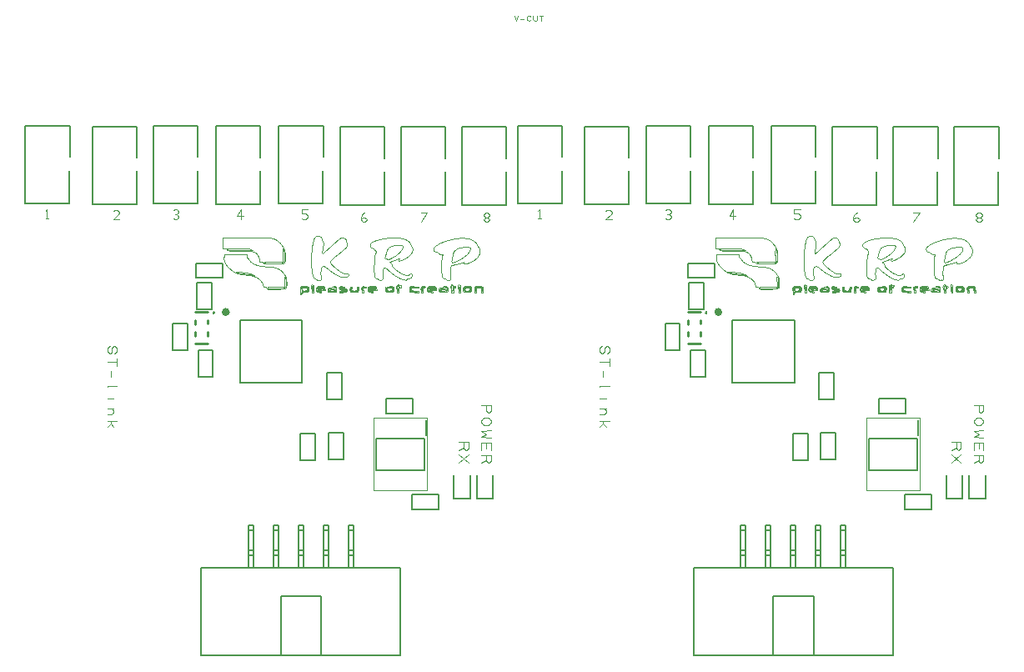
<source format=gto>
G04 EasyPC Gerber Version 21.0.3 Build 4286 *
G04 #@! TF.Part,Single*
G04 #@! TF.FileFunction,Legend,Top *
G04 #@! TF.FilePolarity,Positive *
%FSLAX45Y45*%
%MOIN*%
%ADD19C,0.00100*%
%ADD21C,0.00197*%
%ADD18C,0.00276*%
%ADD17C,0.00394*%
%ADD113C,0.00472*%
%ADD70C,0.00500*%
%ADD20C,0.00787*%
%ADD71C,0.01000*%
%ADD22C,0.01575*%
X0Y0D02*
D02*
D17*
X83565Y167113D02*
Y162933D01*
X84272Y162862*
G75*
G02X84615Y162819I-768J-7585*
G01*
G75*
G02X84834Y162770I-214J-1459*
G01*
G75*
G02X84971Y162708I-175J-571*
G01*
G75*
G02X85037Y162626I-82J-133*
G01*
G75*
G03X85163Y162386I881J310*
G01*
G75*
G03X85355Y162188I796J581*
G01*
G75*
G03X85586Y162057I560J719*
G01*
G75*
G03X85826Y162013I241J622*
G01*
G75*
G02X85956Y162005I-1J-1146*
G01*
G75*
G02X86075Y161983I-99J-870*
G01*
G75*
G02X86170Y161951I-167J-651*
G01*
G75*
G02X86215Y161913I-38J-91*
G01*
G75*
G03X86297Y161865I85J52*
G01*
G75*
G03X87420Y161838I7604J291089*
G01*
G75*
G03X88824Y161819I1951J89069*
G01*
G75*
G03X90752Y161813I1909J308554*
G01*
G75*
G02X93214Y161807I-17J-600317*
G01*
G75*
G02X94442Y161785I-193J-44979*
G01*
G75*
G02X95195Y161749I-721J-22836*
G01*
G75*
G02X95420Y161666I-26J-417*
G01*
G75*
G03X95505Y161609I519J683*
G01*
G75*
G03X95599Y161561I495J851*
G01*
G75*
G03X95688Y161527I353J784*
G01*
G75*
G03X95755Y161516I72J227*
G01*
G75*
G02X96061Y161445I-18J-774*
G01*
G75*
G02X96519Y161205I-2131J-4631*
G01*
G75*
G02X96963Y160911I-2529J-4288*
G01*
G75*
G02X97242Y160639I-882J-1185*
G01*
G75*
G02X97645Y160024I-3333J-2623*
G01*
G75*
G02X97974Y159297I-5148J-2766*
G01*
G75*
G02X98193Y158554I-5215J-1940*
G01*
G75*
G02X98265Y157891I-3004J-664*
G01*
Y157513*
X98771*
G75*
G02X99137Y157491I-2J-3084*
G01*
G75*
G02X99420Y157423I-148J-1243*
G01*
G75*
G02X99602Y157318I-214J-581*
G01*
G75*
G02X99666Y157184I-113J-135*
G01*
G75*
G03X99691Y157125I84J1*
G01*
G75*
G03X99789Y157039I750J765*
G01*
G75*
G03X99924Y156948I826J1076*
G01*
G75*
G03X100084Y156863I1052J1775*
G01*
G75*
G03X100448Y156748I588J1226*
G01*
G75*
G03X100963Y156692I742J4433*
G01*
G75*
G03X101862Y156667I981J19589*
G01*
G75*
G03X104063Y156663I2187J506315*
G01*
G75*
G03X106177Y156667I20J464200*
G01*
G75*
G03X107099Y156691I-100J22243*
G01*
G75*
G03X107622Y156738I-278J5987*
G01*
G75*
G03X107893Y156839I-87J648*
G01*
G75*
G03X108213Y157117I-865J1319*
G01*
G75*
G03X108396Y157437I-686J604*
G01*
G75*
G03X108493Y157921I-1993J650*
G01*
G75*
G03X108545Y158837I-21256J1683*
G01*
G75*
G03X108549Y160158I-20001J720*
G01*
G75*
G03X108452Y161231I-8926J-265*
G01*
G75*
G03X108246Y162140I-6407J-973*
G01*
G75*
G03X107920Y162957I-4946J-1500*
G01*
G75*
G03X107287Y164005I-7011J-3519*
G01*
G75*
G03X106456Y165024I-8493J-6082*
G01*
G75*
G03X105545Y165887I-7101J-6578*
G01*
G75*
G03X104678Y166456I-2923J-3515*
G01*
G75*
G03X103599Y166854I-2296J-4557*
G01*
G75*
G03X102380Y167037I-1600J-6520*
G01*
G75*
G03X100231Y167100I-2257J-39815*
G01*
G75*
G03X93140Y167111I-7553J-2673193*
G01*
X83565Y167113*
X83988Y159487D02*
G75*
G03X84024Y158924I13926J604D01*
G01*
G75*
G03X84080Y158460I6617J561*
G01*
G75*
G03X84160Y158052I5056J783*
G01*
G75*
G03X84272Y157663I4457J1071*
G01*
G75*
G03X84583Y156939I4546J1528*
G01*
G75*
G03X85040Y156191I6462J3434*
G01*
G75*
G03X85586Y155499I6068J4223*
G01*
G75*
G03X86166Y154943I3820J3402*
G01*
G75*
G02X86456Y154705I-243152J-296990*
G01*
G75*
G02X86793Y154428I-440327J-537130*
G01*
G75*
G02X87123Y154157I-431559J-525222*
G01*
G75*
G02X87391Y153937I-185301J-225352*
G01*
G75*
G03X87620Y153752I7753J9402*
G01*
G75*
G03X87833Y153590I5168J6578*
G01*
G75*
G03X88015Y153460I5536J7558*
G01*
G75*
G03X88091Y153423I159J227*
G01*
G75*
G02X88155Y153396I-121J-383*
G01*
G75*
G02X88256Y153341I-1234J-2370*
G01*
G75*
G02X88369Y153272I-1514J-2610*
G01*
G75*
G02X88480Y153198I-1659J-2609*
G01*
G75*
G03X88597Y153127I621J889*
G01*
G75*
G03X88728Y153067I624J1183*
G01*
G75*
G03X88852Y153025I437J1100*
G01*
G75*
G03X88949Y153013I96J356*
G01*
G75*
G02X89032Y153005I0J-464*
G01*
G75*
G02X89111Y152983I-81J-449*
G01*
G75*
G02X89176Y152951I-130J-344*
G01*
G75*
G02X89215Y152913I-62J-102*
G01*
G75*
G03X89255Y152874I94J57*
G01*
G75*
G03X89328Y152842I211J381*
G01*
G75*
G03X89419Y152820I176J528*
G01*
G75*
G03X89515Y152813I94J619*
G01*
G75*
G02X89611Y152805I-1J-624*
G01*
G75*
G02X89701Y152783I-86J-550*
G01*
G75*
G02X89774Y152751I-138J-413*
G01*
G75*
G02X89815Y152713I-53J-96*
G01*
G75*
G03X89860Y152674I83J50*
G01*
G75*
G03X89958Y152642I269J659*
G01*
G75*
G03X90081Y152620I224J894*
G01*
G75*
G03X90215Y152613I132J1221*
G01*
G75*
G02X90349Y152605I-1J-1225*
G01*
G75*
G02X90472Y152583I-101J-917*
G01*
G75*
G02X90569Y152551I-172J-691*
G01*
G75*
G02X90615Y152513I-37J-90*
G01*
G75*
G03X90675Y152473I73J44*
G01*
G75*
G03X90919Y152442I852J5725*
G01*
G75*
G03X91220Y152420I501J4776*
G01*
G75*
G03X91565Y152413I341J8198*
G01*
G75*
G02X91909Y152405I-6J-8196*
G01*
G75*
G02X92210Y152383I-200J-4798*
G01*
G75*
G02X92455Y152352I-608J-5756*
G01*
G75*
G02X92515Y152313I-12J-85*
G01*
G75*
G03X92575Y152273I73J44*
G01*
G75*
G03X92819Y152242I852J5725*
G01*
G75*
G03X93120Y152220I501J4776*
G01*
G75*
G03X93465Y152213I341J8198*
G01*
G75*
G02X93809Y152205I-6J-8196*
G01*
G75*
G02X94110Y152183I-200J-4798*
G01*
G75*
G02X94355Y152152I-608J-5756*
G01*
G75*
G02X94415Y152113I-12J-85*
G01*
G75*
G03X94460Y152074I83J50*
G01*
G75*
G03X94558Y152042I269J659*
G01*
G75*
G03X94681Y152020I224J894*
G01*
G75*
G03X94815Y152013I132J1221*
G01*
G75*
G02X94949Y152005I-1J-1225*
G01*
G75*
G02X95072Y151983I-101J-917*
G01*
G75*
G02X95169Y151951I-172J-691*
G01*
G75*
G02X95215Y151913I-37J-90*
G01*
G75*
G03X95255Y151874I95J58*
G01*
G75*
G03X95326Y151842I208J367*
G01*
G75*
G03X95415Y151820I174J511*
G01*
G75*
G03X95508Y151813I91J583*
G01*
G75*
G02X95748Y151779I-1J-884*
G01*
G75*
G02X96085Y151667I-1054J-3745*
G01*
G75*
G02X96554Y151471I-2900J-7565*
G01*
G75*
G02X97244Y151147I-16230J-35467*
G01*
G75*
G02X98154Y150576I-2080J-4325*
G01*
G75*
G02X98891Y149827I-2739J-3435*
G01*
G75*
G02X99400Y148963I-3153J-2438*
G01*
G75*
G02X99637Y148051I-2868J-1232*
G01*
X99693Y147513*
X100209*
G75*
G02X100530Y147500I-2J-4126*
G01*
G75*
G02X100697Y147451I-33J-426*
G01*
G75*
G02X100834Y147339I-210J-396*
G01*
G75*
G02X101036Y147073I-3663J-2988*
G01*
G75*
G03X101239Y146813I2731J1922*
G01*
G75*
G03X101402Y146680I461J400*
G01*
G75*
G03X101619Y146596I403J718*
G01*
G75*
G03X102042Y146509I1912J8236*
G01*
G75*
G03X102645Y146442I812J4541*
G01*
G75*
G03X103418Y146432I539J11968*
G01*
G75*
G03X104596Y146476I-648J33686*
G01*
G75*
G03X106765Y146600I-18190J334956*
G01*
G75*
G03X107772Y146675I-2365J38850*
G01*
G75*
G03X108303Y146761I-319J3658*
G01*
G75*
G03X108643Y146894I-303J1274*
G01*
G75*
G03X108915Y147111I-529J940*
G01*
G75*
G03X109026Y147301I-404J364*
G01*
G75*
G03X109083Y147565I-1130J383*
G01*
G75*
G03X109107Y148017I-4848J484*
G01*
G75*
G03X109109Y149048I-99493J744*
G01*
G75*
G03X109099Y150156I-93904J-314*
G01*
G75*
G03X109065Y150624I-4101J-61*
G01*
G75*
G03X108981Y150972I-1670J-218*
G01*
G75*
G03X108801Y151413I-4809J-1713*
G01*
G75*
G03X108673Y151671I-5520J-2569*
G01*
G75*
G03X108539Y151912I-4474J-2346*
G01*
G75*
G03X108414Y152109I-3912J-2335*
G01*
G75*
G03X108331Y152200I-349J-234*
G01*
G75*
G02X108268Y152259I474J576*
G01*
G75*
G02X108214Y152323I463J444*
G01*
G75*
G02X108176Y152383I412J305*
G01*
G75*
G02X108165Y152426I80J43*
G01*
G75*
G03X108100Y152609I-292*
G01*
G75*
G03X107650Y153152I-19390J-15613*
G01*
G75*
G03X107174Y153682I-10253J-8738*
G01*
G75*
G03X106781Y154048I-3222J-3057*
G01*
G75*
G03X105842Y154678I-3604J-4360*
G01*
G75*
G03X104806Y155100I-2546J-4764*
G01*
G75*
G03X103513Y155364I-2246J-7724*
G01*
G75*
G03X101753Y155511I-2972J-24931*
G01*
G75*
G02X100419Y155612I1201J24689*
G01*
G75*
G02X99019Y155789I3128J30418*
G01*
G75*
G02X97781Y156001I4411J29444*
G01*
G75*
G02X97115Y156206I617J3183*
G01*
G75*
G03X97014Y156248I-1487J-3481*
G01*
G75*
G03X96871Y156304I-5404J-13543*
G01*
G75*
G03X96713Y156363I-5756J-15008*
G01*
G75*
G03X96565Y156417I-4366J-11784*
G01*
G75*
G02X95805Y156758I1824J5090*
G01*
G75*
G02X95096Y157215I2706J4978*
G01*
G75*
G02X94525Y157722I2901J3841*
G01*
G75*
G02X94189Y158213I1313J1259*
G01*
G75*
G03X94097Y158375I-1068J-500*
G01*
G75*
G03X93950Y158577I-3080J-2081*
G01*
G75*
G03X93778Y158783I-3207J-2506*
G01*
G75*
G03X93604Y158963I-2239J-1991*
G01*
G75*
G02X93377Y159200I2327J2450*
G01*
G75*
G02X93238Y159404I824J715*
G01*
G75*
G02X93143Y159639I1048J557*
G01*
G75*
G02X93061Y159987I4311J1203*
G01*
X92939Y160613*
X83940*
X83988Y159487*
X90865Y153317D02*
G75*
G02X92137Y153213I-1913J-31378D01*
G01*
G75*
G02X93175Y153069I-1456J-14298*
G01*
G75*
G02X94086Y152869I-1918J-10890*
G01*
G75*
G02X94965Y152594I-2692J-10150*
G01*
G75*
G02X95578Y152349I-3294J-9128*
G01*
G75*
G02X96176Y152061I-4011J-9107*
G01*
G75*
G02X96391Y151911I-477J-913*
G01*
G75*
G02X96365Y151863I-19J-21*
G01*
G75*
G03X96249Y151893I-1161J-4252*
G01*
G75*
G03X96107Y151926I-2335J-9485*
G01*
G75*
G03X95963Y151958I-2212J-9678*
G01*
G75*
G03X95839Y151983I-1117J-5178*
G01*
G75*
G02X95729Y152010I209J1110*
G01*
G75*
G02X95628Y152046I264J896*
G01*
G75*
G02X95546Y152086I296J700*
G01*
G75*
G02X95507Y152124I55J96*
G01*
G75*
G03X95466Y152158I-70J-43*
G01*
G75*
G03X95370Y152186I-265J-730*
G01*
G75*
G03X95248Y152206I-219J-963*
G01*
G75*
G03X95115Y152213I-136J-1371*
G01*
G75*
G02X94981Y152220I-2J1228*
G01*
G75*
G02X94858Y152242I101J917*
G01*
G75*
G02X94760Y152274I172J691*
G01*
G75*
G02X94715Y152313I37J89*
G01*
G75*
G03X94655Y152352I-72J-45*
G01*
G75*
G03X94410Y152383I-852J-5725*
G01*
G75*
G03X94109Y152405I-501J-4776*
G01*
G75*
G03X93765Y152413I-350J-8188*
G01*
G75*
G02X93420Y152420I-4J8205*
G01*
G75*
G02X93119Y152442I200J4798*
G01*
G75*
G02X92875Y152473I608J5756*
G01*
G75*
G02X92815Y152513I13J84*
G01*
G75*
G03X92755Y152552I-72J-45*
G01*
G75*
G03X92510Y152583I-852J-5725*
G01*
G75*
G03X92209Y152605I-501J-4776*
G01*
G75*
G03X91865Y152613I-350J-8188*
G01*
G75*
G02X91520Y152620I-4J8205*
G01*
G75*
G02X91219Y152642I200J4798*
G01*
G75*
G02X90975Y152673I608J5756*
G01*
G75*
G02X90915Y152713I13J84*
G01*
G75*
G03X90869Y152751I-82J-51*
G01*
G75*
G03X90772Y152783I-269J-659*
G01*
G75*
G03X90649Y152805I-224J-894*
G01*
G75*
G03X90515Y152813I-135J-1218*
G01*
G75*
G02X90381Y152820I-2J1228*
G01*
G75*
G02X90258Y152842I101J917*
G01*
G75*
G02X90160Y152874I172J691*
G01*
G75*
G02X90115Y152913I37J89*
G01*
G75*
G03X90074Y152951I-93J-58*
G01*
G75*
G03X90001Y152983I-211J-381*
G01*
G75*
G03X89911Y153005I-176J-528*
G01*
G75*
G03X89815Y153013I-96J-616*
G01*
G75*
G02X89719Y153020I-2J626*
G01*
G75*
G02X89628Y153042I86J550*
G01*
G75*
G02X89555Y153074I138J413*
G01*
G75*
G02X89515Y153113I54J96*
G01*
G75*
G03X89475Y153151I-94J-59*
G01*
G75*
G03X89403Y153183I-208J-367*
G01*
G75*
G03X89315Y153205I-174J-509*
G01*
G75*
G03X89221Y153213I-94J-585*
G01*
G75*
G02X89122Y153225J406*
G01*
G75*
G02X89017Y153261I152J613*
G01*
G75*
G02X88922Y153315I253J559*
G01*
G75*
G02X88852Y153378I191J280*
G01*
G75*
G02X88778Y153475I1143J945*
G01*
G75*
G02X88785Y153507I19J13*
G01*
G75*
G02X88833Y153516I35J-57*
G01*
G75*
G02X89015Y153478I-1269J-6579*
G01*
G75*
G03X89207Y153447I351J1578*
G01*
G75*
G03X89682Y153403I4100J41574*
G01*
G75*
G03X90249Y153358I3394J38952*
G01*
G75*
G03X90865Y153317I3924J53841*
G01*
X94119Y162658D02*
G75*
G02X94573Y162518I-1367J-5253D01*
G01*
G75*
G02X95143Y162302I-4825J-13590*
G01*
G75*
G02X95716Y162066I-17222J-42635*
G01*
G75*
G02X95765Y161993I-31J-73*
G01*
G75*
G02X95703Y161932I-62*
G01*
G75*
G02X91175Y161991I159934J12355036*
G01*
G75*
G02X86671Y162053I115047J8601165*
G01*
G75*
G02X86521Y162116I3J217*
G01*
G75*
G03X86464Y162154I-117J-116*
G01*
G75*
G03X86365Y162184I-288J-750*
G01*
G75*
G03X86248Y162206I-233J-951*
G01*
G75*
G03X86126Y162213I-121J-1036*
G01*
G75*
G02X85900Y162258I-1J578*
G01*
G75*
G02X85641Y162400I594J1396*
G01*
G75*
G02X85428Y162577I808J1190*
G01*
G75*
G02X85365Y162730I154J152*
G01*
G75*
G02X85398Y162764I33*
G01*
G75*
G02X86563Y162788I15784J-725747*
G01*
G75*
G02X87880Y162806I2091J-104177*
G01*
G75*
G02X89444Y162813I1614J-206495*
G01*
G75*
G02X91633Y162806I-55J-399426*
G01*
G75*
G02X92856Y162783I-244J-44353*
G01*
G75*
G02X93636Y162739I-553J-16843*
G01*
G75*
G02X94119Y162658I-222J-2799*
G01*
X107932Y162236D02*
G75*
G02X108131Y161637I-2580J-1187D01*
G01*
G75*
G02X108272Y160782I-9544J-2017*
G01*
G75*
G02X108347Y159815I-11379J-1367*
G01*
G75*
G02X108339Y158849I-11248J-396*
G01*
G75*
G02X108279Y158111I-12272J630*
G01*
G75*
G02X108174Y157691I-1600J179*
G01*
G75*
G02X107978Y157383I-917J367*
G01*
G75*
G02X107626Y157069I-1951J1827*
G01*
G75*
G02X107359Y156948I-407J546*
G01*
G75*
G02X106933Y156891I-594J2830*
G01*
G75*
G02X106153Y156867I-837J14488*
G01*
G75*
G02X104076Y156863I-2064J491785*
G01*
G75*
G02X102066Y156867I-42J409888*
G01*
G75*
G02X101226Y156892I84J17069*
G01*
G75*
G02X100739Y156948I219J4033*
G01*
G75*
G02X100385Y157063I241J1356*
G01*
G75*
G02X100148Y157287I229J479*
G01*
G75*
G02X100227Y157445I94J51*
G01*
G75*
G02X101053Y157509I912J-6468*
G01*
G75*
G02X103740Y157536I5600J-414956*
G01*
X107515Y157563*
X107541Y160137*
G75*
G02X107557Y161125I92599J-983*
G01*
G75*
G02X107582Y161956I46674J-978*
G01*
G75*
G02X107611Y162682I228811J-8932*
G01*
G75*
G02X107641Y162711I30J-1*
G01*
G75*
G02X107680Y162690I-1J-48*
G01*
G75*
G02X107757Y162570I-2284J-1570*
G01*
G75*
G02X107844Y162417I-2111J-1292*
G01*
G75*
G02X107932Y162236I-3787J-1965*
G01*
X108669Y151039D02*
G75*
G02X108793Y150719I-2039J-976D01*
G01*
G75*
G02X108860Y150398I-1820J-549*
G01*
G75*
G02X108893Y149947I-4595J-559*
G01*
G75*
G02X108906Y149096I-49678J-1161*
G01*
G75*
G02X108906Y148154I-83949J-541*
G01*
G75*
G02X108880Y147789I-2750J16*
G01*
G75*
G02X108809Y147566I-687J94*
G01*
G75*
G02X108665Y147361I-811J419*
G01*
G75*
G02X108278Y147073I-996J932*
G01*
G75*
G02X107797Y146921I-720J1443*
G01*
G75*
G02X106908Y146827I-1521J10127*
G01*
G75*
G02X103915Y146648I-44613J723555*
G01*
G75*
G02X103084Y146634I-590J10197*
G01*
G75*
G02X102382Y146698I126J5318*
G01*
G75*
G02X101835Y146829I552J3504*
G01*
G75*
G02X101496Y147030I281J859*
G01*
G75*
G02X101388Y147286I235J250*
G01*
G75*
G02X101530Y147450I169J-3*
G01*
G75*
G02X102228Y147509I766J-4832*
G01*
G75*
G02X104690Y147536I5564J-398372*
G01*
X108115Y147563*
X108172Y149563*
G75*
G02X108196Y150331I247509J-7219*
G01*
G75*
G02X108218Y150984I128899J-4107*
G01*
G75*
G02X108240Y151567I1076944J-39730*
G01*
G75*
G02X108247Y151593I59J-2*
G01*
G75*
G02X108305Y151605I34J-19*
G01*
G75*
G02X108402Y151509I-311J-407*
G01*
G75*
G02X108526Y151318I-1237J-939*
G01*
G75*
G02X108669Y151039I-4746J-2613*
G01*
X114705Y147502D02*
G75*
G03X114604Y147335I386J-349D01*
G01*
G75*
G03X114548Y147110I950J-356*
G01*
G75*
G03X114521Y146745I3270J-423*
G01*
G75*
G03X114515Y146027I41018J-696*
G01*
Y144763*
X114860*
G75*
G03X115044Y144773I1J1643*
G01*
G75*
G03X115152Y144810I-29J257*
G01*
G75*
G03X115218Y144883I-95J152*
G01*
G75*
G03X115265Y145013I-545J269*
G01*
G75*
G02X115338Y145157I331J-77*
G01*
G75*
G02X115466Y145236I188J-163*
G01*
G75*
G02X115723Y145275I335J-1331*
G01*
G75*
G02X116453Y145313I3188J-55081*
G01*
G75*
G03X117365Y145385I-579J13140*
G01*
G75*
G03X117741Y145545I-81J712*
G01*
G75*
G03X117919Y145865I-320J387*
G01*
G75*
G03X117965Y146566I-5266J701*
G01*
G75*
G03X117957Y147002I-12267J-3*
G01*
G75*
G03X117924Y147216I-911J-33*
G01*
G75*
G03X117848Y147361I-384J-107*
G01*
G75*
G03X117701Y147505I-733J-602*
G01*
G75*
G03X117505Y147617I-478J-609*
G01*
G75*
G03X117271Y147678I-369J-942*
G01*
G75*
G03X116905Y147706I-422J-3117*
G01*
G75*
G03X116167Y147713I-753J-42333*
G01*
G75*
G03X115407Y147707I8J-49954*
G01*
G75*
G03X115065Y147680I42J-2688*
G01*
G75*
G03X114861Y147618I101J-704*
G01*
G75*
G03X114705Y147502I214J-452*
G01*
X115185Y147227D02*
G75*
G03X115127Y147152I75J-118D01*
G01*
G75*
G03X115093Y147000I805J-260*
G01*
G75*
G03X115078Y146776I1757J-230*
G01*
G75*
G03X115085Y146454I7191J-12*
G01*
X115115Y145763*
X116090Y145734*
G75*
G03X116917Y145731I476J16259*
G01*
G75*
G03X117255Y145822I-16J730*
G01*
G75*
G03X117417Y146040I-159J286*
G01*
G75*
G03X117465Y146496I-2135J457*
G01*
G75*
G03X117456Y146726I-2999J-4*
G01*
G75*
G03X117430Y146938I-2274J-174*
G01*
G75*
G03X117391Y147112I-1913J-330*
G01*
G75*
G03X117345Y147193I-174J-46*
G01*
G75*
G03X117135Y147285I-224J-224*
G01*
G75*
G03X116291Y147311I-1298J-28021*
G01*
G75*
G03X115458Y147309I-373J-23146*
G01*
G75*
G03X115185Y147227I11J-531*
G01*
X117082Y146947D02*
G75*
G02X117224Y146741I-362J-400D01*
G01*
G75*
G02X117263Y146485I-564J-217*
G01*
G75*
G02X117191Y146240I-589J38*
G01*
G75*
G02X117025Y146060I-442J242*
G01*
G75*
G02X116872Y145988I-330J503*
G01*
G75*
G02X116674Y145945I-354J1152*
G01*
G75*
G02X116412Y145927I-280J2147*
G01*
G75*
G02X116050Y145933I-67J7472*
G01*
X115315Y145963*
X115283Y146409*
G75*
G02X115304Y146772I1414J101*
G01*
G75*
G02X115435Y146979I326J-61*
G01*
G75*
G02X115711Y147085I335J-459*
G01*
G75*
G02X116251Y147113I540J-5279*
G01*
G75*
G02X116562Y147103I-7J-5332*
G01*
G75*
G02X116791Y147074I-96J-1669*
G01*
G75*
G02X116961Y147023I-183J-919*
G01*
G75*
G02X117082Y146947I-156J-381*
G01*
X117193Y147421D02*
G75*
G02X117464Y147280I-479J-1256D01*
G01*
G75*
G02X117638Y147102I-339J-506*
G01*
G75*
G02X117733Y146862I-564J-361*
G01*
G75*
G02X117761Y146530I-1755J-319*
G01*
G75*
G02X117673Y146019I-1581J11*
G01*
G75*
G02X117422Y145712I-548J192*
G01*
G75*
G02X116941Y145554I-591J990*
G01*
G75*
G02X116056Y145513I-881J9289*
G01*
G75*
G03X115483Y145507I5J-30328*
G01*
G75*
G03X115268Y145478I18J-925*
G01*
G75*
G03X115150Y145403I58J-224*
G01*
G75*
G03X115062Y145254I391J-331*
G01*
G75*
G02X115015Y145159I-549J209*
G01*
G75*
G02X114956Y145084I-320J193*
G01*
G75*
G02X114894Y145041I-161J166*
G01*
G75*
G02X114839Y145038I-31J67*
G01*
G75*
G02X114780Y145102I29J85*
G01*
G75*
G02X114744Y145296I1576J394*
G01*
G75*
G02X114721Y145593I3134J391*
G01*
G75*
G02X114715Y146039I15096J436*
G01*
G75*
G02X114722Y146609I22907J1*
G01*
G75*
G02X114753Y146887I1629J-39*
G01*
G75*
G02X114823Y147074I606J-121*
G01*
G75*
G02X114957Y147255I840J-484*
G01*
G75*
G02X115126Y147399I740J-698*
G01*
G75*
G02X115296Y147473I283J-415*
G01*
G75*
G02X115547Y147505I285J-1241*
G01*
G75*
G02X116076Y147513I538J-19326*
G01*
G75*
G02X116429Y147506I-10J-9284*
G01*
G75*
G02X116765Y147485I-290J-7699*
G01*
G75*
G02X117049Y147456I-579J-7023*
G01*
G75*
G02X117193Y147421I-74J-613*
G01*
X119111Y148189D02*
G75*
G03X119091Y148089I282J-109D01*
G01*
G75*
G03X119082Y147697I32430J-913*
G01*
G75*
G03X119080Y147233I21123J-340*
G01*
G75*
G03X119087Y146707I34432J176*
G01*
X119115Y145363*
X119815*
Y148263*
X119489Y148294*
G75*
G03X119348Y148298I-108J-1105*
G01*
G75*
G03X119235Y148281I16J-476*
G01*
G75*
G03X119155Y148244I73J-262*
G01*
G75*
G03X119111Y148189I67J-98*
G01*
X119615Y146804D02*
G75*
G02X119609Y146187I-35527J9D01*
G01*
G75*
G02X119587Y145878I-2741J47*
G01*
G75*
G02X119543Y145714I-637J84*
G01*
G75*
G02X119465Y145663I-78J32*
G01*
G75*
G02X119387Y145712J86*
G01*
G75*
G02X119339Y145866I543J255*
G01*
G75*
G02X119307Y146154I2351J403*
G01*
G75*
G02X119286Y146706I26658J1285*
G01*
G75*
G02X119275Y147431I30466J842*
G01*
G75*
G02X119302Y147789I2228J8*
G01*
G75*
G02X119373Y147952I352J-56*
G01*
G75*
G02X119490Y147987I83J-65*
G01*
G75*
G02X119550Y147920I-29J-87*
G01*
G75*
G02X119586Y147694I-2168J-459*
G01*
G75*
G02X119609Y147346I-4229J-448*
G01*
G75*
G02X119615Y146804I-23333J-542*
G01*
X120909Y167617D02*
G75*
G03X120635Y167438I321J-794D01*
G01*
G75*
G03X120341Y167105I1939J-2004*
G01*
G75*
G03X120084Y166698I2495J-1863*
G01*
G75*
G03X119917Y166289I1979J-1050*
G01*
G75*
G03X119406Y163967I15582J-4646*
G01*
G75*
G03X119083Y160963I41298J-5958*
G01*
G75*
G03X118970Y157790I44498J-3162*
G01*
G75*
G03X119108Y154913I30260J7*
G01*
G75*
G03X119246Y153670I42055J4033*
G01*
G75*
G03X119395Y152745I13474J1695*
G01*
G75*
G03X119571Y152026I7993J1573*
G01*
G75*
G03X119792Y151435I4123J1205*
G01*
G75*
G03X119982Y151104I1938J895*
G01*
G75*
G03X120216Y150841I1259J882*
G01*
G75*
G03X120467Y150670I763J852*
G01*
G75*
G03X120711Y150613I244J487*
G01*
G75*
G02X120811Y150595J-296*
G01*
G75*
G02X120935Y150539I-297J-818*
G01*
G75*
G02X121059Y150458I-485J-877*
G01*
G75*
G02X121165Y150363I-522J-689*
G01*
G75*
G03X121313Y150233I741J693*
G01*
G75*
G03X121461Y150159I304J424*
G01*
G75*
G03X121655Y150122I249J798*
G01*
G75*
G03X121965Y150113I304J4685*
G01*
G75*
G03X122476Y150167J2432*
G01*
G75*
G03X122769Y150342I-111J520*
G01*
G75*
G03X122922Y150680I-507J432*
G01*
G75*
G03X122965Y151288I-4254J609*
G01*
G75*
G03X122957Y151565I-5305J-4*
G01*
G75*
G03X122935Y151809I-3219J-168*
G01*
G75*
G03X122904Y152005I-3293J-423*
G01*
G75*
G03X122865Y152063I-85J-16*
G01*
G75*
G02X122751Y152266I126J204*
G01*
G75*
G02X122760Y153432I50890J188*
G01*
G75*
G02X122803Y154552I28845J-554*
G01*
G75*
G02X122921Y154994I1136J-66*
G01*
G75*
G02X123267Y155465I1538J-768*
G01*
G75*
G02X123696Y155686I582J-604*
G01*
G75*
G02X124191Y155639I166J-893*
G01*
G75*
G02X124731Y155330I-763J-1959*
G01*
G75*
G03X125755Y154530I81718J103483*
G01*
G75*
G03X126656Y153843I46543J60161*
G01*
G75*
G03X127457Y153244I172811J230375*
G01*
G75*
G03X127554Y153213I96J130*
G01*
G75*
G02X127595Y153202I-1J-91*
G01*
G75*
G02X127651Y153169I-202J-398*
G01*
G75*
G02X127710Y153121I-319J-456*
G01*
G75*
G02X127763Y153065I-422J-449*
G01*
G75*
G03X127895Y152941I560J463*
G01*
G75*
G03X128094Y152813I1215J1677*
G01*
G75*
G03X128470Y152610I5613J9930*
G01*
G75*
G03X129583Y152037I241887J468609*
G01*
G75*
G03X130055Y151803I8817J17175*
G01*
G75*
G03X130507Y151595I6650J13874*
G01*
G75*
G03X130893Y151431I5891J13386*
G01*
G75*
G03X131089Y151374I386J946*
G01*
G75*
G03X131278Y151355I201J1078*
G01*
G75*
G03X131603Y151357I111J8470*
G01*
G75*
G03X131979Y151374I-250J9520*
G01*
G75*
G03X132361Y151407I-669J10183*
G01*
G75*
G03X132888Y151470I-1672J16119*
G01*
G75*
G03X133181Y151534I-257J1875*
G01*
G75*
G03X133387Y151627I-252J832*
G01*
G75*
G03X133580Y151776I-616J994*
G01*
G75*
G03X133709Y151920I-929J968*
G01*
G75*
G03X133797Y152063I-603J472*
G01*
G75*
G03X133848Y152213I-606J287*
G01*
G75*
G03X133865Y152378I-787J166*
G01*
G75*
G03X133809Y152661I-744*
G01*
G75*
G03X133650Y152828I-296J-122*
G01*
G75*
G03X133379Y152876I-222J-465*
G01*
G75*
G03X132978Y152800I218J-2257*
G01*
G75*
G02X132786Y152752I-857J3015*
G01*
G75*
G02X132592Y152717I-652J3020*
G01*
G75*
G02X132422Y152697I-400J2658*
G01*
G75*
G02X132315Y152700I-39J440*
G01*
G75*
G02X131997Y152795I197J1244*
G01*
G75*
G02X131407Y153074I6409J14342*
G01*
G75*
G02X130794Y153398I6229J12519*
G01*
G75*
G02X130315Y153696I3037J5411*
G01*
G75*
G02X129181Y154544I10113J14699*
G01*
G75*
G02X127992Y155569I16989J20935*
G01*
G75*
G02X126961Y156554I20836J22807*
G01*
G75*
G02X126600Y157089I1205J1203*
G01*
G75*
G02X126530Y157281I1735J740*
G01*
G75*
G02X126514Y157416I371J113*
G01*
G75*
G02X126545Y157552I417J-23*
G01*
G75*
G02X126638Y157750I2166J-895*
G01*
G75*
G02X126882Y158088I1322J-698*
G01*
G75*
G02X127632Y158851I32167J-30869*
G01*
G75*
G02X128437Y159641I66460J-66914*
G01*
G75*
G02X128615Y159713I178J-183*
G01*
G75*
G03X128660Y159726J83*
G01*
G75*
G03X128802Y159822I-3746J5679*
G01*
G75*
G03X128968Y159944I-2857J4089*
G01*
G75*
G03X129151Y160087I-4956J6502*
G01*
G75*
G02X129341Y160238I10356J-12837*
G01*
G75*
G02X129527Y160381I8960J-11426*
G01*
G75*
G02X129688Y160502I8043J-10618*
G01*
G75*
G02X129778Y160563I792J-1073*
G01*
G75*
G03X129884Y160639I-471J769*
G01*
G75*
G03X130209Y160912I-37254J44552*
G01*
G75*
G03X130592Y161241I-27996J32972*
G01*
G75*
G03X131015Y161613I-43737J50333*
G01*
G75*
G02X131439Y161981I24286J-27491*
G01*
G75*
G02X131822Y162302I15023J-17525*
G01*
G75*
G02X132149Y162567I20731J-25271*
G01*
G75*
G02X132252Y162627I254J-318*
G01*
G75*
G03X132448Y162749I-238J600*
G01*
G75*
G03X132698Y163002I-2281J2506*
G01*
G75*
G03X132949Y163315I-2867J2557*
G01*
G75*
G03X133156Y163641I-2666J1917*
G01*
G75*
G03X133313Y164054I-1369J758*
G01*
G75*
G03X133371Y164543I-2307J521*
G01*
G75*
G03X133328Y164987I-2050J28*
G01*
G75*
G03X133177Y165251I-480J-100*
G01*
G75*
G02X133098Y165351I261J288*
G01*
G75*
G02X133028Y165504I1010J559*
G01*
G75*
G02X132971Y165689I1363J516*
G01*
G75*
G02X132937Y165888I1709J396*
G01*
G75*
G03X132893Y166139I-2065J-231*
G01*
G75*
G03X132823Y166328I-812J-194*
G01*
G75*
G03X132709Y166496I-764J-395*
G01*
G75*
G03X132526Y166684I-1729J-1502*
G01*
G75*
G03X132297Y166872I-1822J-1985*
G01*
G75*
G03X132117Y166963I-362J-496*
G01*
G75*
G03X131892Y167002I-268J-858*
G01*
G75*
G03X131473Y167013I-424J-8800*
G01*
G75*
G03X131190Y167006I7J-5930*
G01*
G75*
G03X130914Y166985I254J-5393*
G01*
G75*
G03X130678Y166956I476J-4748*
G01*
G75*
G03X130546Y166920I88J-589*
G01*
G75*
G03X130256Y166744I377J-947*
G01*
G75*
G03X128952Y165608I169264J-195633*
G01*
G75*
G03X127348Y164181I98045J-111835*
G01*
G75*
G03X125335Y162351I254204J-281537*
G01*
G75*
G02X124681Y161761I-36897J40278*
G01*
G75*
G02X124106Y161264I-20111J22685*
G01*
G75*
G02X123607Y160847I-45751J54272*
G01*
G75*
G02X123510Y160813I-96J117*
G01*
G75*
G02X123442Y160844J90*
G01*
G75*
G02X123396Y160928I164J143*
G01*
G75*
G02X123372Y161083I705J192*
G01*
G75*
G02X123365Y161343I4922J257*
G01*
G75*
G02X123371Y161552I3304J6*
G01*
G75*
G02X123392Y161744I2371J-156*
G01*
G75*
G02X123420Y161901I2112J-306*
G01*
G75*
G02X123456Y161967I136J-30*
G01*
G75*
G03X123494Y162034I-114J109*
G01*
G75*
G03X123534Y162196I-2552J719*
G01*
G75*
G03X123569Y162395I-2799J596*
G01*
G75*
G03X123594Y162613I-3919J550*
G01*
G75*
G02X123620Y162876I8666J-735*
G01*
G75*
G02X123663Y163221I25190J-2927*
G01*
G75*
G02X123712Y163585I26815J-3471*
G01*
G75*
G02X123762Y163913I17730J-2539*
G01*
G75*
G03X123844Y164609I-7869J1274*
G01*
G75*
G03X123832Y165149I-2868J210*
G01*
G75*
G03X123729Y165574I-1763J-204*
G01*
G75*
G03X123530Y165912I-1093J-415*
G01*
G75*
G02X123422Y166061I959J809*
G01*
G75*
G02X123338Y166224I1066J657*
G01*
G75*
G02X123283Y166385I1006J431*
G01*
G75*
G02X123265Y166530I564J144*
G01*
G75*
G03X123213Y166813I-799J-1*
G01*
G75*
G03X123058Y167110I-1341J-507*
G01*
G75*
G03X122831Y167375I-1282J-871*
G01*
G75*
G03X122562Y167564I-827J-893*
G01*
G75*
G03X122252Y167661I-433J-835*
G01*
G75*
G03X121748Y167702I-666J-5073*
G01*
G75*
G03X121240Y167693I-164J-5077*
G01*
G75*
G03X120909Y167617I74J-1074*
G01*
X121400Y147613D02*
G75*
G03X121161Y147460I285J-706D01*
G01*
G75*
G03X120994Y147229I534J-563*
G01*
G75*
G03X120896Y146907I1035J-491*
G01*
G75*
G03X120865Y146482I2852J-422*
G01*
G75*
G03X120876Y146148I5202J-2*
G01*
G75*
G03X120915Y145947I796J50*
G01*
G75*
G03X120999Y145787I533J178*
G01*
G75*
G03X121157Y145605I1375J1034*
G01*
G75*
G03X121347Y145441I1193J1193*
G01*
G75*
G03X121514Y145358I317J428*
G01*
G75*
G03X121736Y145321I262J895*
G01*
G75*
G03X122157Y145313I412J9806*
G01*
X122865*
Y145613*
G75*
G03X122853Y145789I-1326J-3*
G01*
G75*
G03X122807Y145868I-119J-16*
G01*
G75*
G03X122711Y145904I-107J-140*
G01*
G75*
G03X122477Y145913I-239J-3463*
G01*
G75*
G02X122315Y145923I-1J1227*
G01*
G75*
G02X122164Y145955I133J1005*
G01*
G75*
G02X122041Y146003I222J755*
G01*
G75*
G02X121965Y146063I100J205*
G01*
G75*
G02X121970Y146138I42J35*
G01*
G75*
G02X122076Y146187I131J-146*
G01*
G75*
G02X122374Y146208I327J-2482*
G01*
G75*
G02X123102Y146213I741J-63288*
G01*
X124365*
Y146755*
G75*
G03X124355Y147059I-4631J-4*
G01*
G75*
G03X124318Y147239I-674J-44*
G01*
G75*
G03X124241Y147372I-391J-137*
G01*
G75*
G03X124101Y147505I-761J-656*
G01*
G75*
G03X123912Y147616I-497J-632*
G01*
G75*
G03X123694Y147676I-351J-846*
G01*
G75*
G03X123363Y147703I-372J-2543*
G01*
G75*
G03X122726Y147706I-464J-29460*
G01*
G75*
G03X122285Y147697I86J-15632*
G01*
G75*
G03X121878Y147676I377J-11326*
G01*
G75*
G03X121540Y147648I815J-11616*
G01*
G75*
G03X121400Y147613I50J-504*
G01*
X121581Y147224D02*
G75*
G03X121532Y147175I80J-128D01*
G01*
G75*
G03X121496Y147094I313J-188*
G01*
G75*
G03X121478Y146999I424J-131*
G01*
G75*
G03X121481Y146901I443J-35*
G01*
G75*
G03X121541Y146764I274J39*
G01*
G75*
G03X121659Y146693I158J130*
G01*
G75*
G03X121911Y146667I266J1324*
G01*
G75*
G03X122663Y146663I752J65246*
G01*
G75*
G03X123355Y146667I15J48394*
G01*
G75*
G03X123639Y146693I-29J1938*
G01*
G75*
G03X123781Y146750I-55J337*
G01*
G75*
G03X123849Y146856I-97J137*
G01*
G75*
G03X123807Y147067I-278J54*
G01*
G75*
G03X123625Y147211I-312J-208*
G01*
G75*
G03X123254Y147290I-460J-1241*
G01*
G75*
G03X122620Y147311I-620J-9211*
G01*
G75*
G03X122264Y147304I27J-10324*
G01*
G75*
G03X121942Y147285I245J-6924*
G01*
G75*
G03X121675Y147258I637J-7573*
G01*
G75*
G03X121581Y147224I27J-224*
G01*
X123307Y147052D02*
G75*
G02X123424Y146959I-89J-234D01*
G01*
G75*
G02X123398Y146878I-44J-30*
G01*
G75*
G02X123127Y146826I-320J927*
G01*
G75*
G02X122615Y146813I-510J9994*
G01*
G75*
G02X122118Y146826I-4J9096*
G01*
G75*
G02X121838Y146878I61J1108*
G01*
G75*
G02X121801Y146957I18J57*
G01*
G75*
G02X121890Y147046I149J-59*
G01*
G75*
G02X122101Y147092I238J-589*
G01*
G75*
G02X122596Y147103I548J-13046*
G01*
G75*
G02X123091Y147096I53J-12867*
G01*
G75*
G02X123307Y147052I-24J-666*
G01*
X123863Y147249D02*
G75*
G02X124009Y147111I-1103J-1312D01*
G01*
G75*
G02X124098Y146986I-432J-406*
G01*
G75*
G02X124141Y146861I-360J-194*
G01*
G75*
G02X124145Y146724I-475J-82*
G01*
X124115Y146463*
X122816Y146413*
G75*
G03X122042Y146378I2286J-59069*
G01*
G75*
G03X121717Y146340I131J-2541*
G01*
G75*
G03X121554Y146277I83J-459*
G01*
G75*
G03X121480Y146169I86J-139*
G01*
G75*
G03X121507Y145990I270J-51*
G01*
G75*
G03X121641Y145842I350J183*
G01*
G75*
G03X121876Y145744I379J584*
G01*
G75*
G03X122184Y145713I306J1456*
G01*
G75*
G02X122330Y145705I-2J-1475*
G01*
G75*
G02X122453Y145683I-78J-789*
G01*
G75*
G02X122540Y145651I-126J-481*
G01*
G75*
G02X122539Y145574I-18J-39*
G01*
G75*
G02X122444Y145542I-235J543*
G01*
G75*
G02X122312Y145520I-216J889*
G01*
G75*
G02X122155Y145513I-156J1702*
G01*
G75*
G02X121767Y145594I0J964*
G01*
G75*
G02X121409Y145828I526J1198*
G01*
G75*
G02X121154Y146157I835J910*
G01*
G75*
G02X121065Y146513I668J355*
G01*
G75*
G02X121085Y146680I717J0*
G01*
G75*
G02X121143Y146837I680J-163*
G01*
G75*
G02X121247Y146996I836J-431*
G01*
G75*
G02X121405Y147172I1723J-1387*
G01*
G75*
G02X121636Y147378I1815J-1815*
G01*
G75*
G02X121817Y147469I316J-404*
G01*
G75*
G02X122064Y147505I274J-999*
G01*
G75*
G02X122647Y147513I584J-22799*
G01*
G75*
G02X123186Y147505I-1J-18514*
G01*
G75*
G02X123458Y147471I-45J-1489*
G01*
G75*
G02X123654Y147396I-143J-661*
G01*
G75*
G02X123863Y147249I-733J-1266*
G01*
X126140Y146606D02*
G75*
G03X126010Y146446I151J-254D01*
G01*
G75*
G03X125962Y146171I871J-294*
G01*
G75*
G03X126000Y145905I849J-17*
G01*
G75*
G03X126123Y145773I197J61*
G01*
G75*
G03X126230Y145749I135J350*
G01*
G75*
G03X126537Y145730I1052J14573*
G01*
G75*
G03X126905Y145717I642J12571*
G01*
G75*
G03X127311Y145713I402J18617*
G01*
G75*
G03X128060Y145731J15503*
G01*
G75*
G03X128382Y145815I-39J806*
G01*
G75*
G03X128524Y145996I-121J242*
G01*
G75*
G03X128546Y146331I-1015J235*
G01*
X128515Y146663*
X127415Y146686*
G75*
G03X126971Y146688I-279J-12929*
G01*
G75*
G03X126580Y146673I104J-7857*
G01*
G75*
G03X126263Y146647I481J-7697*
G01*
G75*
G03X126140Y146606I31J-302*
G01*
X127147Y147448D02*
G75*
G02X127107Y147281I-715J81D01*
G01*
G75*
G02X127033Y147196I-147J54*
G01*
G75*
G02X126883Y147150I-199J383*
G01*
G75*
G02X126500Y147113I-1293J11270*
G01*
G75*
G03X125982Y147031I289J-3545*
G01*
G75*
G03X125678Y146876I159J-683*
G01*
G75*
G03X125517Y146615I344J-393*
G01*
G75*
G03X125465Y146204I1573J-409*
G01*
G75*
G03X125476Y145944I3025J-2*
G01*
G75*
G03X125515Y145778I607J53*
G01*
G75*
G03X125592Y145649I403J154*
G01*
G75*
G03X125728Y145520I761J666*
G01*
G75*
G03X125926Y145407I474J602*
G01*
G75*
G03X126164Y145346I372J965*
G01*
G75*
G03X126540Y145319I430J3283*
G01*
G75*
G03X127309Y145313I769J46886*
G01*
G75*
G03X128410Y145339I5J22430*
G01*
G75*
G03X128822Y145477I-39J804*
G01*
G75*
G03X129015Y145785I-252J371*
G01*
G75*
G03X129065Y146501I-5060J716*
G01*
G75*
G03X129026Y147146I-5317*
G01*
G75*
G03X128876Y147461I-546J-67*
G01*
G75*
G03X128566Y147625I-404J-389*
G01*
G75*
G03X127913Y147696I-935J-5503*
G01*
X127180Y147733*
X127147Y147448*
X128305Y146429D02*
G75*
G02X128315Y146382I-60J-37D01*
G01*
G75*
G02X128297Y146306I-426J59*
G01*
G75*
G02X128259Y146218I-561J188*
G01*
G75*
G02X128205Y146129I-723J378*
G01*
G75*
G02X128092Y146014I-394J276*
G01*
G75*
G02X127952Y145950I-235J327*
G01*
G75*
G02X127734Y145920I-257J1052*
G01*
G75*
G02X127317Y145913I-409J11775*
G01*
G75*
G02X127024Y145917I-4J9706*
G01*
G75*
G02X126751Y145930I220J7283*
G01*
G75*
G02X126523Y145949I481J7169*
G01*
G75*
G02X126423Y145973I39J386*
G01*
G75*
G02X126304Y146061I98J255*
G01*
G75*
G02X126272Y146185I128J99*
G01*
G75*
G02X126340Y146313I220J-33*
G01*
G75*
G02X126490Y146409I330J-349*
G01*
G75*
G02X126810Y146481I378J-943*
G01*
G75*
G02X127479Y146504I826J-14143*
G01*
G75*
G02X128175Y146502I288J-26763*
G01*
G75*
G02X128305Y146429I-2J-155*
G01*
X128621Y147207D02*
G75*
G02X128815Y146903I-504J-536D01*
G01*
G75*
G02X128882Y146491I-1233J-412*
G01*
G75*
G02X128814Y146074I-1327J2*
G01*
G75*
G02X128619Y145758I-765J254*
G01*
G75*
G02X128442Y145620I-636J636*
G01*
G75*
G02X128254Y145549I-296J500*
G01*
G75*
G02X127965Y145519I-326J1711*
G01*
G75*
G02X127327Y145513I-627J31210*
G01*
G75*
G02X126689Y145519I-13J29203*
G01*
G75*
G02X126390Y145551I39J1799*
G01*
G75*
G02X126185Y145625I131J680*
G01*
G75*
G02X125972Y145771I644J1165*
G01*
G75*
G02X125855Y145884I831J987*
G01*
G75*
G02X125755Y146007I858J793*
G01*
G75*
G02X125685Y146125I774J539*
G01*
G75*
G02X125665Y146213I176J87*
G01*
G75*
G02X125685Y146300I195J0*
G01*
G75*
G02X125755Y146417I844J-422*
G01*
G75*
G02X125855Y146541I958J-670*
G01*
G75*
G02X125972Y146654I949J-874*
G01*
G75*
G02X126187Y146800I847J-1005*
G01*
G75*
G02X126394Y146874I335J-611*
G01*
G75*
G02X126700Y146906I343J-1850*
G01*
G75*
G02X127367Y146913I681J-32739*
G01*
G75*
G03X127833Y146919I7J15731*
G01*
G75*
G03X128186Y146942I-161J5341*
G01*
G75*
G03X128447Y146974I-433J4522*
G01*
G75*
G03X128522Y147024I-16J106*
G01*
G75*
G03X128526Y147133I-94J58*
G01*
G75*
G03X128430Y147227I-192J-100*
G01*
G75*
G03X128228Y147290I-298J-596*
G01*
G75*
G03X127946Y147311I-291J-2022*
G01*
G75*
G02X127799Y147320I6J1281*
G01*
G75*
G02X127664Y147346I116J980*
G01*
G75*
G02X127557Y147383I193J733*
G01*
G75*
G02X127506Y147427I45J104*
G01*
G75*
G02X127559Y147525I55J34*
G01*
G75*
G02X127913Y147493I19J-1724*
G01*
G75*
G02X128350Y147372I-593J-3004*
G01*
G75*
G02X128621Y147207I-262J-732*
G01*
X130270Y147468D02*
G75*
G03X130156Y147327I879J-827D01*
G01*
G75*
G03X130098Y147202I337J-232*
G01*
G75*
G03X130083Y147061I424J-115*
G01*
G75*
G03X130107Y146868I1521J88*
G01*
G75*
G03X130241Y146555I766J143*
G01*
G75*
G03X130490Y146353I502J364*
G01*
G75*
G03X130904Y146244I536J1195*
G01*
G75*
G03X131568Y146213I663J7049*
G01*
G75*
G02X131963Y146207I-6J-13604*
G01*
G75*
G02X132193Y146185I-53J-1754*
G01*
G75*
G02X132315Y146147I-70J-442*
G01*
G75*
G02X132340Y146087I-21J-44*
G01*
G75*
G02X132274Y146027I-87J29*
G01*
G75*
G02X132054Y145985I-531J2202*
G01*
G75*
G02X131723Y145954I-541J3927*
G01*
G75*
G02X131231Y145934I-987J18154*
G01*
X130165Y145906*
Y145313*
X131493*
G75*
G03X132530Y145333I4J25626*
G01*
G75*
G03X132977Y145432I-52J1294*
G01*
G75*
G03X133190Y145651I-150J359*
G01*
G75*
G03X133265Y146053I-1042J402*
G01*
G75*
G03X133213Y146444I-1491J0*
G01*
G75*
G03X133052Y146669I-383J-104*
G01*
G75*
G03X132737Y146782I-383J-567*
G01*
G75*
G03X132140Y146813I-600J-5922*
G01*
G75*
G02X131838Y146817I-4J10295*
G01*
G75*
G02X131557Y146830I225J7646*
G01*
G75*
G02X131324Y146849I498J7622*
G01*
G75*
G02X131223Y146873I38J383*
G01*
G75*
G02X131085Y146957I158J412*
G01*
G75*
G02X131087Y147037I35J39*
G01*
G75*
G02X131230Y147097I173J-211*
G01*
G75*
G02X131515Y147113I285J-2564*
G01*
G75*
G03X131796Y147119I3J5796*
G01*
G75*
G03X131902Y147154I-10J209*
G01*
G75*
G03X131952Y147232I-63J94*
G01*
G75*
G03X131965Y147413I-1237J183*
G01*
Y147713*
X131232*
G75*
G03X130811Y147704I0J-10730*
G01*
G75*
G03X130584Y147671I44J-1097*
G01*
G75*
G03X130425Y147600I126J-493*
G01*
G75*
G03X130270Y147468I510J-757*
G01*
X131665Y147418D02*
G75*
G02X131639Y147379I-42D01*
G01*
G75*
G02X131526Y147342I-367J928*
G01*
G75*
G02X131372Y147311I-335J1271*
G01*
G75*
G02X131191Y147293I-339J2425*
G01*
G75*
G03X130947Y147269I234J-3621*
G01*
G75*
G03X130805Y147230I68J-520*
G01*
G75*
G03X130723Y147165I85J-193*
G01*
G75*
G03X130680Y147069I179J-138*
G01*
G75*
G03X130720Y146863I278J-53*
G01*
G75*
G03X130894Y146719I315J202*
G01*
G75*
G03X131239Y146636I443J1089*
G01*
G75*
G03X131802Y146613I562J6787*
G01*
G75*
G02X132247Y146604I-6J-12293*
G01*
G75*
G02X132500Y146573I-54J-1484*
G01*
G75*
G02X132676Y146509I-135J-637*
G01*
G75*
G02X132833Y146395I-360J-666*
G01*
G75*
G02X133004Y146202I-956J-1017*
G01*
G75*
G02X133051Y146048I-195J-143*
G01*
G75*
G02X132990Y145898I-243J12*
G01*
G75*
G02X132801Y145720I-1072J944*
G01*
G75*
G02X132616Y145610I-502J639*
G01*
G75*
G02X132402Y145549I-359J844*
G01*
G75*
G02X132085Y145520I-377J2365*
G01*
G75*
G02X131501Y145513I-577J23454*
G01*
G75*
G02X131077Y145519I-8J13751*
G01*
G75*
G02X130749Y145540I155J5035*
G01*
G75*
G02X130502Y145570I510J5243*
G01*
G75*
G02X130502Y145655I6J43*
G01*
G75*
G02X130746Y145685I758J-5118*
G01*
G75*
G02X131071Y145707I485J-4919*
G01*
G75*
G02X131490Y145714I435J-13339*
G01*
G75*
G03X131892Y145721I-30J13146*
G01*
G75*
G03X132253Y145740I-267J8556*
G01*
G75*
G03X132552Y145767I-750J10048*
G01*
G75*
G03X132648Y145800I-24J222*
G01*
G75*
G03X132697Y145850I-80J128*
G01*
G75*
G03X132733Y145930I-313J188*
G01*
G75*
G03X132752Y146026I-424J131*
G01*
G75*
G03X132748Y146124I-443J35*
G01*
G75*
G03X132695Y146259I-308J-43*
G01*
G75*
G03X132590Y146335I-163J-115*
G01*
G75*
G03X132375Y146376I-287J-934*
G01*
G75*
G03X131809Y146413I-2234J-30134*
G01*
G75*
G02X131382Y146445I546J9952*
G01*
G75*
G02X131056Y146493I349J3534*
G01*
G75*
G02X130809Y146556I401J2074*
G01*
G75*
G02X130635Y146640I220J685*
G01*
G75*
G02X130443Y146793I726J1105*
G01*
G75*
G02X130379Y146927I146J152*
G01*
G75*
G02X130419Y147076I231J19*
G01*
G75*
G02X130582Y147281I1370J-926*
G01*
G75*
G02X130709Y147391I585J-552*
G01*
G75*
G02X130847Y147461I334J-479*
G01*
G75*
G02X131014Y147500I251J-707*
G01*
G75*
G02X131232Y147513I221J-1928*
G01*
G75*
G02X131398Y147506I-3J-2015*
G01*
G75*
G02X131538Y147485I-87J-1061*
G01*
G75*
G02X131639Y147455I-156J-719*
G01*
G75*
G02X131665Y147418I-14J-37*
G01*
X134365Y146728D02*
G75*
G03X134406Y145861I9276J-1D01*
G01*
G75*
G03X134586Y145533I467J44*
G01*
G75*
G03X134979Y145389I425J550*
G01*
G75*
G03X136134Y145363I1153J25185*
G01*
G75*
G03X137248Y145392I3J21196*
G01*
G75*
G03X137642Y145544I-35J679*
G01*
G75*
G03X137824Y145885I-315J387*
G01*
G75*
G03X137865Y146774I-9636J889*
G01*
Y147713*
X137165*
Y146968*
G75*
G02X137126Y146385I-4429J0*
G01*
G75*
G02X136983Y146095I-502J67*
G01*
G75*
G02X136694Y145951I-356J355*
G01*
G75*
G02X136115Y145913I-577J4300*
G01*
G75*
G02X135535Y145951I-2J4342*
G01*
G75*
G02X135246Y146095I67J498*
G01*
G75*
G02X135103Y146385I359J357*
G01*
G75*
G02X135065Y146968I4391J580*
G01*
Y147713*
X134365*
Y146728*
X134865Y146666D02*
G75*
G03X134900Y146089I4816J0D01*
G01*
G75*
G03X135039Y145845I358J43*
G01*
G75*
G03X135336Y145735I329J431*
G01*
G75*
G03X136115Y145713I777J13444*
G01*
G75*
G03X136893Y145735I2J13460*
G01*
G75*
G03X137191Y145845I-31J541*
G01*
G75*
G03X137330Y146089I-219J287*
G01*
G75*
G03X137365Y146666I-4781J580*
G01*
G75*
G02X137371Y147054I12596J2*
G01*
G75*
G02X137395Y147263I1257J-39*
G01*
G75*
G02X137441Y147373I298J-59*
G01*
G75*
G02X137515Y147413I74J-50*
G01*
G75*
G02X137587Y147378I0J-94*
G01*
G75*
G02X137633Y147286I-178J-148*
G01*
G75*
G02X137658Y147113I-846J-209*
G01*
G75*
G02X137665Y146806I-7361J-314*
G01*
G75*
G02X137589Y146144I-2911J1*
G01*
G75*
G02X137347Y145763I-665J155*
G01*
G75*
G02X136880Y145567I-588J744*
G01*
G75*
G02X136028Y145513I-850J6618*
G01*
G75*
G02X135530Y145520I-11J15049*
G01*
G75*
G02X135267Y145554I46J1416*
G01*
G75*
G02X135076Y145629I149J663*
G01*
G75*
G02X134872Y145771I707J1224*
G01*
G75*
G02X134696Y145944I1070J1270*
G01*
G75*
G02X134610Y146094I319J282*
G01*
G75*
G02X134573Y146300I733J238*
G01*
G75*
G02X134565Y146721I10287J413*
G01*
G75*
G02X134571Y147078I10349J7*
G01*
G75*
G02X134595Y147272I1094J-39*
G01*
G75*
G02X134641Y147375I268J-57*
G01*
G75*
G02X134715Y147413I74J-54*
G01*
G75*
G02X134789Y147373I0J-89*
G01*
G75*
G02X134835Y147263I-252J-169*
G01*
G75*
G02X134859Y147054I-1233J-248*
G01*
G75*
G02X134865Y146666I-12590J-398*
G01*
X139182Y147481D02*
G75*
G03X139065Y147315I528J-495D01*
G01*
G75*
G03X139001Y147126I609J-312*
G01*
G75*
G03X138972Y146838I1850J-335*
G01*
G75*
G03X138965Y146281I21918J-542*
G01*
Y145313*
X139665*
Y146109*
G75*
G02X139688Y146675I6993J2*
G01*
G75*
G02X139783Y146942I545J-44*
G01*
G75*
G02X139980Y147073I263J-182*
G01*
G75*
G02X140358Y147113I379J-1785*
G01*
G75*
G03X140532Y147122I2J1491*
G01*
G75*
G03X140614Y147162I-17J140*
G01*
G75*
G03X140654Y147243I-96J98*
G01*
G75*
G03X140665Y147413I-1368J171*
G01*
Y147713*
X140032*
G75*
G03X139685Y147703I5J-6576*
G01*
G75*
G03X139476Y147670I52J-993*
G01*
G75*
G03X139324Y147601I138J-507*
G01*
G75*
G03X139182Y147481I443J-670*
G01*
X140365Y147413D02*
G75*
G02X140344Y147374I-46J0D01*
G01*
G75*
G02X140279Y147342I-157J234*
G01*
G75*
G02X140185Y147320I-157J460*
G01*
G75*
G02X140073Y147313I-110J855*
G01*
G75*
G03X139717Y147283I1J-2202*
G01*
G75*
G03X139554Y147178I40J-240*
G01*
G75*
G03X139480Y146957I369J-246*
G01*
G75*
G03X139465Y146402I9989J-554*
G01*
G75*
G02X139459Y145989I-14492J1*
G01*
G75*
G02X139435Y145769I-1388J41*
G01*
G75*
G02X139389Y145654I-325J62*
G01*
G75*
G02X139315Y145613I-74J47*
G01*
G75*
G02X139241Y145650I0J91*
G01*
G75*
G02X139195Y145755I228J162*
G01*
G75*
G02X139171Y145953I1111J237*
G01*
G75*
G02X139165Y146317I10857J358*
G01*
G75*
G02X139174Y146717I9148J2*
G01*
G75*
G02X139207Y146942I1090J-47*
G01*
G75*
G02X139279Y147106I534J-138*
G01*
G75*
G02X139410Y147267I840J-548*
G01*
G75*
G02X139646Y147422I493J-493*
G01*
G75*
G02X139981Y147513I567J-1430*
G01*
G75*
G02X140271Y147518I164J-1080*
G01*
G75*
G02X140365Y147413I-12J-106*
G01*
X142015Y147597D02*
G75*
G03X141929Y147544I433J-796D01*
G01*
G75*
G03X141837Y147474I900J-1284*
G01*
G75*
G03X141752Y147399I960J-1172*
G01*
G75*
G03X141690Y147331I466J-488*
G01*
G75*
G03X141606Y147124I309J-246*
G01*
G75*
G03X141569Y146596I8720J-877*
G01*
G75*
G03X141566Y146067I7293J-298*
G01*
G75*
G03X141627Y145767I919J30*
G01*
G75*
G03X141774Y145578I385J148*
G01*
G75*
G03X142052Y145434I659J930*
G01*
G75*
G03X142437Y145343I620J1750*
G01*
G75*
G03X142910Y145313I472J3715*
G01*
X143565*
Y145613*
G75*
G03X143554Y145786I-1365J-3*
G01*
G75*
G03X143511Y145865I-126J-16*
G01*
G75*
G03X143423Y145904I-103J-117*
G01*
G75*
G03X143223Y145913I-200J-2211*
G01*
G75*
G02X142954Y145926I-2J2607*
G01*
G75*
G02X142745Y145970I107J1030*
G01*
G75*
G02X142609Y146037I154J481*
G01*
G75*
G02X142565Y146123I61J86*
G01*
G75*
G02X142598Y146159I36*
G01*
G75*
G02X142932Y146186I1557J-17085*
G01*
G75*
G02X143335Y146206I644J-9052*
G01*
G75*
G02X143815Y146213I490J-17894*
G01*
X145065*
Y146717*
G75*
G03X145053Y146983I-3109J-4*
G01*
G75*
G03X145015Y147169I-822J-70*
G01*
G75*
G03X144942Y147319I-565J-184*
G01*
G75*
G03X144819Y147467I-848J-579*
G01*
G75*
G03X144637Y147606I-610J-610*
G01*
G75*
G03X144440Y147677I-298J-522*
G01*
G75*
G03X144127Y147705I-339J-2002*
G01*
G75*
G03X143394Y147709I-632J-44894*
G01*
G75*
G03X142923Y147700I36J-14162*
G01*
G75*
G03X142499Y147676I334J-9344*
G01*
G75*
G03X142151Y147641I773J-9422*
G01*
G75*
G03X142015Y147597I45J-374*
G01*
X142169Y147167D02*
G75*
G03X142125Y147098I246J-204D01*
G01*
G75*
G03X142094Y147012I469J-220*
G01*
G75*
G03X142078Y146922I494J-131*
G01*
G75*
G03X142083Y146842I296J-22*
G01*
G75*
G03X142153Y146745I140J27*
G01*
G75*
G03X142308Y146692I221J389*
G01*
G75*
G03X142614Y146667I340J2326*
G01*
G75*
G03X143315Y146663I678J48517*
G01*
G75*
G03X144039Y146667I11J53707*
G01*
G75*
G03X144333Y146692I-27J2084*
G01*
G75*
G03X144480Y146750I-56J356*
G01*
G75*
G03X144549Y146856I-93J137*
G01*
G75*
G03X144505Y147069I-278J53*
G01*
G75*
G03X144318Y147213I-315J-214*
G01*
G75*
G03X143932Y147291I-473J-1340*
G01*
G75*
G03X143258Y147313I-680J-10870*
G01*
G75*
G03X142781Y147306I2J-16181*
G01*
G75*
G03X142475Y147281I87J-2981*
G01*
G75*
G03X142275Y147237I173J-1283*
G01*
G75*
G03X142169Y147167I63J-211*
G01*
X144007Y147052D02*
G75*
G02X144124Y146959I-89J-234D01*
G01*
G75*
G02X144098Y146878I-44J-30*
G01*
G75*
G02X143827Y146826I-320J927*
G01*
G75*
G02X143315Y146813I-510J9994*
G01*
G75*
G02X142808Y146822I-6J13865*
G01*
G75*
G02X142563Y146862I36J981*
G01*
G75*
G02X142496Y146939I28J91*
G01*
G75*
G02X142531Y147046I123J19*
G01*
G75*
G02X142660Y147101I134J-134*
G01*
G75*
G02X143220Y147111I643J-21537*
G01*
G75*
G02X143762Y147102I52J-13092*
G01*
G75*
G02X144007Y147052I-28J-761*
G01*
X144580Y147213D02*
G75*
G02X144706Y147070I-1115J-1113D01*
G01*
G75*
G02X144794Y146933I-665J-521*
G01*
G75*
G02X144841Y146804I-524J-267*
G01*
G75*
G02X144847Y146688I-300J-72*
G01*
G75*
G02X144780Y146559I-217J31*
G01*
G75*
G02X144640Y146487I-198J211*
G01*
G75*
G02X144344Y146449I-392J1889*
G01*
G75*
G02X143516Y146413I-3693J74994*
G01*
G75*
G03X142742Y146378I2286J-59069*
G01*
G75*
G03X142417Y146340I131J-2541*
G01*
G75*
G03X142254Y146277I83J-459*
G01*
G75*
G03X142180Y146169I86J-139*
G01*
G75*
G03X142207Y145990I270J-51*
G01*
G75*
G03X142341Y145842I350J183*
G01*
G75*
G03X142576Y145744I379J584*
G01*
G75*
G03X142884Y145713I306J1456*
G01*
G75*
G02X143033Y145704I-3J-1402*
G01*
G75*
G02X143155Y145680I-73J-684*
G01*
G75*
G02X143239Y145644I-109J-374*
G01*
G75*
G02X143233Y145553I-25J-44*
G01*
G75*
G02X143136Y145528I-143J346*
G01*
G75*
G02X142976Y145521I-121J983*
G01*
G75*
G02X142746Y145537I178J4204*
G01*
G75*
G02X142314Y145634I167J1756*
G01*
G75*
G02X142008Y145830I282J779*
G01*
G75*
G02X141827Y146128I531J526*
G01*
G75*
G02X141765Y146526I1241J398*
G01*
G75*
G02X141780Y146737I1499J0*
G01*
G75*
G02X141826Y146905I672J-95*
G01*
G75*
G02X141914Y147056I640J-269*
G01*
G75*
G02X142057Y147220I1292J-986*
G01*
G75*
G02X142259Y147391I1094J-1094*
G01*
G75*
G02X142442Y147472I301J-426*
G01*
G75*
G02X142705Y147506I292J-1259*
G01*
G75*
G02X143315Y147513I618J-26935*
G01*
G75*
G02X143928Y147506I-8J-27207*
G01*
G75*
G02X144190Y147472I-28J-1261*
G01*
G75*
G02X144372Y147389I-119J-503*
G01*
G75*
G02X144580Y147213I-973J-1355*
G01*
X148765Y147428D02*
G75*
G03X148603Y147244I1321J-1324D01*
G01*
G75*
G03X148517Y147084I459J-351*
G01*
G75*
G03X148476Y146889I709J-249*
G01*
G75*
G03X148465Y146575I4296J-313*
G01*
G75*
G03X148491Y146132I3754J-2*
G01*
G75*
G03X148574Y145807I1256J149*
G01*
G75*
G03X148720Y145577I711J288*
G01*
G75*
G03X148930Y145424I481J440*
G01*
G75*
G03X149083Y145380I220J481*
G01*
G75*
G03X149411Y145345I1007J7883*
G01*
G75*
G03X149804Y145320I717J8379*
G01*
G75*
G03X150224Y145313I413J10846*
G01*
G75*
G03X151220Y145354I3J11953*
G01*
G75*
G03X151676Y145528I-73J874*
G01*
G75*
G03X151898Y145892I-351J465*
G01*
G75*
G03X151963Y146626I-4233J744*
G01*
G75*
G03X151954Y146902I-3627J9*
G01*
G75*
G03X151921Y147115I-1351J-99*
G01*
G75*
G03X151862Y147284I-870J-207*
G01*
G75*
G03X151774Y147426I-617J-285*
G01*
G75*
G03X151619Y147560I-446J-361*
G01*
G75*
G03X151425Y147632I-303J-514*
G01*
G75*
G03X151097Y147669I-423J-2281*
G01*
G75*
G03X150324Y147696I-2158J-51897*
G01*
X149066Y147729*
X148765Y147428*
X149190Y147246D02*
G75*
G03X149069Y147080I72J-180D01*
G01*
G75*
G03X149056Y146509I6259J-432*
G01*
G75*
G03X149094Y145939I6246J141*
G01*
G75*
G03X149223Y145773I200J23*
G01*
G75*
G03X149526Y145714I320J834*
G01*
G75*
G03X150218Y145715I326J16979*
G01*
G75*
G03X150913Y145743I-428J19056*
G01*
G75*
G03X151171Y145816I-36J622*
G01*
G75*
G03X151270Y145900I-143J267*
G01*
G75*
G03X151328Y146020I-274J207*
G01*
G75*
G03X151357Y146213I-891J233*
G01*
G75*
G03X151365Y146555I-7743J349*
G01*
G75*
G03X151357Y146874I-7014J-5*
G01*
G75*
G03X151331Y147069I-1106J-50*
G01*
G75*
G03X151283Y147188I-389J-88*
G01*
G75*
G03X151207Y147252I-131J-80*
G01*
G75*
G03X150968Y147298I-251J-652*
G01*
G75*
G03X150196Y147303I-656J-40691*
G01*
G75*
G03X149422Y147294I102J-41680*
G01*
G75*
G03X149190Y147246I15J-659*
G01*
X149265Y166959D02*
G75*
G03X146792Y166554I4221J-33579D01*
G01*
G75*
G03X144774Y166012I3264J-16182*
G01*
G75*
G03X143291Y165386I3481J-10312*
G01*
G75*
G03X142615Y164713I713J-1392*
G01*
G75*
G03X142557Y164572I759J-394*
G01*
G75*
G03X142509Y164385I2055J-629*
G01*
G75*
G03X142476Y164187I2239J-479*
G01*
G75*
G03X142465Y164006I1484J-178*
G01*
G75*
G03X142481Y163772I1706J-3*
G01*
G75*
G03X142532Y163604I552J77*
G01*
G75*
G03X142637Y163449I598J292*
G01*
G75*
G03X142833Y163252I2231J2022*
G01*
G75*
G03X142998Y163118I1170J1277*
G01*
G75*
G03X143191Y162995I1326J1863*
G01*
G75*
G03X143380Y162900I1024J1795*
G01*
G75*
G03X143533Y162852I282J636*
G01*
G75*
G02X143688Y162803I-125J-663*
G01*
G75*
G02X143885Y162702I-926J-2036*
G01*
G75*
G02X144087Y162570I-1263J-2170*
G01*
G75*
G02X144266Y162426I-1179J-1645*
G01*
X144667Y162063*
X144475Y160513*
G75*
G03X144249Y158554I109562J-13614*
G01*
G75*
G03X144129Y157119I32196J-3415*
G01*
G75*
G03X144080Y155779I26774J-1646*
G01*
G75*
G03X144085Y154163I56475J-630*
G01*
G75*
G03X144113Y152959I111812J1920*
G01*
G75*
G03X144149Y152251I14847J414*
G01*
G75*
G03X144202Y151792I5973J454*
G01*
G75*
G03X144287Y151510I1052J162*
G01*
G75*
G03X144458Y151205I1994J917*
G01*
G75*
G03X144652Y150986I900J603*
G01*
G75*
G03X144885Y150839I611J710*
G01*
G75*
G03X145171Y150750I530J1202*
G01*
G75*
G02X145317Y150714I-233J-1250*
G01*
G75*
G02X145472Y150657I-552J-1750*
G01*
G75*
G02X145614Y150591I-654J-1572*
G01*
G75*
G02X145715Y150524I-293J-555*
G01*
G75*
G03X146168Y150223I1851J2291*
G01*
G75*
G03X146554Y150114I435J806*
G01*
G75*
G03X146904Y150189I36J685*
G01*
G75*
G03X147245Y150442I-598J1165*
G01*
X147565Y150772*
Y152386*
G75*
G02X147571Y153049I33187J16*
G01*
G75*
G02X147592Y153574I13261J-265*
G01*
G75*
G02X147622Y153992I20454J-1234*
G01*
G75*
G02X147665Y154063I92J-7*
G01*
G75*
G03X147704Y154107I-51J83*
G01*
G75*
G03X147735Y154202I-619J261*
G01*
G75*
G03X147757Y154321I-848J219*
G01*
G75*
G03X147765Y154451I-1139J131*
G01*
G75*
G02X147818Y154715I683J0*
G01*
G75*
G02X147972Y154967I894J-374*
G01*
G75*
G02X148186Y155150I669J-567*
G01*
G75*
G02X148411Y155213I225J-370*
G01*
G75*
G02X148519Y155178I0J-186*
G01*
G75*
G02X148778Y154983I-4318J-6042*
G01*
G75*
G02X149081Y154731I-4150J-5295*
G01*
G75*
G02X149406Y154433I-6970J-7902*
G01*
G75*
G03X149781Y154086I8827J9182*
G01*
G75*
G03X150243Y153687I17032J19239*
G01*
G75*
G03X150713Y153300I16560J19611*
G01*
G75*
G03X151116Y152989I7859J9783*
G01*
G75*
G02X151481Y152717I-72211J-97500*
G01*
G75*
G02X151837Y152452I-65171J-87458*
G01*
G75*
G02X152141Y152222I-59795J-79632*
G01*
G75*
G02X152307Y152093I-6481J-8551*
G01*
G75*
G03X152431Y151999I2675J3375*
G01*
G75*
G03X152560Y151908I2757J3772*
G01*
G75*
G03X152678Y151831I2324J3423*
G01*
G75*
G03X152757Y151787I424J667*
G01*
G75*
G02X152843Y151742I-604J-1254*
G01*
G75*
G02X152986Y151659I-5349J-9367*
G01*
G75*
G02X153150Y151560I-6101J-10363*
G01*
G75*
G02X153315Y151457I-6638J-10841*
G01*
G75*
G03X153507Y151343I2376J3752*
G01*
G75*
G03X153759Y151204I5813J10285*
G01*
G75*
G03X154025Y151067I5858J10989*
G01*
G75*
G03X154265Y150951I3480J6937*
G01*
G75*
G02X154504Y150840I-13739J-29837*
G01*
G75*
G02X154766Y150716I-20772J-44185*
G01*
G75*
G02X155013Y150597I-19680J-41240*
G01*
G75*
G02X155199Y150505I-6637J-13678*
G01*
G75*
G03X155374Y150431I662J1326*
G01*
G75*
G03X155580Y150369I822J2333*
G01*
G75*
G03X155785Y150326I586J2311*
G01*
G75*
G03X155954Y150313I170J1037*
G01*
G75*
G02X156104Y150304I-3J-1407*
G01*
G75*
G02X156248Y150281I-131J-1247*
G01*
G75*
G02X156367Y150246I-230J-1002*
G01*
G75*
G02X156433Y150204I-60J-168*
G01*
G75*
G03X156598Y150122I204J204*
G01*
G75*
G03X156806Y150141I63J461*
G01*
G75*
G03X157006Y150255I-181J549*
G01*
G75*
G03X157144Y150437I-373J426*
G01*
G75*
G02X157229Y150579I793J-379*
G01*
G75*
G02X157321Y150660I231J-170*
G01*
G75*
G02X157448Y150702I172J-310*
G01*
G75*
G02X157645Y150715I206J-1616*
G01*
G75*
G03X158022Y150765I-9J1500*
G01*
G75*
G03X158432Y150913I-656J2461*
G01*
G75*
G03X158792Y151118I-995J2160*
G01*
G75*
G03X159011Y151343I-468J676*
G01*
G75*
G03X159078Y151463I-771J506*
G01*
G75*
G03X159143Y151620I-1962J904*
G01*
G75*
G03X159197Y151787I-2110J775*
G01*
G75*
G03X159230Y151938I-1313J370*
G01*
G75*
G03X159201Y152422I-1089J176*
G01*
G75*
G03X158953Y152690I-392J-113*
G01*
G75*
G03X158554Y152674I-181J-481*
G01*
G75*
G03X158108Y152363I664J-1422*
G01*
G75*
G02X157697Y152102I-785J785*
G01*
G75*
G02X157202Y152033I-417J1164*
G01*
G75*
G02X156561Y152163I153J2392*
G01*
G75*
G02X155689Y152517I3252J9263*
G01*
G75*
G03X155441Y152630I-13724J-29704*
G01*
G75*
G03X155227Y152726I-7484J-16535*
G01*
G75*
G03X155041Y152807I-20654J-47170*
G01*
G75*
G03X155013Y152813I-28J-64*
G01*
G75*
G02X154987Y152820I0J53*
G01*
G75*
G02X154787Y152936I29708J51014*
G01*
G75*
G02X154559Y153072I9330J15945*
G01*
G75*
G02X154296Y153233I17518J28880*
G01*
G75*
G02X153099Y154046I8944J14461*
G01*
G75*
G02X152127Y154867I6090J8194*
G01*
G75*
G02X151448Y155611I5148J5378*
G01*
G75*
G02X151263Y156138I670J533*
G01*
G75*
G03X151219Y156407I-893J-6*
G01*
G75*
G03X151096Y156662I-995J-322*
G01*
G75*
G03X150904Y156882I-923J-612*
G01*
G75*
G03X150661Y157046I-750J-852*
G01*
G75*
G02X150480Y157175I315J631*
G01*
G75*
G02X150386Y157335I252J256*
G01*
G75*
G02X150413Y157458I131J36*
G01*
G75*
G02X150532Y157515I122J-102*
G01*
G75*
G03X150899Y157579I-15J1177*
G01*
G75*
G03X151877Y157928I-14861J43208*
G01*
G75*
G03X152949Y158345I-11631J31465*
G01*
G75*
G03X153948Y158777I-10180J24891*
G01*
G75*
G02X154228Y158896I2388J-5227*
G01*
G75*
G02X154309Y158879I28J-71*
G01*
G75*
G02X154311Y158809I-35J-36*
G01*
G75*
G02X154114Y158612I-3081J2878*
G01*
G75*
G03X154012Y158496I579J-613*
G01*
G75*
G03X153933Y158365I676J-498*
G01*
G75*
G03X153882Y158227I688J-332*
G01*
G75*
G03X153865Y158095I502J-131*
G01*
G75*
G03X153876Y157940I1103J-2*
G01*
G75*
G03X153916Y157861I133J19*
G01*
G75*
G03X153996Y157823I99J103*
G01*
G75*
G03X154159Y157813I161J1270*
G01*
G75*
G03X154276Y157820I2J934*
G01*
G75*
G03X154385Y157842I-94J742*
G01*
G75*
G03X154471Y157874I-156J552*
G01*
G75*
G03X154515Y157913I-43J92*
G01*
G75*
G02X154552Y157951I106J-66*
G01*
G75*
G02X154613Y157983I189J-283*
G01*
G75*
G02X154687Y158005I154J-378*
G01*
G75*
G02X154762Y158013I76J-382*
G01*
G75*
G03X154870Y158031I1J321*
G01*
G75*
G03X155080Y158111I-1553J4372*
G01*
G75*
G03X155325Y158220I-1889J4604*
G01*
G75*
G03X155581Y158348I-2764J5822*
G01*
G75*
G02X155862Y158497I93592J-176419*
G01*
G75*
G02X156181Y158665I155878J-294981*
G01*
G75*
G02X156490Y158828I150052J-285161*
G01*
G75*
G02X156733Y158956I58771J-111640*
G01*
G75*
G03X156941Y159070I-2476J4730*
G01*
G75*
G03X157135Y159189I-2282J3935*
G01*
G75*
G03X157294Y159298I-2229J3430*
G01*
G75*
G03X157371Y159370I-241J336*
G01*
G75*
G02X157425Y159424I346J-287*
G01*
G75*
G02X157488Y159470I321J-376*
G01*
G75*
G02X157552Y159502I221J-362*
G01*
G75*
G02X157605Y159513I53J-132*
G01*
G75*
G03X157823Y159604I0J306*
G01*
G75*
G03X158425Y160237I-19085J18739*
G01*
G75*
G03X158986Y160882I-11310J10406*
G01*
G75*
G03X159255Y161306I-1578J1296*
G01*
G75*
G03X159350Y161548I-1806J854*
G01*
G75*
G03X159415Y161803I-2003J646*
G01*
G75*
G03X159453Y162088I-2506J474*
G01*
G75*
G03X159465Y162420I-4504J332*
G01*
G75*
G03X159445Y162872I-5289J-4*
G01*
G75*
G03X159381Y163180I-1296J-111*
G01*
G75*
G03X159236Y163496I-1652J-564*
G01*
G75*
G03X158924Y164006I-11719J-6828*
G01*
G75*
G02X158806Y164198I5125J3294*
G01*
G75*
G02X158685Y164409I7043J4174*
G01*
G75*
G02X158580Y164607I6545J3607*
G01*
G75*
G02X158510Y164756I1927J995*
G01*
G75*
G03X158082Y165422I-2138J-902*
G01*
G75*
G03X157399Y166011I-2850J-2613*
G01*
G75*
G03X156506Y166489I-2744J-4057*
G01*
G75*
G03X155455Y166822I-2594J-6355*
G01*
G75*
G03X154294Y166997I-1706J-7391*
G01*
G75*
G03X152551Y167079I-2517J-34991*
G01*
G75*
G03X150733Y167072I-778J-35408*
G01*
G75*
G03X149265Y166959I451J-15400*
G01*
X150971Y147009D02*
G75*
G02X151061Y146937I-153J-285D01*
G01*
G75*
G02X151121Y146839I-246J-217*
G01*
G75*
G02X151154Y146700I-509J-195*
G01*
G75*
G02X151165Y146506I-1828J-197*
G01*
G75*
G02X151155Y146289I-2322J0*
G01*
G75*
G02X151118Y146163I-343J32*
G01*
G75*
G02X151042Y146079I-200J104*
G01*
G75*
G02X150908Y146010I-374J563*
G01*
G75*
G02X150596Y145937I-430J1132*
G01*
G75*
G02X150148Y145916I-429J4388*
G01*
G75*
G02X149711Y145939I18J4534*
G01*
G75*
G02X149458Y146016I69J678*
G01*
G75*
G02X149311Y146191I146J273*
G01*
G75*
G02X149256Y146507I1007J336*
G01*
G75*
G02X149299Y146824I1060J19*
G01*
G75*
G02X149440Y147004I296J-87*
G01*
G75*
G02X149695Y147085I305J-525*
G01*
G75*
G02X150199Y147106I524J-6313*
G01*
G75*
G02X150704Y147087I20J-6219*
G01*
G75*
G02X150971Y147009I-53J-678*
G01*
X151524Y147182D02*
G75*
G02X151728Y146795I-745J-640D01*
G01*
G75*
G02X151750Y146350I-1022J-274*
G01*
G75*
G02X151587Y145944I-998J164*
G01*
G75*
G02X151274Y145667I-705J481*
G01*
G75*
G02X150898Y145554I-491J948*
G01*
G75*
G02X150251Y145514I-767J7123*
G01*
G75*
G02X149601Y145532I-123J7117*
G01*
G75*
G02X149212Y145632I85J1139*
G01*
G75*
G02X148923Y145850I346J760*
G01*
G75*
G02X148736Y146180I760J648*
G01*
G75*
G02X148682Y146565I1000J336*
G01*
G75*
G02X148772Y146939I1015J-48*
G01*
G75*
G02X148974Y147224I852J-387*
G01*
G75*
G02X149256Y147398I538J-557*
G01*
G75*
G02X149681Y147482I507J-1448*
G01*
G75*
G02X150348Y147490I429J-8074*
G01*
G75*
G02X150924Y147466I-698J-23668*
G01*
G75*
G02X151182Y147426I-69J-1286*
G01*
G75*
G02X151352Y147343I-124J-470*
G01*
G75*
G02X151524Y147182I-669J-885*
G01*
X153265Y148113D02*
G75*
G03X153156Y147950I356J-356D01*
G01*
G75*
G03X153098Y147733I796J-330*
G01*
G75*
G03X153071Y147372I3065J-409*
G01*
G75*
G03X153065Y146613I48477J-757*
G01*
Y145313*
X153765*
Y147102*
X154240Y147132*
X154715Y147163*
X154745Y147737*
X154775Y148313*
X154120*
G75*
G03X153777Y148304I2J-6571*
G01*
G75*
G03X153556Y148272I67J-1256*
G01*
G75*
G03X153398Y148212I144J-618*
G01*
G75*
G03X153265Y148113I276J-508*
G01*
X154365Y148019D02*
G75*
G02X154342Y147980I-44D01*
G01*
G75*
G02X154255Y147943I-270J513*
G01*
G75*
G02X154133Y147912I-272J817*
G01*
G75*
G02X153990Y147893I-273J1522*
G01*
G75*
G03X153823Y147871I135J-1633*
G01*
G75*
G03X153707Y147833I85J-453*
G01*
G75*
G03X153639Y147780I90J-185*
G01*
G75*
G03Y147645I81J-67*
G01*
G75*
G03X153707Y147592I158J132*
G01*
G75*
G03X153823Y147554I200J415*
G01*
G75*
G03X153990Y147531I302J1611*
G01*
G75*
G02X154133Y147513I-139J-1647*
G01*
G75*
G02X154255Y147483I-155J-899*
G01*
G75*
G02X154343Y147448I-191J-606*
G01*
G75*
G02Y147376I-18J-36*
G01*
G75*
G02X154255Y147341I-278J570*
G01*
G75*
G02X154133Y147312I-276J870*
G01*
G75*
G02X153990Y147293I-283J1628*
G01*
X153615Y147263*
X153586Y146437*
G75*
G02X153565Y146019I-14178J496*
G01*
G75*
G02X153532Y145784I-1640J109*
G01*
G75*
G02X153484Y145655I-444J94*
G01*
G75*
G02X153411Y145613I-73J41*
G01*
G75*
G02X153337Y145660I0J81*
G01*
G75*
G02X153293Y145809I515J230*
G01*
G75*
G02X153270Y146087I2243J324*
G01*
G75*
G02X153265Y146617I25070J526*
G01*
G75*
G02X153272Y147225I27578J0*
G01*
G75*
G02X153302Y147506I1649J-35*
G01*
G75*
G02X153373Y147691I565J-111*
G01*
G75*
G02X153510Y147867I781J-469*
G01*
G75*
G02X153731Y148018I513J-513*
G01*
G75*
G02X154028Y148108I524J-1192*
G01*
G75*
G02X154280Y148115I148J-832*
G01*
G75*
G02X154365Y148019I-12J-96*
G01*
X155446Y163910D02*
G75*
G02X155614Y163796I-1117J-1829D01*
G01*
G75*
G02X155698Y163704I-200J-269*
G01*
G75*
G02X155726Y163607I-159J-98*
G01*
G75*
G02X155709Y163485I-405J-4*
G01*
G75*
G02X155127Y162260I-4432J1353*
G01*
G75*
G02X154157Y161102I-5874J3933*
G01*
G75*
G02X152787Y160000I-6799J7061*
G01*
G75*
G02X150996Y158946I-10516J15809*
G01*
G75*
G02X150331Y158622I-7103J13734*
G01*
G75*
G02X149879Y158457I-1239J2700*
G01*
G75*
G02X149578Y158420I-282J1030*
G01*
G75*
G02X149415Y158513I4J196*
G01*
G75*
G03X149366Y158557I-106J-65*
G01*
G75*
G03X149243Y158615I-791J-1529*
G01*
G75*
G03X149087Y158673I-759J-1799*
G01*
G75*
G03X148916Y158722I-820J-2535*
G01*
G75*
G02X148622Y158822I481J1910*
G01*
G75*
G02X148457Y158947I167J392*
G01*
G75*
G02X148407Y159102I179J143*
G01*
G75*
G02X148460Y159291I448J-23*
G01*
G75*
G03X148506Y159404I-519J279*
G01*
G75*
G03X148587Y159691I-14321J4202*
G01*
G75*
G03X148676Y160036I-13602J3693*
G01*
G75*
G03X148765Y160413I-18972J4644*
G01*
G75*
G02X149085Y161589I13023J-2915*
G01*
G75*
G02X149463Y162472I4944J-1594*
G01*
G75*
G02X149902Y163090I2744J-1487*
G01*
G75*
G02X150415Y163457I1125J-1028*
G01*
G75*
G02X151207Y163757I3309J-7534*
G01*
G75*
G02X151969Y163949I1857J-5780*
G01*
G75*
G02X152824Y164056I1366J-7472*
G01*
G75*
G02X153915Y164098I1302J-19211*
G01*
G75*
G02X154593Y164099I358J-32093*
G01*
G75*
G02X154963Y164074I-35J-3301*
G01*
G75*
G02X155217Y164017I-156J-1280*
G01*
G75*
G02X155446Y163910I-363J-1075*
G01*
X158387Y147557D02*
G75*
G03X158266Y147435I280J-400D01*
G01*
G75*
G03X158200Y147283I344J-239*
G01*
G75*
G03X158171Y147036I1319J-281*
G01*
G75*
G03X158165Y146513I21064J-515*
G01*
G75*
G03X158213Y145756I6015J-1*
G01*
G75*
G03X158405Y145459I405J51*
G01*
G75*
G03X158826Y145333I448J737*
G01*
G75*
G03X160137Y145313I1304J40766*
G01*
X161665*
Y145913*
X160458*
G75*
G02X159982Y145920I-2J15024*
G01*
G75*
G02X159549Y145943I326J10292*
G01*
G75*
G02X159191Y145975I820J11123*
G01*
G75*
G02X159058Y146016I38J359*
G01*
G75*
G02X158969Y146087I153J285*
G01*
G75*
G02X158909Y146185I246J218*
G01*
G75*
G02X158875Y146322I502J195*
G01*
G75*
G02X158865Y146513I1743J189*
G01*
G75*
G02X158875Y146703I1749J1*
G01*
G75*
G02X158909Y146840I535J-58*
G01*
G75*
G02X158969Y146938I306J-120*
G01*
G75*
G02X159058Y147009I243J-213*
G01*
G75*
G02X159191Y147050I170J-319*
G01*
G75*
G02X159549Y147082I1179J-11091*
G01*
G75*
G02X159982Y147105I759J-10269*
G01*
G75*
G02X160458Y147113I487J-15017*
G01*
X161665*
Y147713*
X160137*
G75*
G03X159340Y147706I11J-48752*
G01*
G75*
G03X158871Y147681I108J-6491*
G01*
G75*
G03X158569Y147636I225J-2525*
G01*
G75*
G03X158387Y147557I103J-487*
G01*
X161326Y147456D02*
G75*
G02X161326Y147369I-5J-44D01*
G01*
G75*
G02X161042Y147339I-917J7452*
G01*
G75*
G02X160666Y147319I-543J6516*
G01*
G75*
G02X160173Y147313I-488J18874*
G01*
G75*
G03X159705Y147308I17J-24813*
G01*
G75*
G03X159285Y147294I304J-16138*
G01*
G75*
G03X158933Y147276I926J-20478*
G01*
G75*
G03X158823Y147252I23J-373*
G01*
G75*
G03X158746Y147186I54J-142*
G01*
G75*
G03X158698Y147062I366J-214*
G01*
G75*
G03X158672Y146856I1194J-256*
G01*
G75*
G03X158665Y146513I8393J-335*
G01*
G75*
G03X158672Y146169I8409J-9*
G01*
G75*
G03X158698Y145963I1220J50*
G01*
G75*
G03X158746Y145839I414J90*
G01*
G75*
G03X158823Y145773I131J76*
G01*
G75*
G03X158933Y145749I133J349*
G01*
G75*
G03X159285Y145730I1277J20459*
G01*
G75*
G03X159705Y145717I724J16124*
G01*
G75*
G03X160173Y145713I464J24808*
G01*
G75*
G02X160666Y145706I-10J-18881*
G01*
G75*
G02X161042Y145685I-167J-6536*
G01*
G75*
G02X161326Y145656I-632J-7481*
G01*
G75*
G02X161326Y145569I-6J-44*
G01*
G75*
G02X161031Y145539I-957J8193*
G01*
G75*
G02X160641Y145519I-562J6986*
G01*
G75*
G02X160128Y145513I-508J20506*
G01*
G75*
G02X159413Y145519I-13J39133*
G01*
G75*
G02X159054Y145547I55J3024*
G01*
G75*
G02X158823Y145608I137J987*
G01*
G75*
G02X158628Y145720I287J724*
G01*
G75*
G02X158487Y145856I616J783*
G01*
G75*
G02X158410Y145992I309J265*
G01*
G75*
G02X158374Y146179I686J228*
G01*
G75*
G02X158365Y146513I5939J328*
G01*
G75*
G02X158374Y146846I5941J5*
G01*
G75*
G02X158410Y147033I722J-41*
G01*
G75*
G02X158487Y147169I386J-129*
G01*
G75*
G02X158628Y147305I758J-647*
G01*
G75*
G02X158823Y147417I481J-613*
G01*
G75*
G02X159054Y147478I368J-926*
G01*
G75*
G02X159413Y147506I414J-2996*
G01*
G75*
G02X160128Y147513I724J-39127*
G01*
G75*
G02X160641Y147506I-11J-20512*
G01*
G75*
G02X161031Y147485I-172J-7007*
G01*
G75*
G02X161326Y147456I-662J-8222*
G01*
X163028Y147505D02*
G75*
G03X162877Y147351I524J-668D01*
G01*
G75*
G03X162802Y147188I333J-252*
G01*
G75*
G03X162771Y146929I1301J-285*
G01*
G75*
G03X162765Y146305I31644J-611*
G01*
Y145313*
X163465*
Y146109*
G75*
G02X163488Y146675I6993J2*
G01*
G75*
G02X163583Y146942I545J-44*
G01*
G75*
G02X163780Y147073I263J-182*
G01*
G75*
G02X164158Y147113I379J-1785*
G01*
G75*
G03X164332Y147122I2J1491*
G01*
G75*
G03X164414Y147162I-17J140*
G01*
G75*
G03X164454Y147243I-96J98*
G01*
G75*
G03X164465Y147413I-1368J171*
G01*
G75*
G03X164449Y147596I-1062J0*
G01*
G75*
G03X164391Y147675I-107J-19*
G01*
G75*
G03X164265Y147707I-135J-263*
G01*
G75*
G03X163878Y147713I-389J-13707*
G01*
G75*
G03X163581Y147702I5J-4139*
G01*
G75*
G03X163362Y147667I94J-1327*
G01*
G75*
G03X163186Y147604I209J-853*
G01*
G75*
G03X163028Y147505I380J-783*
G01*
X164165Y147413D02*
G75*
G02X164144Y147374I-46J0D01*
G01*
G75*
G02X164079Y147342I-157J234*
G01*
G75*
G02X163985Y147320I-157J460*
G01*
G75*
G02X163873Y147313I-110J855*
G01*
G75*
G03X163517Y147283I1J-2202*
G01*
G75*
G03X163354Y147178I40J-240*
G01*
G75*
G03X163280Y146957I369J-246*
G01*
G75*
G03X163265Y146402I9989J-554*
G01*
G75*
G02X163259Y145989I-14492J1*
G01*
G75*
G02X163235Y145769I-1388J41*
G01*
G75*
G02X163189Y145654I-325J62*
G01*
G75*
G02X163115Y145613I-74J47*
G01*
G75*
G02X163041Y145650I0J91*
G01*
G75*
G02X162995Y145755I228J162*
G01*
G75*
G02X162971Y145953I1111J237*
G01*
G75*
G02X162965Y146317I10857J358*
G01*
G75*
G02X162974Y146717I9148J2*
G01*
G75*
G02X163007Y146942I1090J-47*
G01*
G75*
G02X163079Y147106I534J-138*
G01*
G75*
G02X163210Y147267I840J-548*
G01*
G75*
G02X163446Y147422I493J-493*
G01*
G75*
G02X163781Y147513I567J-1430*
G01*
G75*
G02X164071Y147518I164J-1080*
G01*
G75*
G02X164165Y147413I-12J-106*
G01*
X165630Y147467D02*
G75*
G03X165486Y147308I791J-855D01*
G01*
G75*
G03X165409Y147154I396J-294*
G01*
G75*
G03X165374Y146946I849J-252*
G01*
G75*
G03X165365Y146575I7455J-368*
G01*
G75*
G03X165369Y146316I7397J-6*
G01*
G75*
G03X165383Y146071I5887J209*
G01*
G75*
G03X165403Y145866I5517J425*
G01*
G75*
G03X165427Y145767I402J45*
G01*
G75*
G03X165574Y145578I385J148*
G01*
G75*
G03X165852Y145434I659J930*
G01*
G75*
G03X166237Y145343I620J1750*
G01*
G75*
G03X166710Y145313I472J3715*
G01*
X167365*
Y145613*
G75*
G03X167354Y145786I-1365J-3*
G01*
G75*
G03X167311Y145865I-126J-16*
G01*
G75*
G03X167223Y145904I-103J-117*
G01*
G75*
G03X167023Y145913I-200J-2211*
G01*
G75*
G02X166754Y145926I-2J2607*
G01*
G75*
G02X166545Y145970I107J1030*
G01*
G75*
G02X166409Y146037I154J481*
G01*
G75*
G02X166365Y146123I61J86*
G01*
G75*
G02X166398Y146159I36*
G01*
G75*
G02X166732Y146186I1557J-17085*
G01*
G75*
G02X167135Y146206I644J-9052*
G01*
G75*
G02X167615Y146213I490J-17894*
G01*
X168865*
Y146699*
G75*
G03X168853Y146935I-2317J-1*
G01*
G75*
G03X168816Y147133I-1195J-122*
G01*
G75*
G03X168751Y147300I-906J-253*
G01*
G75*
G03X168657Y147449I-766J-380*
G01*
G75*
G03X168494Y147603I-594J-467*
G01*
G75*
G03X168311Y147678I-264J-381*
G01*
G75*
G03X168004Y147707I-330J-1867*
G01*
G75*
G03X167172Y147713I-856J-66442*
G01*
G75*
G03X166375Y147707I2J-54033*
G01*
G75*
G03X166039Y147678I35J-2367*
G01*
G75*
G03X165826Y147607I108J-677*
G01*
G75*
G03X165630Y147467I431J-817*
G01*
X165969Y147167D02*
G75*
G03X165925Y147098I246J-204D01*
G01*
G75*
G03X165894Y147012I469J-220*
G01*
G75*
G03X165878Y146922I494J-131*
G01*
G75*
G03X165883Y146842I296J-22*
G01*
G75*
G03X165953Y146745I140J27*
G01*
G75*
G03X166108Y146692I221J389*
G01*
G75*
G03X166414Y146667I340J2326*
G01*
G75*
G03X167115Y146663I678J48517*
G01*
G75*
G03X167839Y146667I11J53707*
G01*
G75*
G03X168133Y146692I-27J2084*
G01*
G75*
G03X168280Y146750I-56J356*
G01*
G75*
G03X168349Y146856I-93J137*
G01*
G75*
G03X168305Y147069I-278J53*
G01*
G75*
G03X168118Y147213I-315J-214*
G01*
G75*
G03X167732Y147291I-473J-1340*
G01*
G75*
G03X167058Y147313I-680J-10870*
G01*
G75*
G03X166581Y147306I2J-16181*
G01*
G75*
G03X166275Y147281I87J-2981*
G01*
G75*
G03X166075Y147237I173J-1283*
G01*
G75*
G03X165969Y147167I63J-211*
G01*
X167807Y147052D02*
G75*
G02X167924Y146959I-89J-234D01*
G01*
G75*
G02X167898Y146878I-44J-30*
G01*
G75*
G02X167627Y146826I-320J927*
G01*
G75*
G02X167115Y146813I-510J9994*
G01*
G75*
G02X166618Y146826I-4J9096*
G01*
G75*
G02X166338Y146878I61J1108*
G01*
G75*
G02X166301Y146957I18J57*
G01*
G75*
G02X166390Y147046I149J-59*
G01*
G75*
G02X166601Y147092I238J-589*
G01*
G75*
G02X167096Y147103I548J-13046*
G01*
G75*
G02X167591Y147096I53J-12867*
G01*
G75*
G02X167807Y147052I-24J-666*
G01*
X168380Y147213D02*
G75*
G02X168506Y147070I-1115J-1113D01*
G01*
G75*
G02X168594Y146933I-665J-521*
G01*
G75*
G02X168641Y146804I-524J-267*
G01*
G75*
G02X168647Y146688I-300J-72*
G01*
G75*
G02X168580Y146559I-217J31*
G01*
G75*
G02X168440Y146487I-198J211*
G01*
G75*
G02X168144Y146449I-392J1889*
G01*
G75*
G02X167316Y146413I-3693J74994*
G01*
G75*
G03X166542Y146378I2286J-59069*
G01*
G75*
G03X166217Y146340I131J-2541*
G01*
G75*
G03X166054Y146277I83J-459*
G01*
G75*
G03X165980Y146169I86J-139*
G01*
G75*
G03X166007Y145990I270J-51*
G01*
G75*
G03X166141Y145842I350J183*
G01*
G75*
G03X166376Y145744I379J584*
G01*
G75*
G03X166684Y145713I306J1456*
G01*
G75*
G02X166833Y145704I-3J-1402*
G01*
G75*
G02X166955Y145680I-73J-684*
G01*
G75*
G02X167039Y145644I-109J-374*
G01*
G75*
G02X167065Y145600I-26J-44*
G01*
G75*
G02X166957Y145494I-106J0*
G01*
G75*
G02X166541Y145533I49J2740*
G01*
G75*
G02X166091Y145647I498J2902*
G01*
G75*
G02X165811Y145815I248J731*
G01*
G75*
G02X165610Y146119I545J580*
G01*
G75*
G02X165548Y146500I942J349*
G01*
G75*
G02X165635Y146891I1084J-35*
G01*
G75*
G02X165857Y147220I962J-411*
G01*
G75*
G02X166059Y147391I1094J-1094*
G01*
G75*
G02X166242Y147472I301J-426*
G01*
G75*
G02X166505Y147506I292J-1259*
G01*
G75*
G02X167115Y147513I618J-26935*
G01*
G75*
G02X167728Y147506I-8J-27207*
G01*
G75*
G02X167990Y147472I-28J-1261*
G01*
G75*
G02X168172Y147389I-119J-503*
G01*
G75*
G02X168380Y147213I-973J-1355*
G01*
X170690Y146643D02*
G75*
G03X170574Y146602I80J-407D01*
G01*
G75*
G03X170507Y146533I77J-143*
G01*
G75*
G03X170474Y146417I276J-143*
G01*
G75*
G03X170465Y146207I2482J-207*
G01*
G75*
G03X170521Y145920I765J0*
G01*
G75*
G03X170678Y145773I237J96*
G01*
G75*
G03X171020Y145719I340J1037*
G01*
G75*
G03X171915Y145733I-80J33278*
G01*
X172915Y145763*
Y146663*
X171915Y146676*
G75*
G03X171515Y146677I-290J-22780*
G01*
G75*
G03X171143Y146671I88J-17328*
G01*
G75*
G03X170830Y146660I454J-17348*
G01*
G75*
G03X170690Y146643I41J-920*
G01*
X171646Y147437D02*
G75*
G02X171604Y147277I-574J67D01*
G01*
G75*
G02X171522Y147193I-151J64*
G01*
G75*
G02X171357Y147146I-226J489*
G01*
G75*
G02X170923Y147103I-1763J15465*
G01*
G75*
G03X170389Y147017I316J-3668*
G01*
G75*
G03X170080Y146856I162J-686*
G01*
G75*
G03X169917Y146584I361J-400*
G01*
G75*
G03X169865Y146150I1761J-433*
G01*
G75*
G03X169877Y145898I2685J-1*
G01*
G75*
G03X169919Y145750I407J38*
G01*
G75*
G03X170011Y145637I311J159*
G01*
G75*
G03X170190Y145511I1039J1285*
G01*
G75*
G03X170420Y145407I549J901*
G01*
G75*
G03X170689Y145348I448J1409*
G01*
G75*
G03X171089Y145320I475J3919*
G01*
G75*
G03X171822Y145313I759J38465*
G01*
G75*
G03X172633Y145318I6J58617*
G01*
G75*
G03X172972Y145346I-35J2488*
G01*
G75*
G03X173176Y145413I-96J637*
G01*
G75*
G03X173347Y145544I-306J578*
G01*
G75*
G03X173459Y145697I-561J528*
G01*
G75*
G03X173524Y145867I-563J313*
G01*
G75*
G03X173556Y146104I-1294J295*
G01*
G75*
G03X173565Y146498I-9015J395*
G01*
G75*
G03X173556Y146911I-9936J-2*
G01*
G75*
G03X173523Y147140I-1120J-47*
G01*
G75*
G03X173451Y147304I-534J-136*
G01*
G75*
G03X173319Y147467I-838J-543*
G01*
G75*
G03X173158Y147598I-710J-710*
G01*
G75*
G03X172995Y147670I-302J-463*
G01*
G75*
G03X172771Y147704I-273J-1046*
G01*
G75*
G03X172376Y147713I-401J-8861*
G01*
G75*
G03X171923Y147707I8J-19263*
G01*
G75*
G03X171765Y147676I11J-478*
G01*
G75*
G03X171687Y147600I48J-126*
G01*
G75*
G03X171646Y147437I592J-235*
G01*
X172713Y146415D02*
G75*
G02X172729Y146363I-90J-56D01*
G01*
G75*
G02X172724Y146286I-400J-14*
G01*
G75*
G02X172703Y146199I-507J81*
G01*
G75*
G02X172666Y146115I-547J189*
G01*
G75*
G02X172573Y146007I-282J150*
G01*
G75*
G02X172440Y145947I-211J289*
G01*
G75*
G02X172217Y145919I-259J1145*
G01*
G75*
G02X171769Y145913I-438J15190*
G01*
G75*
G02X171374Y145920I-1J9811*
G01*
G75*
G02X171114Y145948I79J2016*
G01*
G75*
G02X170936Y145997I156J906*
G01*
G75*
G02X170815Y146076I127J327*
G01*
G75*
G02X170750Y146255I161J161*
G01*
G75*
G02X170851Y146391I158J-12*
G01*
G75*
G02X171219Y146471I453J-1191*
G01*
G75*
G02X171934Y146501I939J-14062*
G01*
G75*
G02X172214Y146498I86J-5456*
G01*
G75*
G02X172459Y146480I-113J-3279*
G01*
G75*
G02X172657Y146452I-383J-3420*
G01*
G75*
G02X172713Y146415I-14J-81*
G01*
X173137Y147167D02*
G75*
G02X173322Y146843I-754J-648D01*
G01*
G75*
G02X173374Y146476I-914J-316*
G01*
G75*
G02X173284Y146111I-994J52*
G01*
G75*
G02X173064Y145796I-994J459*
G01*
X172763Y145495*
X171674Y145529*
G75*
G02X170891Y145579I364J11751*
G01*
G75*
G02X170466Y145693I131J1344*
G01*
G75*
G02X170246Y145896I196J432*
G01*
G75*
G02X170249Y146534I574J316*
G01*
G75*
G02X170476Y146737I410J-230*
G01*
G75*
G02X170923Y146847I572J-1354*
G01*
G75*
G02X171781Y146896I1283J-14973*
G01*
G75*
G03X172467Y146920I-1335J47959*
G01*
G75*
G03X172767Y146952I-99J2360*
G01*
G75*
G03X172906Y147007I-63J367*
G01*
G75*
G03X172944Y147096I-47J73*
G01*
G75*
G03X172902Y147175I-146J-27*
G01*
G75*
G03X172813Y147232I-185J-192*
G01*
G75*
G03X172667Y147270I-235J-604*
G01*
G75*
G03X172439Y147293I-428J-3115*
G01*
G75*
G02X172257Y147312I136J2147*
G01*
G75*
G02X172104Y147346I176J1158*
G01*
G75*
G02X171993Y147387I230J787*
G01*
G75*
G02X171965Y147431I20J43*
G01*
G75*
G02X171994Y147474I46*
G01*
G75*
G02X172087Y147497I136J-348*
G01*
G75*
G02X172234Y147502I102J-894*
G01*
G75*
G02X172437Y147485I-153J-3199*
G01*
G75*
G02X172671Y147446I-244J-2148*
G01*
G75*
G02X172853Y147384I-207J-917*
G01*
G75*
G02X173003Y147294I-311J-682*
G01*
G75*
G02X173137Y147167I-569J-733*
G01*
X174936Y148250D02*
G75*
G03X174909Y148210I92J-93D01*
G01*
G75*
G03X174886Y148145I451J-195*
G01*
G75*
G03X174870Y148069I563J-156*
G01*
G75*
G03X174865Y147993I556J-76*
G01*
G75*
G02X174854Y147917I-261J1*
G01*
G75*
G02X174821Y147844I-298J90*
G01*
G75*
G02X174772Y147785I-246J152*
G01*
G75*
G02X174715Y147748I-121J128*
G01*
G75*
G03X174606Y147636I66J-172*
G01*
G75*
G03X174568Y147413I662J-228*
G01*
G75*
G03X174604Y147190I696J-4*
G01*
G75*
G03X174711Y147078I172J57*
G01*
G75*
G02X174782Y147009I-46J-118*
G01*
G75*
G02X174831Y146850I-752J-318*
G01*
G75*
G02X174865Y146595I-2012J-397*
G01*
G75*
G02X174886Y146192I-11637J-816*
G01*
X174915Y145363*
X175615*
X175715Y147063*
X176165Y147113*
G75*
G03X176422Y147149I-473J4296*
G01*
G75*
G03X176540Y147196I-52J300*
G01*
G75*
G03X176596Y147274I-77J115*
G01*
G75*
G03X176615Y147413I-509J139*
G01*
G75*
G03X176596Y147550I-529J-1*
G01*
G75*
G03X176540Y147629I-133J-36*
G01*
G75*
G03X176423Y147676I-169J-252*
G01*
G75*
G03X176169Y147713I-724J-4131*
G01*
G75*
G02X175928Y147749I347J3136*
G01*
G75*
G02X175794Y147800I78J404*
G01*
G75*
G02X175716Y147881I111J187*
G01*
G75*
G02X175665Y148013I441J246*
G01*
G75*
G03X175621Y148133I-520J-121*
G01*
G75*
G03X175554Y148215I-216J-109*
G01*
G75*
G03X175454Y148265I-175J-225*
G01*
G75*
G03X175307Y148292I-235J-849*
G01*
G75*
G03X175187Y148298I-126J-1249*
G01*
G75*
G03X175075Y148292I-2J-980*
G01*
G75*
G03X174983Y148276I87J-786*
G01*
G75*
G03X174936Y148250I22J-94*
G01*
X175465Y147763D02*
G75*
G03X175530Y147637I584J221D01*
G01*
G75*
G03X175611Y147562I196J131*
G01*
G75*
G03X175728Y147524I156J279*
G01*
G75*
G03X175912Y147513I183J1506*
G01*
G75*
G02X176195Y147494I-2J-2196*
G01*
G75*
G02X176256Y147418I-9J-69*
G01*
G75*
G02X176181Y147335I-94J9*
G01*
G75*
G02X175890Y147293I-495J2419*
G01*
X175515Y147263*
X175465Y146463*
G75*
G02X175433Y146057I-12832J806*
G01*
G75*
G02X175394Y145829I-1530J144*
G01*
G75*
G02X175341Y145704I-418J106*
G01*
G75*
G02X175189Y145704I-76J47*
G01*
G75*
G02X175139Y145825I328J206*
G01*
G75*
G02X175107Y146050I1441J324*
G01*
G75*
G02X175085Y146459I13489J919*
G01*
G75*
G03X175067Y146769I-7005J-255*
G01*
G75*
G03X175036Y147040I-4174J-342*
G01*
G75*
G03X174998Y147259I-4761J-699*
G01*
G75*
G03X174959Y147316I-85J-17*
G01*
G75*
G02X174919Y147421I49J78*
G01*
G75*
G02X175020Y147691I2042J-611*
G01*
G75*
G02X175158Y147948I1964J-891*
G01*
G75*
G02X175274Y148013I117J-73*
G01*
G75*
G02X175318Y147996I0J-65*
G01*
G75*
G02X175370Y147939I-282J-311*
G01*
G75*
G02X175421Y147858I-469J-357*
G01*
G75*
G02X175465Y147763I-747J-399*
G01*
X177315Y166863D02*
G75*
G03X176221Y166690I5028J-35301D01*
G01*
G75*
G03X175315Y166507I2979J-17104*
G01*
G75*
G03X174324Y166256I5090J-22146*
G01*
G75*
G03X172915Y165852I24648J-88698*
G01*
G75*
G03X171251Y165267I4884J-16563*
G01*
G75*
G03X169759Y164546I5106J-12457*
G01*
G75*
G03X168594Y163784I5127J-9120*
G01*
G75*
G03X168006Y163093I1243J-1650*
G01*
G75*
G03X167887Y162750I1093J-572*
G01*
G75*
G03X167865Y162371I1440J-272*
G01*
G75*
G03X167939Y162022I1302J93*
G01*
G75*
G03X168102Y161766I655J237*
G01*
G75*
G03X168310Y161610I648J648*
G01*
G75*
G03X168627Y161461I1405J2573*
G01*
G75*
G03X168962Y161349I1099J2738*
G01*
G75*
G03X169233Y161313I276J1030*
G01*
G75*
G02X169291Y161296I-1J-111*
G01*
G75*
G02X169378Y161233I-471J-742*
G01*
G75*
G02X169474Y161145I-693J-848*
G01*
G75*
G02X169564Y161041I-1016J-973*
G01*
G75*
G03X169800Y160811I979J770*
G01*
G75*
G03X170092Y160646I813J1092*
G01*
G75*
G03X170440Y160546I614J1481*
G01*
G75*
G03X170840Y160513I399J2387*
G01*
X171293*
X171232Y159887*
G75*
G03X171093Y158148I53637J-5186*
G01*
G75*
G03X171011Y156429I50942J-3265*
G01*
G75*
G03X170993Y154883I43218J-1302*
G01*
G75*
G03X171045Y153696I15324J87*
G01*
G75*
G03X171099Y153113I34266J2848*
G01*
G75*
G03X171161Y152545I30891J3098*
G01*
G75*
G03X171223Y152059I27972J3331*
G01*
G75*
G03X171272Y151790I3076J420*
G01*
G75*
G03X171425Y151359I1924J439*
G01*
G75*
G03X171664Y151013I1267J622*
G01*
G75*
G03X171962Y150790I790J744*
G01*
G75*
G03X172286Y150713I324J637*
G01*
G75*
G02X172461Y150695I-1J-905*
G01*
G75*
G02X172615Y150644I-125J-635*
G01*
G75*
G02X172761Y150553I-325J-681*
G01*
G75*
G02X172915Y150413I-982J-1230*
G01*
G75*
G03X173196Y150203I761J728*
G01*
G75*
G03X173514Y150114I379J743*
G01*
G75*
G03X173848Y150155I64J868*
G01*
G75*
G03X174174Y150319I-374J1149*
G01*
X174465Y150526*
Y152113*
G75*
G02X174471Y152764I31907J16*
G01*
G75*
G02X174492Y153280I12865J-261*
G01*
G75*
G02X174522Y153692I19658J-1204*
G01*
G75*
G02X174565Y153763I92J-7*
G01*
G75*
G03X174604Y153821I-45J73*
G01*
G75*
G03X174635Y154037I-4204J714*
G01*
G75*
G03X174657Y154306I-3837J450*
G01*
G75*
G03X174665Y154613I-6472J311*
G01*
G75*
G02X174672Y154919I6471J4*
G01*
G75*
G02X174694Y155187I3859J-182*
G01*
G75*
G02X174725Y155404I4235J-498*
G01*
G75*
G02X174765Y155463I85J-15*
G01*
G75*
G03X174804Y155510I-49J80*
G01*
G75*
G03X174835Y155617I-810J299*
G01*
G75*
G03X174857Y155754I-1080J244*
G01*
G75*
G03X174865Y155904I-1525J151*
G01*
Y156283*
X175790Y156343*
G75*
G03X176578Y156440I-461J7037*
G01*
G75*
G03X177604Y156651I-3699J20576*
G01*
G75*
G03X178655Y156923I-4908J21140*
G01*
G75*
G03X179540Y157214I-3230J11311*
G01*
G75*
G02X179742Y157283I1533J-4117*
G01*
G75*
G02X179913Y157330I645J-2024*
G01*
G75*
G02X180048Y157356I450J-1967*
G01*
G75*
G02X180075Y157336I4J-24*
G01*
G75*
G02X180078Y157291I-322J-45*
G01*
G75*
G02X180077Y157189I-6242J21*
G01*
G75*
G02X180073Y157067I-6205J120*
G01*
G75*
G02X180067Y156937I-8165J306*
G01*
G75*
G03X180067Y156737I1942J-108*
G01*
G75*
G03X180106Y156657I112J6*
G01*
G75*
G03X180198Y156620I102J119*
G01*
G75*
G03X180451Y156613I249J4357*
G01*
G75*
G03X180609Y156620I2J1715*
G01*
G75*
G03X180753Y156642I-111J1207*
G01*
G75*
G03X180867Y156674I-203J939*
G01*
G75*
G03X180915Y156713I-31J88*
G01*
G75*
G02X180958Y156751I86J-54*
G01*
G75*
G02X181043Y156783I239J-502*
G01*
G75*
G02X181150Y156805I200J-700*
G01*
G75*
G02X181265Y156813I116J-893*
G01*
G75*
G03X181380Y156820I2J897*
G01*
G75*
G03X181487Y156842I-93J722*
G01*
G75*
G03X181572Y156874I-154J535*
G01*
G75*
G03X181615Y156913I-44J93*
G01*
G75*
G02X181652Y156951I108J-67*
G01*
G75*
G02X181711Y156983I187J-274*
G01*
G75*
G02X181783Y157005I151J-365*
G01*
G75*
G02X181857Y157013I74J-359*
G01*
G75*
G03X182112Y157070I0J598*
G01*
G75*
G03X182780Y157397I-10451J22149*
G01*
G75*
G03X183470Y157770I-7519J14751*
G01*
G75*
G03X184026Y158118I-4033J7065*
G01*
G75*
G03X184518Y158491I-3489J5108*
G01*
G75*
G03X185075Y158988I-8508J10107*
G01*
G75*
G03X185594Y159491I-17103J18157*
G01*
G75*
G03X185665Y159662I-171J172*
G01*
G75*
G02X185678Y159720I136J0*
G01*
G75*
G02X185720Y159796I567J-263*
G01*
G75*
G02X185781Y159878I641J-419*
G01*
G75*
G02X185853Y159952I620J-529*
G01*
G75*
G03X185937Y160057I-280J309*
G01*
G75*
G03X186037Y160254I-2383J1334*
G01*
G75*
G03X186134Y160491I-2898J1331*
G01*
G75*
G03X186215Y160740I-3232J1181*
G01*
G75*
G03X186319Y161313I-3015J844*
G01*
G75*
G03X186328Y161947I-4340J379*
G01*
G75*
G03X186250Y162525I-3896J-229*
G01*
G75*
G03X186087Y162913I-1085J-229*
G01*
G75*
G02X185885Y163226I8477J5674*
G01*
G75*
G02X185694Y163548I8876J5485*
G01*
G75*
G02X185501Y163901I10535J5990*
G01*
G75*
G02X185294Y164306I17486J9211*
G01*
G75*
G03X184758Y165100I-3254J-1617*
G01*
G75*
G03X184003Y165782I-3446J-3059*
G01*
G75*
G03X183046Y166333I-3196J-4439*
G01*
G75*
G03X181915Y166737I-3133J-6990*
G01*
G75*
G03X181038Y166894I-1335J-4925*
G01*
G75*
G03X179769Y166969I-1827J-20305*
G01*
G75*
G03X178434Y166963I-574J-21038*
G01*
G75*
G03X177315Y166863I384J-10651*
G01*
X177741Y148243D02*
G75*
G03X177725Y148178I124J-65D01*
G01*
G75*
G03X177724Y147766I63719J-328*
G01*
G75*
G03X177729Y147286I26621J44*
G01*
G75*
G03X177743Y146732I47236J931*
G01*
X177788Y145302*
X178101Y145332*
X178415Y145363*
Y148263*
X178099Y148293*
G75*
G03X177975Y148299I-121J-1244*
G01*
G75*
G03X177864Y148291I2J-821*
G01*
G75*
G03X177777Y148272I84J-607*
G01*
G75*
G03X177741Y148243I17J-57*
G01*
X178265Y146573D02*
G75*
G02X178258Y146146I-13927J5D01*
G01*
G75*
G02X178233Y145896I-1861J58*
G01*
G75*
G02X178189Y145747I-617J102*
G01*
G75*
G02X178115Y145676I-122J54*
G01*
G75*
G02X178039Y145695I-24J63*
G01*
G75*
G02X177993Y145794I157J135*
G01*
G75*
G02X177970Y146023I1446J260*
G01*
G75*
G02X177965Y146515I24408J480*
G01*
G75*
G02X177970Y146991I19906J7*
G01*
G75*
G02X177994Y147238I1750J-43*
G01*
G75*
G02X178039Y147368I403J-67*
G01*
G75*
G02X178190Y147370I76J-42*
G01*
G75*
G02X178235Y147248I-314J-187*
G01*
G75*
G02X178259Y147015I-1530J-273*
G01*
G75*
G02X178265Y146573I-16880J-446*
G01*
X179928Y147505D02*
G75*
G03X179781Y147359I576J-731D01*
G01*
G75*
G03X179705Y147211I311J-253*
G01*
G75*
G03X179672Y146989I945J-252*
G01*
G75*
G03X179665Y146520I14850J-459*
G01*
G75*
G03X179712Y145830I5041J-2*
G01*
G75*
G03X179895Y145527I444J62*
G01*
G75*
G03X180286Y145383I452J628*
G01*
G75*
G03X181321Y145329I1578J20174*
G01*
G75*
G03X182117Y145313I1543J57844*
G01*
G75*
G03X182427Y145334I25J1946*
G01*
G75*
G03X182622Y145403I-79J533*
G01*
G75*
G03X182811Y145550I-482J819*
G01*
G75*
G03X182948Y145716I-779J778*
G01*
G75*
G03X183022Y145880I-453J303*
G01*
G75*
G03X183056Y146106I-1031J270*
G01*
G75*
G03X183065Y146513I-9447J414*
G01*
G75*
G03X183056Y146915I-9331J-8*
G01*
G75*
G03X183022Y147142I-1099J-47*
G01*
G75*
G03X182950Y147305I-533J-138*
G01*
G75*
G03X182819Y147467I-840J-547*
G01*
G75*
G03X182636Y147606I-606J-606*
G01*
G75*
G03X182438Y147677I-301J-531*
G01*
G75*
G03X182122Y147706I-348J-2042*
G01*
G75*
G03X181383Y147713I-759J-45769*
G01*
G75*
G03X180697Y147706I0J-35161*
G01*
G75*
G03X180348Y147678I57J-2873*
G01*
G75*
G03X180121Y147617I138J-967*
G01*
G75*
G03X179928Y147505I294J-730*
G01*
X180340Y147204D02*
G75*
G03X180255Y147123I126J-217D01*
G01*
G75*
G03X180202Y147000I353J-225*
G01*
G75*
G03X180173Y146811I957J-243*
G01*
G75*
G03X180165Y146511I5577J-296*
G01*
G75*
G03X180206Y146054I2587J0*
G01*
G75*
G03X180348Y145836I329J59*
G01*
G75*
G03X180645Y145735I335J498*
G01*
G75*
G03X181350Y145713I703J11195*
G01*
G75*
G03X182085Y145727I5J18315*
G01*
G75*
G03X182328Y145811I-18J447*
G01*
G75*
G03X182439Y146003I-157J220*
G01*
G75*
G03X182465Y146513I-5064J510*
G01*
G75*
G03X182458Y146856I-8400J-1*
G01*
G75*
G03X182432Y147062I-1220J-50*
G01*
G75*
G03X182383Y147186I-414J-90*
G01*
G75*
G03X182307Y147252I-131J-76*
G01*
G75*
G03X182005Y147310I-315J-821*
G01*
G75*
G03X181297Y147307I-273J-18252*
G01*
G75*
G03X180583Y147278I518J-21459*
G01*
G75*
G03X180340Y147204I31J-544*
G01*
X182071Y147009D02*
G75*
G02X182161Y146938I-153J-285D01*
G01*
G75*
G02X182221Y146840I-246J-218*
G01*
G75*
G02X182254Y146703I-502J-195*
G01*
G75*
G02X182265Y146513I-1739J-193*
G01*
G75*
G02X182218Y146209I-1008*
G01*
G75*
G02X182080Y146030I-315J100*
G01*
G75*
G02X181811Y145937I-330J522*
G01*
G75*
G02X181315Y145913I-493J4974*
G01*
G75*
G02X180833Y145937I-2J4794*
G01*
G75*
G02X180560Y146025I69J682*
G01*
G75*
G02X180416Y146192I167J290*
G01*
G75*
G02X180365Y146460I681J268*
G01*
G75*
G02X180426Y146755I744J0*
G01*
G75*
G02X180596Y146959I429J-185*
G01*
G75*
G02X180894Y147076I420J-631*
G01*
G75*
G02X181344Y147113I451J-2759*
G01*
G75*
G02X181562Y147105I-4J-3144*
G01*
G75*
G02X181778Y147082I-210J-3018*
G01*
G75*
G02X181963Y147049I-368J-2585*
G01*
G75*
G02X182071Y147009I-88J-408*
G01*
X182270Y163260D02*
G75*
G02X182425Y163163I-520J-1008D01*
G01*
G75*
G02X182511Y163065I-183J-245*
G01*
G75*
G02X182552Y162934I-314J-172*
G01*
G75*
G02X182565Y162724I-1793J-213*
G01*
G75*
G02X182237Y161657I-1904J0*
G01*
G75*
G02X181189Y160409I-6526J4420*
G01*
G75*
G02X179632Y159151I-7868J8143*
G01*
G75*
G02X177715Y158037I-9485J14127*
G01*
G75*
G02X176902Y157654I-9827J19790*
G01*
G75*
G02X176253Y157397I-3321J7433*
G01*
G75*
G02X175745Y157250I-1615J4645*
G01*
G75*
G02X175393Y157230I-234J1011*
G01*
G75*
G02X175240Y157263I93J796*
G01*
G75*
G02X175157Y157323I51J159*
G01*
G75*
G02X175110Y157432I206J152*
G01*
G75*
G02X175083Y157650I2501J422*
G01*
G75*
G02X175079Y157807I1443J118*
G01*
G75*
G02X175092Y157956I1210J-30*
G01*
G75*
G02X175119Y158079I958J-148*
G01*
G75*
G02X175158Y158146I148J-42*
G01*
G75*
G03X175200Y158220I-111J111*
G01*
G75*
G03X175233Y158390I-2062J499*
G01*
G75*
G03X175257Y158599I-2392J376*
G01*
G75*
G03X175265Y158826I-3308J228*
G01*
G75*
G02X175272Y159051I3461J3*
G01*
G75*
G02X175294Y159250I2197J-142*
G01*
G75*
G02X175326Y159408I1976J-311*
G01*
G75*
G02X175365Y159463I86J-21*
G01*
G75*
G03X175404Y159508I-50J82*
G01*
G75*
G03X175435Y159606I-659J269*
G01*
G75*
G03X175457Y159728I-894J224*
G01*
G75*
G03X175465Y159863I-1221J135*
G01*
G75*
G02X175472Y159996I1225J2*
G01*
G75*
G02X175494Y160119I917J-101*
G01*
G75*
G02X175526Y160217I691J-172*
G01*
G75*
G02X175565Y160263I90J-37*
G01*
G75*
G03X175604Y160308I-50J82*
G01*
G75*
G03X175635Y160406I-659J269*
G01*
G75*
G03X175657Y160528I-894J224*
G01*
G75*
G03X175665Y160663I-1221J135*
G01*
G75*
G02X175672Y160796I1225J2*
G01*
G75*
G02X175694Y160919I917J-101*
G01*
G75*
G02X175726Y161017I691J-172*
G01*
G75*
G02X175765Y161063I90J-37*
G01*
G75*
G03X175803Y161098I-72J117*
G01*
G75*
G03X175835Y161153I-244J180*
G01*
G75*
G03X175857Y161218I-314J143*
G01*
G75*
G03X175865Y161283I-284J66*
G01*
G75*
G02X175885Y161370I194J0*
G01*
G75*
G02X175967Y161520I1989J-988*
G01*
G75*
G02X176080Y161693I2185J-1305*
G01*
G75*
G02X176214Y161868I2674J-1909*
G01*
G75*
G02X176615Y162241I1564J-1281*
G01*
G75*
G02X177235Y162624I3554J-5053*
G01*
G75*
G02X177878Y162924I2931J-5434*
G01*
G75*
G02X178335Y163013I458J-1144*
G01*
G75*
G03X178461Y163020I2J1090*
G01*
G75*
G03X178578Y163042I-98J836*
G01*
G75*
G03X178670Y163074I-163J624*
G01*
G75*
G03X178715Y163113I-40J91*
G01*
G75*
G02X178762Y163152I82J-52*
G01*
G75*
G02X178867Y163186I318J-796*
G01*
G75*
G02X179000Y163211I269J-1057*
G01*
G75*
G02X179146Y163222I189J-1470*
G01*
G75*
G03X179305Y163232I-61J2386*
G01*
G75*
G03X179480Y163253I-326J3474*
G01*
G75*
G03X179643Y163281I-472J3198*
G01*
G75*
G03X179765Y163313I-214J1082*
G01*
G75*
G02X180242Y163396I547J-1711*
G01*
G75*
G02X181072Y163404I545J-13724*
G01*
G75*
G02X181898Y163365I-330J-15609*
G01*
G75*
G02X182270Y163260I-71J-963*
G01*
X182624Y147182D02*
G75*
G02X182731Y147033I-826J-710D01*
G01*
G75*
G02X182806Y146875I-769J-463*
G01*
G75*
G02X182850Y146703I-869J-313*
G01*
G75*
G02X182865Y146513I-1230J-193*
G01*
G75*
G02X182850Y146322I-1247J2*
G01*
G75*
G02X182806Y146150I-913J141*
G01*
G75*
G02X182731Y145992I-844J304*
G01*
G75*
G02X182624Y145843I-934J561*
G01*
G75*
G02X182452Y145682I-831J715*
G01*
G75*
G02X182280Y145598I-301J399*
G01*
G75*
G02X182020Y145556I-341J1278*
G01*
G75*
G02X181442Y145528I-1433J23639*
G01*
G75*
G02X180857Y145514I-880J24263*
G01*
G75*
G02X180590Y145537I-15J1371*
G01*
G75*
G02X180399Y145609I106J572*
G01*
G75*
G02X180183Y145762I822J1389*
G01*
G75*
G02X180011Y145927I1218J1446*
G01*
G75*
G02X179920Y146067I359J332*
G01*
G75*
G02X179877Y146239I526J223*
G01*
G75*
G02X179865Y146513I3022J272*
G01*
G75*
G02X179877Y146786I3030J2*
G01*
G75*
G02X179920Y146957I569J-51*
G01*
G75*
G02X180011Y147098I450J-192*
G01*
G75*
G02X180183Y147263I1390J-1281*
G01*
G75*
G02X180399Y147416I1038J-1236*
G01*
G75*
G02X180590Y147487I297J-501*
G01*
G75*
G02X180857Y147511I252J-1348*
G01*
G75*
G02X181442Y147496I-295J-24277*
G01*
G75*
G02X182020Y147469I-856J-23667*
G01*
G75*
G02X182280Y147426I-80J-1320*
G01*
G75*
G02X182452Y147343I-128J-483*
G01*
G75*
G02X182624Y147182I-660J-876*
G01*
X184382Y147481D02*
G75*
G03X184265Y147315I528J-495D01*
G01*
G75*
G03X184201Y147126I609J-312*
G01*
G75*
G03X184172Y146838I1850J-335*
G01*
G75*
G03X184165Y146281I21918J-542*
G01*
Y145313*
X184865*
Y146109*
G75*
G02X184893Y146711I6503J4*
G01*
G75*
G02X185012Y146965I413J-39*
G01*
G75*
G02X185265Y147084I292J-291*
G01*
G75*
G02X185865Y147113I603J-6394*
G01*
G75*
G02X186465Y147084I-3J-6418*
G01*
G75*
G02X186718Y146965I-39J-410*
G01*
G75*
G02X186837Y146711I-293J-293*
G01*
G75*
G02X186865Y146109I-6476J-602*
G01*
Y145313*
X187572*
X187543Y146385*
G75*
G03X187520Y147061I-41816J-1122*
G01*
G75*
G03X187484Y147325I-1435J-61*
G01*
G75*
G03X187408Y147472I-331J-76*
G01*
G75*
G03X187265Y147583I-358J-315*
G01*
G75*
G03X187092Y147638I-258J-510*
G01*
G75*
G03X186765Y147677I-791J-5300*
G01*
G75*
G03X186337Y147702I-669J-7598*
G01*
G75*
G03X185807Y147711I-554J-17701*
G01*
G75*
G03X185066Y147706I-46J-46911*
G01*
G75*
G03X184746Y147678I32J-2211*
G01*
G75*
G03X184550Y147611I97J-604*
G01*
G75*
G03X184382Y147481I323J-591*
G01*
X187155Y147272D02*
G75*
G02X187263Y147139I-389J-428D01*
G01*
G75*
G02X187326Y146981I-468J-278*
G01*
G75*
G02X187357Y146750I-1239J-282*
G01*
G75*
G02X187365Y146347I-10135J-409*
G01*
G75*
G02X187359Y145966I-12080J9*
G01*
G75*
G02X187335Y145760I-1221J38*
G01*
G75*
G02X187289Y145652I-291J60*
G01*
G75*
G02X187140Y145654I-74J50*
G01*
G75*
G02X187094Y145769I279J177*
G01*
G75*
G02X187070Y145989I1364J260*
G01*
G75*
G02X187065Y146402I14487J400*
G01*
G75*
G03X187058Y146811I-12678J-3*
G01*
G75*
G03X187033Y147044I-1549J-52*
G01*
G75*
G03X186985Y147181I-482J-89*
G01*
G75*
G03X186907Y147252I-132J-69*
G01*
G75*
G03X186648Y147302I-275J-717*
G01*
G75*
G03X185865Y147311I-795J-36471*
G01*
G75*
G03X185081Y147302I12J-36498*
G01*
G75*
G03X184823Y147252I17J-768*
G01*
G75*
G03X184744Y147181I53J-139*
G01*
G75*
G03X184697Y147044I435J-226*
G01*
G75*
G03X184671Y146811I1523J-285*
G01*
G75*
G03X184665Y146402I12671J-400*
G01*
G75*
G02X184659Y145989I-14492J1*
G01*
G75*
G02X184635Y145769I-1388J41*
G01*
G75*
G02X184589Y145654I-325J62*
G01*
G75*
G02X184515Y145613I-74J47*
G01*
G75*
G02X184441Y145650I0J91*
G01*
G75*
G02X184395Y145755I228J162*
G01*
G75*
G02X184371Y145953I1111J237*
G01*
G75*
G02X184365Y146317I10857J358*
G01*
G75*
G02X184374Y146721I9272J3*
G01*
G75*
G02X184408Y146945I1053J-46*
G01*
G75*
G02X184482Y147109I526J-139*
G01*
G75*
G02X184619Y147276I926J-622*
G01*
G75*
G02X184802Y147422I737J-736*
G01*
G75*
G02X184982Y147490I263J-420*
G01*
G75*
G02X185256Y147512I255J-1481*
G01*
G75*
G02X185909Y147496I-493J-34862*
G01*
G75*
G02X186461Y147471I-676J-20562*
G01*
G75*
G02X186785Y147432I-163J-2742*
G01*
G75*
G02X186998Y147370I-191J-1054*
G01*
G75*
G02X187155Y147272I-200J-493*
G01*
X280415Y167113D02*
Y162933D01*
X281122Y162862*
G75*
G02X281465Y162819I-768J-7585*
G01*
G75*
G02X281685Y162770I-214J-1459*
G01*
G75*
G02X281822Y162708I-175J-571*
G01*
G75*
G02X281887Y162626I-82J-133*
G01*
G75*
G03X282014Y162386I881J310*
G01*
G75*
G03X282206Y162188I796J581*
G01*
G75*
G03X282436Y162057I560J719*
G01*
G75*
G03X282677Y162013I241J622*
G01*
G75*
G02X282806Y162005I-1J-1146*
G01*
G75*
G02X282926Y161983I-99J-870*
G01*
G75*
G02X283020Y161951I-167J-651*
G01*
G75*
G02X283065Y161913I-38J-91*
G01*
G75*
G03X283147Y161865I85J52*
G01*
G75*
G03X284270Y161838I7604J291089*
G01*
G75*
G03X285674Y161819I1951J89069*
G01*
G75*
G03X287602Y161813I1909J308554*
G01*
G75*
G02X290064Y161807I-17J-600317*
G01*
G75*
G02X291293Y161785I-193J-44979*
G01*
G75*
G02X292046Y161749I-721J-22836*
G01*
G75*
G02X292271Y161666I-26J-417*
G01*
G75*
G03X292356Y161609I519J683*
G01*
G75*
G03X292449Y161561I495J851*
G01*
G75*
G03X292538Y161527I353J784*
G01*
G75*
G03X292606Y161516I72J227*
G01*
G75*
G02X292911Y161445I-18J-774*
G01*
G75*
G02X293370Y161205I-2131J-4631*
G01*
G75*
G02X293813Y160911I-2529J-4288*
G01*
G75*
G02X294092Y160639I-882J-1185*
G01*
G75*
G02X294495Y160024I-3333J-2623*
G01*
G75*
G02X294824Y159297I-5148J-2766*
G01*
G75*
G02X295043Y158554I-5215J-1940*
G01*
G75*
G02X295115Y157891I-3004J-664*
G01*
Y157513*
X295622*
G75*
G02X295987Y157491I-2J-3084*
G01*
G75*
G02X296270Y157423I-148J-1243*
G01*
G75*
G02X296453Y157318I-214J-581*
G01*
G75*
G02X296516Y157184I-113J-135*
G01*
G75*
G03X296541Y157125I84J1*
G01*
G75*
G03X296640Y157039I750J765*
G01*
G75*
G03X296775Y156948I826J1076*
G01*
G75*
G03X296935Y156863I1052J1775*
G01*
G75*
G03X297298Y156748I588J1226*
G01*
G75*
G03X297813Y156692I742J4433*
G01*
G75*
G03X298713Y156667I981J19589*
G01*
G75*
G03X300913Y156663I2187J506315*
G01*
G75*
G03X303028Y156667I20J464200*
G01*
G75*
G03X303949Y156691I-100J22243*
G01*
G75*
G03X304472Y156738I-278J5987*
G01*
G75*
G03X304743Y156839I-87J648*
G01*
G75*
G03X305063Y157117I-865J1319*
G01*
G75*
G03X305246Y157437I-686J604*
G01*
G75*
G03X305343Y157921I-1993J650*
G01*
G75*
G03X305396Y158837I-21256J1683*
G01*
G75*
G03X305400Y160158I-20001J720*
G01*
G75*
G03X305303Y161231I-8926J-265*
G01*
G75*
G03X305097Y162140I-6407J-973*
G01*
G75*
G03X304770Y162957I-4946J-1500*
G01*
G75*
G03X304138Y164005I-7011J-3519*
G01*
G75*
G03X303306Y165024I-8493J-6082*
G01*
G75*
G03X302396Y165887I-7101J-6578*
G01*
G75*
G03X301529Y166456I-2923J-3515*
G01*
G75*
G03X300450Y166854I-2296J-4557*
G01*
G75*
G03X299231Y167037I-1600J-6520*
G01*
G75*
G03X297082Y167100I-2257J-39815*
G01*
G75*
G03X289990Y167111I-7553J-2673193*
G01*
X280415Y167113*
X280839Y159487D02*
G75*
G03X280874Y158924I13926J604D01*
G01*
G75*
G03X280930Y158460I6617J561*
G01*
G75*
G03X281011Y158052I5056J783*
G01*
G75*
G03X281122Y157663I4457J1071*
G01*
G75*
G03X281434Y156939I4546J1528*
G01*
G75*
G03X281891Y156191I6462J3434*
G01*
G75*
G03X282436Y155499I6068J4223*
G01*
G75*
G03X283016Y154943I3820J3402*
G01*
G75*
G02X283306Y154705I-243152J-296990*
G01*
G75*
G02X283644Y154428I-440327J-537130*
G01*
G75*
G02X283974Y154157I-431559J-525222*
G01*
G75*
G02X284241Y153937I-185301J-225352*
G01*
G75*
G03X284470Y153752I7753J9402*
G01*
G75*
G03X284684Y153590I5168J6578*
G01*
G75*
G03X284866Y153460I5536J7558*
G01*
G75*
G03X284941Y153423I159J227*
G01*
G75*
G02X285006Y153396I-121J-383*
G01*
G75*
G02X285107Y153341I-1234J-2370*
G01*
G75*
G02X285220Y153272I-1514J-2610*
G01*
G75*
G02X285331Y153198I-1659J-2609*
G01*
G75*
G03X285447Y153127I621J889*
G01*
G75*
G03X285578Y153067I624J1183*
G01*
G75*
G03X285703Y153025I437J1100*
G01*
G75*
G03X285800Y153013I96J356*
G01*
G75*
G02X285882Y153005I0J-464*
G01*
G75*
G02X285962Y152983I-81J-449*
G01*
G75*
G02X286027Y152951I-130J-344*
G01*
G75*
G02X286065Y152913I-62J-102*
G01*
G75*
G03X286106Y152874I94J57*
G01*
G75*
G03X286179Y152842I211J381*
G01*
G75*
G03X286269Y152820I176J528*
G01*
G75*
G03X286365Y152813I94J619*
G01*
G75*
G02X286461Y152805I-1J-624*
G01*
G75*
G02X286552Y152783I-86J-550*
G01*
G75*
G02X286625Y152751I-138J-413*
G01*
G75*
G02X286665Y152713I-53J-96*
G01*
G75*
G03X286711Y152674I83J50*
G01*
G75*
G03X286808Y152642I269J659*
G01*
G75*
G03X286931Y152620I224J894*
G01*
G75*
G03X287065Y152613I132J1221*
G01*
G75*
G02X287199Y152605I-1J-1225*
G01*
G75*
G02X287322Y152583I-101J-917*
G01*
G75*
G02X287420Y152551I-172J-691*
G01*
G75*
G02X287465Y152513I-37J-90*
G01*
G75*
G03X287525Y152473I73J44*
G01*
G75*
G03X287770Y152442I852J5725*
G01*
G75*
G03X288070Y152420I501J4776*
G01*
G75*
G03X288415Y152413I341J8198*
G01*
G75*
G02X288760Y152405I-6J-8196*
G01*
G75*
G02X289061Y152383I-200J-4798*
G01*
G75*
G02X289305Y152352I-608J-5756*
G01*
G75*
G02X289365Y152313I-12J-85*
G01*
G75*
G03X289425Y152273I73J44*
G01*
G75*
G03X289670Y152242I852J5725*
G01*
G75*
G03X289970Y152220I501J4776*
G01*
G75*
G03X290315Y152213I341J8198*
G01*
G75*
G02X290660Y152205I-6J-8196*
G01*
G75*
G02X290961Y152183I-200J-4798*
G01*
G75*
G02X291205Y152152I-608J-5756*
G01*
G75*
G02X291265Y152113I-12J-85*
G01*
G75*
G03X291311Y152074I83J50*
G01*
G75*
G03X291408Y152042I269J659*
G01*
G75*
G03X291531Y152020I224J894*
G01*
G75*
G03X291665Y152013I132J1221*
G01*
G75*
G02X291799Y152005I-1J-1225*
G01*
G75*
G02X291922Y151983I-101J-917*
G01*
G75*
G02X292020Y151951I-172J-691*
G01*
G75*
G02X292065Y151913I-37J-90*
G01*
G75*
G03X292105Y151874I95J58*
G01*
G75*
G03X292177Y151842I208J367*
G01*
G75*
G03X292266Y151820I174J511*
G01*
G75*
G03X292359Y151813I91J583*
G01*
G75*
G02X292598Y151779I-1J-884*
G01*
G75*
G02X292936Y151667I-1054J-3745*
G01*
G75*
G02X293404Y151471I-2900J-7565*
G01*
G75*
G02X294094Y151147I-16230J-35467*
G01*
G75*
G02X295004Y150576I-2080J-4325*
G01*
G75*
G02X295742Y149827I-2739J-3435*
G01*
G75*
G02X296250Y148963I-3153J-2438*
G01*
G75*
G02X296487Y148051I-2868J-1232*
G01*
X296543Y147513*
X297060*
G75*
G02X297380Y147500I-2J-4126*
G01*
G75*
G02X297548Y147451I-33J-426*
G01*
G75*
G02X297685Y147339I-210J-396*
G01*
G75*
G02X297886Y147073I-3663J-2988*
G01*
G75*
G03X298089Y146813I2731J1922*
G01*
G75*
G03X298253Y146680I461J400*
G01*
G75*
G03X298469Y146596I403J718*
G01*
G75*
G03X298893Y146509I1912J8236*
G01*
G75*
G03X299495Y146442I812J4541*
G01*
G75*
G03X300268Y146432I539J11968*
G01*
G75*
G03X301447Y146476I-648J33686*
G01*
G75*
G03X303615Y146600I-18190J334956*
G01*
G75*
G03X304622Y146675I-2365J38850*
G01*
G75*
G03X305153Y146761I-319J3658*
G01*
G75*
G03X305494Y146894I-303J1274*
G01*
G75*
G03X305765Y147111I-529J940*
G01*
G75*
G03X305876Y147301I-404J364*
G01*
G75*
G03X305933Y147565I-1130J383*
G01*
G75*
G03X305957Y148017I-4848J484*
G01*
G75*
G03X305960Y149048I-99493J744*
G01*
G75*
G03X305950Y150156I-93904J-314*
G01*
G75*
G03X305916Y150624I-4101J-61*
G01*
G75*
G03X305832Y150972I-1670J-218*
G01*
G75*
G03X305652Y151413I-4809J-1713*
G01*
G75*
G03X305524Y151671I-5520J-2569*
G01*
G75*
G03X305389Y151912I-4474J-2346*
G01*
G75*
G03X305265Y152109I-3912J-2335*
G01*
G75*
G03X305182Y152200I-349J-234*
G01*
G75*
G02X305118Y152259I474J576*
G01*
G75*
G02X305064Y152323I463J444*
G01*
G75*
G02X305026Y152383I412J305*
G01*
G75*
G02X305015Y152426I80J43*
G01*
G75*
G03X304951Y152609I-292*
G01*
G75*
G03X304501Y153152I-19390J-15613*
G01*
G75*
G03X304024Y153682I-10253J-8738*
G01*
G75*
G03X303632Y154048I-3222J-3057*
G01*
G75*
G03X302692Y154678I-3604J-4360*
G01*
G75*
G03X301657Y155100I-2546J-4764*
G01*
G75*
G03X300363Y155364I-2246J-7724*
G01*
G75*
G03X298604Y155511I-2972J-24931*
G01*
G75*
G02X297269Y155612I1201J24689*
G01*
G75*
G02X295869Y155789I3128J30418*
G01*
G75*
G02X294631Y156001I4411J29444*
G01*
G75*
G02X293965Y156206I617J3183*
G01*
G75*
G03X293865Y156248I-1487J-3481*
G01*
G75*
G03X293721Y156304I-5404J-13543*
G01*
G75*
G03X293564Y156363I-5756J-15008*
G01*
G75*
G03X293415Y156417I-4366J-11784*
G01*
G75*
G02X292655Y156758I1824J5090*
G01*
G75*
G02X291946Y157215I2706J4978*
G01*
G75*
G02X291376Y157722I2901J3841*
G01*
G75*
G02X291039Y158213I1313J1259*
G01*
G75*
G03X290947Y158375I-1068J-500*
G01*
G75*
G03X290800Y158577I-3080J-2081*
G01*
G75*
G03X290628Y158783I-3207J-2506*
G01*
G75*
G03X290455Y158963I-2239J-1991*
G01*
G75*
G02X290228Y159200I2327J2450*
G01*
G75*
G02X290088Y159404I824J715*
G01*
G75*
G02X289994Y159639I1048J557*
G01*
G75*
G02X289911Y159987I4311J1203*
G01*
X289789Y160613*
X280790*
X280839Y159487*
X287715Y153317D02*
G75*
G02X288988Y153213I-1913J-31378D01*
G01*
G75*
G02X290026Y153069I-1456J-14298*
G01*
G75*
G02X290937Y152869I-1918J-10890*
G01*
G75*
G02X291815Y152594I-2692J-10150*
G01*
G75*
G02X292428Y152349I-3294J-9128*
G01*
G75*
G02X293026Y152061I-4011J-9107*
G01*
G75*
G02X293242Y151911I-477J-913*
G01*
G75*
G02X293215Y151863I-19J-21*
G01*
G75*
G03X293100Y151893I-1161J-4252*
G01*
G75*
G03X292957Y151926I-2335J-9485*
G01*
G75*
G03X292813Y151958I-2212J-9678*
G01*
G75*
G03X292689Y151983I-1117J-5178*
G01*
G75*
G02X292579Y152010I209J1110*
G01*
G75*
G02X292478Y152046I264J896*
G01*
G75*
G02X292397Y152086I296J700*
G01*
G75*
G02X292358Y152124I55J96*
G01*
G75*
G03X292316Y152158I-70J-43*
G01*
G75*
G03X292220Y152186I-265J-730*
G01*
G75*
G03X292099Y152206I-219J-963*
G01*
G75*
G03X291965Y152213I-136J-1371*
G01*
G75*
G02X291831Y152220I-2J1228*
G01*
G75*
G02X291708Y152242I101J917*
G01*
G75*
G02X291611Y152274I172J691*
G01*
G75*
G02X291565Y152313I37J89*
G01*
G75*
G03X291505Y152352I-72J-45*
G01*
G75*
G03X291261Y152383I-852J-5725*
G01*
G75*
G03X290960Y152405I-501J-4776*
G01*
G75*
G03X290615Y152413I-350J-8188*
G01*
G75*
G02X290270Y152420I-4J8205*
G01*
G75*
G02X289970Y152442I200J4798*
G01*
G75*
G02X289725Y152473I608J5756*
G01*
G75*
G02X289665Y152513I13J84*
G01*
G75*
G03X289605Y152552I-72J-45*
G01*
G75*
G03X289361Y152583I-852J-5725*
G01*
G75*
G03X289060Y152605I-501J-4776*
G01*
G75*
G03X288715Y152613I-350J-8188*
G01*
G75*
G02X288370Y152620I-4J8205*
G01*
G75*
G02X288070Y152642I200J4798*
G01*
G75*
G02X287825Y152673I608J5756*
G01*
G75*
G02X287765Y152713I13J84*
G01*
G75*
G03X287720Y152751I-82J-51*
G01*
G75*
G03X287622Y152783I-269J-659*
G01*
G75*
G03X287499Y152805I-224J-894*
G01*
G75*
G03X287365Y152813I-135J-1218*
G01*
G75*
G02X287231Y152820I-2J1228*
G01*
G75*
G02X287108Y152842I101J917*
G01*
G75*
G02X287011Y152874I172J691*
G01*
G75*
G02X286965Y152913I37J89*
G01*
G75*
G03X286925Y152951I-93J-58*
G01*
G75*
G03X286852Y152983I-211J-381*
G01*
G75*
G03X286761Y153005I-176J-528*
G01*
G75*
G03X286665Y153013I-96J-616*
G01*
G75*
G02X286569Y153020I-2J626*
G01*
G75*
G02X286479Y153042I86J550*
G01*
G75*
G02X286406Y153074I138J413*
G01*
G75*
G02X286365Y153113I54J96*
G01*
G75*
G03X286325Y153151I-94J-59*
G01*
G75*
G03X286254Y153183I-208J-367*
G01*
G75*
G03X286165Y153205I-174J-509*
G01*
G75*
G03X286072Y153213I-94J-585*
G01*
G75*
G02X285973Y153225J406*
G01*
G75*
G02X285867Y153261I152J613*
G01*
G75*
G02X285772Y153315I253J559*
G01*
G75*
G02X285702Y153378I191J280*
G01*
G75*
G02X285629Y153475I1143J945*
G01*
G75*
G02X285635Y153507I19J13*
G01*
G75*
G02X285683Y153516I35J-57*
G01*
G75*
G02X285865Y153478I-1269J-6579*
G01*
G75*
G03X286057Y153447I351J1578*
G01*
G75*
G03X286532Y153403I4100J41574*
G01*
G75*
G03X287100Y153358I3394J38952*
G01*
G75*
G03X287715Y153317I3924J53841*
G01*
X290969Y162658D02*
G75*
G02X291424Y162518I-1367J-5253D01*
G01*
G75*
G02X291993Y162302I-4825J-13590*
G01*
G75*
G02X292567Y162066I-17222J-42635*
G01*
G75*
G02X292615Y161993I-31J-73*
G01*
G75*
G02X292554Y161932I-62*
G01*
G75*
G02X288025Y161991I159934J12355036*
G01*
G75*
G02X283522Y162053I115047J8601165*
G01*
G75*
G02X283371Y162116I3J217*
G01*
G75*
G03X283314Y162154I-117J-116*
G01*
G75*
G03X283216Y162184I-288J-750*
G01*
G75*
G03X283098Y162206I-233J-951*
G01*
G75*
G03X282977Y162213I-121J-1036*
G01*
G75*
G02X282751Y162258I-1J578*
G01*
G75*
G02X282491Y162400I594J1396*
G01*
G75*
G02X282278Y162577I808J1190*
G01*
G75*
G02X282215Y162730I154J152*
G01*
G75*
G02X282248Y162764I33*
G01*
G75*
G02X283413Y162788I15784J-725747*
G01*
G75*
G02X284730Y162806I2091J-104177*
G01*
G75*
G02X286294Y162813I1614J-206495*
G01*
G75*
G02X288483Y162806I-55J-399426*
G01*
G75*
G02X289707Y162783I-244J-44353*
G01*
G75*
G02X290487Y162739I-553J-16843*
G01*
G75*
G02X290969Y162658I-222J-2799*
G01*
X304783Y162236D02*
G75*
G02X304981Y161637I-2580J-1187D01*
G01*
G75*
G02X305122Y160782I-9544J-2017*
G01*
G75*
G02X305197Y159815I-11379J-1367*
G01*
G75*
G02X305190Y158849I-11248J-396*
G01*
G75*
G02X305130Y158111I-12272J630*
G01*
G75*
G02X305024Y157691I-1600J179*
G01*
G75*
G02X304828Y157383I-917J367*
G01*
G75*
G02X304477Y157069I-1951J1827*
G01*
G75*
G02X304209Y156948I-407J546*
G01*
G75*
G02X303783Y156891I-594J2830*
G01*
G75*
G02X303004Y156867I-837J14488*
G01*
G75*
G02X300926Y156863I-2064J491785*
G01*
G75*
G02X298916Y156867I-42J409888*
G01*
G75*
G02X298077Y156892I84J17069*
G01*
G75*
G02X297589Y156948I219J4033*
G01*
G75*
G02X297235Y157063I241J1356*
G01*
G75*
G02X296998Y157287I229J479*
G01*
G75*
G02X297078Y157445I94J51*
G01*
G75*
G02X297903Y157509I912J-6468*
G01*
G75*
G02X300590Y157536I5600J-414956*
G01*
X304365Y157563*
X304392Y160137*
G75*
G02X304407Y161125I92599J-983*
G01*
G75*
G02X304432Y161956I46674J-978*
G01*
G75*
G02X304462Y162682I228811J-8932*
G01*
G75*
G02X304492Y162711I30J-1*
G01*
G75*
G02X304530Y162690I-1J-48*
G01*
G75*
G02X304607Y162570I-2284J-1570*
G01*
G75*
G02X304694Y162417I-2111J-1292*
G01*
G75*
G02X304783Y162236I-3787J-1965*
G01*
X305519Y151039D02*
G75*
G02X305643Y150719I-2039J-976D01*
G01*
G75*
G02X305711Y150398I-1820J-549*
G01*
G75*
G02X305743Y149947I-4595J-559*
G01*
G75*
G02X305756Y149096I-49678J-1161*
G01*
G75*
G02X305757Y148154I-83949J-541*
G01*
G75*
G02X305730Y147789I-2750J16*
G01*
G75*
G02X305660Y147566I-687J94*
G01*
G75*
G02X305515Y147361I-811J419*
G01*
G75*
G02X305128Y147073I-996J932*
G01*
G75*
G02X304648Y146921I-720J1443*
G01*
G75*
G02X303759Y146827I-1521J10127*
G01*
G75*
G02X300765Y146648I-44613J723555*
G01*
G75*
G02X299934Y146634I-590J10197*
G01*
G75*
G02X299232Y146698I126J5318*
G01*
G75*
G02X298685Y146829I552J3504*
G01*
G75*
G02X298346Y147030I281J859*
G01*
G75*
G02X298238Y147286I235J250*
G01*
G75*
G02X298381Y147450I169J-3*
G01*
G75*
G02X299079Y147509I766J-4832*
G01*
G75*
G02X301540Y147536I5564J-398372*
G01*
X304965Y147563*
X305022Y149563*
G75*
G02X305046Y150331I247509J-7219*
G01*
G75*
G02X305069Y150984I128899J-4107*
G01*
G75*
G02X305090Y151567I1076944J-39730*
G01*
G75*
G02X305098Y151593I59J-2*
G01*
G75*
G02X305156Y151605I34J-19*
G01*
G75*
G02X305252Y151509I-311J-407*
G01*
G75*
G02X305376Y151318I-1237J-939*
G01*
G75*
G02X305519Y151039I-4746J-2613*
G01*
X311556Y147502D02*
G75*
G03X311454Y147335I386J-349D01*
G01*
G75*
G03X311398Y147110I950J-356*
G01*
G75*
G03X311371Y146745I3270J-423*
G01*
G75*
G03X311365Y146027I41018J-696*
G01*
Y144763*
X311711*
G75*
G03X311895Y144773I1J1643*
G01*
G75*
G03X312002Y144810I-29J257*
G01*
G75*
G03X312069Y144883I-95J152*
G01*
G75*
G03X312115Y145013I-545J269*
G01*
G75*
G02X312189Y145157I331J-77*
G01*
G75*
G02X312316Y145236I188J-163*
G01*
G75*
G02X312573Y145275I335J-1331*
G01*
G75*
G02X313303Y145313I3188J-55081*
G01*
G75*
G03X314215Y145385I-579J13140*
G01*
G75*
G03X314591Y145545I-81J712*
G01*
G75*
G03X314769Y145865I-320J387*
G01*
G75*
G03X314815Y146566I-5266J701*
G01*
G75*
G03X314807Y147002I-12267J-3*
G01*
G75*
G03X314774Y147216I-911J-33*
G01*
G75*
G03X314698Y147361I-384J-107*
G01*
G75*
G03X314552Y147505I-733J-602*
G01*
G75*
G03X314356Y147617I-478J-609*
G01*
G75*
G03X314122Y147678I-369J-942*
G01*
G75*
G03X313756Y147706I-422J-3117*
G01*
G75*
G03X313017Y147713I-753J-42333*
G01*
G75*
G03X312257Y147707I8J-49954*
G01*
G75*
G03X311915Y147680I42J-2688*
G01*
G75*
G03X311711Y147618I101J-704*
G01*
G75*
G03X311556Y147502I214J-452*
G01*
X312035Y147227D02*
G75*
G03X311977Y147152I75J-118D01*
G01*
G75*
G03X311943Y147000I805J-260*
G01*
G75*
G03X311928Y146776I1757J-230*
G01*
G75*
G03X311935Y146454I7191J-12*
G01*
X311965Y145763*
X312940Y145734*
G75*
G03X313767Y145731I476J16259*
G01*
G75*
G03X314106Y145822I-16J730*
G01*
G75*
G03X314267Y146040I-159J286*
G01*
G75*
G03X314315Y146496I-2135J457*
G01*
G75*
G03X314306Y146726I-2999J-4*
G01*
G75*
G03X314280Y146938I-2274J-174*
G01*
G75*
G03X314242Y147112I-1913J-330*
G01*
G75*
G03X314195Y147193I-174J-46*
G01*
G75*
G03X313986Y147285I-224J-224*
G01*
G75*
G03X313142Y147311I-1298J-28021*
G01*
G75*
G03X312309Y147309I-373J-23146*
G01*
G75*
G03X312035Y147227I11J-531*
G01*
X313932Y146947D02*
G75*
G02X314074Y146741I-362J-400D01*
G01*
G75*
G02X314113Y146485I-564J-217*
G01*
G75*
G02X314042Y146240I-589J38*
G01*
G75*
G02X313876Y146060I-442J242*
G01*
G75*
G02X313722Y145988I-330J503*
G01*
G75*
G02X313525Y145945I-354J1152*
G01*
G75*
G02X313262Y145927I-280J2147*
G01*
G75*
G02X312901Y145933I-67J7472*
G01*
X312165Y145963*
X312133Y146409*
G75*
G02X312154Y146772I1414J101*
G01*
G75*
G02X312285Y146979I326J-61*
G01*
G75*
G02X312561Y147085I335J-459*
G01*
G75*
G02X313102Y147113I540J-5279*
G01*
G75*
G02X313412Y147103I-7J-5332*
G01*
G75*
G02X313641Y147074I-96J-1669*
G01*
G75*
G02X313811Y147023I-183J-919*
G01*
G75*
G02X313932Y146947I-156J-381*
G01*
X314043Y147421D02*
G75*
G02X314315Y147280I-479J-1256D01*
G01*
G75*
G02X314489Y147102I-339J-506*
G01*
G75*
G02X314583Y146862I-564J-361*
G01*
G75*
G02X314612Y146530I-1755J-319*
G01*
G75*
G02X314523Y146019I-1581J11*
G01*
G75*
G02X314273Y145712I-548J192*
G01*
G75*
G02X313791Y145554I-591J990*
G01*
G75*
G02X312906Y145513I-881J9289*
G01*
G75*
G03X312333Y145507I5J-30328*
G01*
G75*
G03X312118Y145478I18J-925*
G01*
G75*
G03X312000Y145403I58J-224*
G01*
G75*
G03X311912Y145254I391J-331*
G01*
G75*
G02X311865Y145159I-549J209*
G01*
G75*
G02X311806Y145084I-320J193*
G01*
G75*
G02X311744Y145041I-161J166*
G01*
G75*
G02X311689Y145038I-31J67*
G01*
G75*
G02X311631Y145102I29J85*
G01*
G75*
G02X311594Y145296I1576J394*
G01*
G75*
G02X311572Y145593I3134J391*
G01*
G75*
G02X311565Y146039I15096J436*
G01*
G75*
G02X311572Y146609I22907J1*
G01*
G75*
G02X311603Y146887I1629J-39*
G01*
G75*
G02X311674Y147074I606J-121*
G01*
G75*
G02X311807Y147255I840J-484*
G01*
G75*
G02X311977Y147399I740J-698*
G01*
G75*
G02X312146Y147473I283J-415*
G01*
G75*
G02X312398Y147505I285J-1241*
G01*
G75*
G02X312926Y147513I538J-19326*
G01*
G75*
G02X313279Y147506I-10J-9284*
G01*
G75*
G02X313616Y147485I-290J-7699*
G01*
G75*
G02X313899Y147456I-579J-7023*
G01*
G75*
G02X314043Y147421I-74J-613*
G01*
X315961Y148189D02*
G75*
G03X315941Y148089I282J-109D01*
G01*
G75*
G03X315933Y147697I32430J-913*
G01*
G75*
G03X315930Y147233I21123J-340*
G01*
G75*
G03X315937Y146707I34432J176*
G01*
X315965Y145363*
X316665*
Y148263*
X316339Y148294*
G75*
G03X316198Y148298I-108J-1105*
G01*
G75*
G03X316085Y148281I16J-476*
G01*
G75*
G03X316006Y148244I73J-262*
G01*
G75*
G03X315961Y148189I67J-98*
G01*
X316465Y146804D02*
G75*
G02X316460Y146187I-35527J9D01*
G01*
G75*
G02X316437Y145878I-2741J47*
G01*
G75*
G02X316393Y145714I-637J84*
G01*
G75*
G02X316315Y145663I-78J32*
G01*
G75*
G02X316237Y145712J86*
G01*
G75*
G02X316189Y145866I543J255*
G01*
G75*
G02X316157Y146154I2351J403*
G01*
G75*
G02X316137Y146706I26658J1285*
G01*
G75*
G02X316125Y147431I30466J842*
G01*
G75*
G02X316153Y147789I2228J8*
G01*
G75*
G02X316223Y147952I352J-56*
G01*
G75*
G02X316340Y147987I83J-65*
G01*
G75*
G02X316401Y147920I-29J-87*
G01*
G75*
G02X316437Y147694I-2168J-459*
G01*
G75*
G02X316459Y147346I-4229J-448*
G01*
G75*
G02X316465Y146804I-23333J-542*
G01*
X317760Y167617D02*
G75*
G03X317485Y167438I321J-794D01*
G01*
G75*
G03X317192Y167105I1939J-2004*
G01*
G75*
G03X316935Y166698I2495J-1863*
G01*
G75*
G03X316767Y166289I1979J-1050*
G01*
G75*
G03X316256Y163967I15582J-4646*
G01*
G75*
G03X315933Y160963I41298J-5958*
G01*
G75*
G03X315821Y157790I44498J-3162*
G01*
G75*
G03X315959Y154913I30260J7*
G01*
G75*
G03X316096Y153670I42055J4033*
G01*
G75*
G03X316245Y152745I13474J1695*
G01*
G75*
G03X316421Y152026I7993J1573*
G01*
G75*
G03X316642Y151435I4123J1205*
G01*
G75*
G03X316833Y151104I1938J895*
G01*
G75*
G03X317066Y150841I1259J882*
G01*
G75*
G03X317317Y150670I763J852*
G01*
G75*
G03X317561Y150613I244J487*
G01*
G75*
G02X317662Y150595J-296*
G01*
G75*
G02X317785Y150539I-297J-818*
G01*
G75*
G02X317909Y150458I-485J-877*
G01*
G75*
G02X318015Y150363I-522J-689*
G01*
G75*
G03X318163Y150233I741J693*
G01*
G75*
G03X318311Y150159I304J424*
G01*
G75*
G03X318506Y150122I249J798*
G01*
G75*
G03X318815Y150113I304J4685*
G01*
G75*
G03X319326Y150167J2432*
G01*
G75*
G03X319620Y150342I-111J520*
G01*
G75*
G03X319772Y150680I-507J432*
G01*
G75*
G03X319815Y151288I-4254J609*
G01*
G75*
G03X319808Y151565I-5305J-4*
G01*
G75*
G03X319786Y151809I-3219J-168*
G01*
G75*
G03X319755Y152005I-3293J-423*
G01*
G75*
G03X319715Y152063I-85J-16*
G01*
G75*
G02X319601Y152266I126J204*
G01*
G75*
G02X319610Y153432I50890J188*
G01*
G75*
G02X319654Y154552I28845J-554*
G01*
G75*
G02X319771Y154994I1136J-66*
G01*
G75*
G02X320117Y155465I1538J-768*
G01*
G75*
G02X320546Y155686I582J-604*
G01*
G75*
G02X321042Y155639I166J-893*
G01*
G75*
G02X321581Y155330I-763J-1959*
G01*
G75*
G03X322606Y154530I81718J103483*
G01*
G75*
G03X323506Y153843I46543J60161*
G01*
G75*
G03X324307Y153244I172811J230375*
G01*
G75*
G03X324404Y153213I96J130*
G01*
G75*
G02X324446Y153202I-1J-91*
G01*
G75*
G02X324501Y153169I-202J-398*
G01*
G75*
G02X324560Y153121I-319J-456*
G01*
G75*
G02X324613Y153065I-422J-449*
G01*
G75*
G03X324745Y152941I560J463*
G01*
G75*
G03X324944Y152813I1215J1677*
G01*
G75*
G03X325320Y152610I5613J9930*
G01*
G75*
G03X326433Y152037I241887J468609*
G01*
G75*
G03X326905Y151803I8817J17175*
G01*
G75*
G03X327357Y151595I6650J13874*
G01*
G75*
G03X327744Y151431I5891J13386*
G01*
G75*
G03X327940Y151374I386J946*
G01*
G75*
G03X328128Y151355I201J1078*
G01*
G75*
G03X328453Y151357I111J8470*
G01*
G75*
G03X328830Y151374I-250J9520*
G01*
G75*
G03X329211Y151407I-669J10183*
G01*
G75*
G03X329738Y151470I-1672J16119*
G01*
G75*
G03X330031Y151534I-257J1875*
G01*
G75*
G03X330237Y151627I-252J832*
G01*
G75*
G03X330430Y151776I-616J994*
G01*
G75*
G03X330559Y151920I-929J968*
G01*
G75*
G03X330648Y152063I-603J472*
G01*
G75*
G03X330698Y152213I-606J287*
G01*
G75*
G03X330715Y152378I-787J166*
G01*
G75*
G03X330659Y152661I-744*
G01*
G75*
G03X330501Y152828I-296J-122*
G01*
G75*
G03X330230Y152876I-222J-465*
G01*
G75*
G03X329828Y152800I218J-2257*
G01*
G75*
G02X329637Y152752I-857J3015*
G01*
G75*
G02X329443Y152717I-652J3020*
G01*
G75*
G02X329272Y152697I-400J2658*
G01*
G75*
G02X329165Y152700I-39J440*
G01*
G75*
G02X328848Y152795I197J1244*
G01*
G75*
G02X328257Y153074I6409J14342*
G01*
G75*
G02X327644Y153398I6229J12519*
G01*
G75*
G02X327165Y153696I3037J5411*
G01*
G75*
G02X326032Y154544I10113J14699*
G01*
G75*
G02X324842Y155569I16989J20935*
G01*
G75*
G02X323812Y156554I20836J22807*
G01*
G75*
G02X323451Y157089I1205J1203*
G01*
G75*
G02X323381Y157281I1735J740*
G01*
G75*
G02X323365Y157416I371J113*
G01*
G75*
G02X323395Y157552I417J-23*
G01*
G75*
G02X323488Y157750I2166J-895*
G01*
G75*
G02X323732Y158088I1322J-698*
G01*
G75*
G02X324482Y158851I32167J-30869*
G01*
G75*
G02X325287Y159641I66460J-66914*
G01*
G75*
G02X325465Y159713I178J-183*
G01*
G75*
G03X325511Y159726J83*
G01*
G75*
G03X325652Y159822I-3746J5679*
G01*
G75*
G03X325819Y159944I-2857J4089*
G01*
G75*
G03X326002Y160087I-4956J6502*
G01*
G75*
G02X326191Y160238I10356J-12837*
G01*
G75*
G02X326377Y160381I8960J-11426*
G01*
G75*
G02X326538Y160502I8043J-10618*
G01*
G75*
G02X326628Y160563I792J-1073*
G01*
G75*
G03X326734Y160639I-471J769*
G01*
G75*
G03X327059Y160912I-37254J44552*
G01*
G75*
G03X327442Y161241I-27996J32972*
G01*
G75*
G03X327866Y161613I-43737J50333*
G01*
G75*
G02X328289Y161981I24286J-27491*
G01*
G75*
G02X328672Y162302I15023J-17525*
G01*
G75*
G02X328999Y162567I20731J-25271*
G01*
G75*
G02X329103Y162627I254J-318*
G01*
G75*
G03X329298Y162749I-238J600*
G01*
G75*
G03X329549Y163002I-2281J2506*
G01*
G75*
G03X329800Y163315I-2867J2557*
G01*
G75*
G03X330006Y163641I-2666J1917*
G01*
G75*
G03X330163Y164054I-1369J758*
G01*
G75*
G03X330221Y164543I-2307J521*
G01*
G75*
G03X330179Y164987I-2050J28*
G01*
G75*
G03X330028Y165251I-480J-100*
G01*
G75*
G02X329948Y165351I261J288*
G01*
G75*
G02X329878Y165504I1010J559*
G01*
G75*
G02X329822Y165689I1363J516*
G01*
G75*
G02X329787Y165888I1709J396*
G01*
G75*
G03X329744Y166139I-2065J-231*
G01*
G75*
G03X329674Y166328I-812J-194*
G01*
G75*
G03X329559Y166496I-764J-395*
G01*
G75*
G03X329376Y166684I-1729J-1502*
G01*
G75*
G03X329147Y166872I-1822J-1985*
G01*
G75*
G03X328967Y166963I-362J-496*
G01*
G75*
G03X328743Y167002I-268J-858*
G01*
G75*
G03X328323Y167013I-424J-8800*
G01*
G75*
G03X328040Y167006I7J-5930*
G01*
G75*
G03X327764Y166985I254J-5393*
G01*
G75*
G03X327529Y166956I476J-4748*
G01*
G75*
G03X327397Y166920I88J-589*
G01*
G75*
G03X327107Y166744I377J-947*
G01*
G75*
G03X325803Y165608I169264J-195633*
G01*
G75*
G03X324199Y164181I98045J-111835*
G01*
G75*
G03X322186Y162351I254204J-281537*
G01*
G75*
G02X321531Y161761I-36897J40278*
G01*
G75*
G02X320957Y161264I-20111J22685*
G01*
G75*
G02X320457Y160847I-45751J54272*
G01*
G75*
G02X320361Y160813I-96J117*
G01*
G75*
G02X320293Y160844J90*
G01*
G75*
G02X320247Y160928I164J143*
G01*
G75*
G02X320222Y161083I705J192*
G01*
G75*
G02X320215Y161343I4922J257*
G01*
G75*
G02X320222Y161552I3304J6*
G01*
G75*
G02X320242Y161744I2371J-156*
G01*
G75*
G02X320271Y161901I2112J-306*
G01*
G75*
G02X320306Y161967I136J-30*
G01*
G75*
G03X320344Y162034I-114J109*
G01*
G75*
G03X320385Y162196I-2552J719*
G01*
G75*
G03X320420Y162395I-2799J596*
G01*
G75*
G03X320444Y162613I-3919J550*
G01*
G75*
G02X320470Y162876I8666J-735*
G01*
G75*
G02X320513Y163221I25190J-2927*
G01*
G75*
G02X320563Y163585I26815J-3471*
G01*
G75*
G02X320613Y163913I17730J-2539*
G01*
G75*
G03X320694Y164609I-7869J1274*
G01*
G75*
G03X320683Y165149I-2868J210*
G01*
G75*
G03X320580Y165574I-1763J-204*
G01*
G75*
G03X320381Y165912I-1093J-415*
G01*
G75*
G02X320273Y166061I959J809*
G01*
G75*
G02X320188Y166224I1066J657*
G01*
G75*
G02X320133Y166385I1006J431*
G01*
G75*
G02X320115Y166530I564J144*
G01*
G75*
G03X320063Y166813I-799J-1*
G01*
G75*
G03X319909Y167110I-1341J-507*
G01*
G75*
G03X319681Y167375I-1282J-871*
G01*
G75*
G03X319412Y167564I-827J-893*
G01*
G75*
G03X319103Y167661I-433J-835*
G01*
G75*
G03X318599Y167702I-666J-5073*
G01*
G75*
G03X318091Y167693I-164J-5077*
G01*
G75*
G03X317760Y167617I74J-1074*
G01*
X318251Y147613D02*
G75*
G03X318012Y147460I285J-706D01*
G01*
G75*
G03X317844Y147229I534J-563*
G01*
G75*
G03X317746Y146907I1035J-491*
G01*
G75*
G03X317715Y146482I2852J-422*
G01*
G75*
G03X317726Y146148I5202J-2*
G01*
G75*
G03X317765Y145947I796J50*
G01*
G75*
G03X317849Y145787I533J178*
G01*
G75*
G03X318007Y145605I1375J1034*
G01*
G75*
G03X318198Y145441I1193J1193*
G01*
G75*
G03X318365Y145358I317J428*
G01*
G75*
G03X318586Y145321I262J895*
G01*
G75*
G03X319007Y145313I412J9806*
G01*
X319715*
Y145613*
G75*
G03X319703Y145789I-1326J-3*
G01*
G75*
G03X319658Y145868I-119J-16*
G01*
G75*
G03X319562Y145904I-107J-140*
G01*
G75*
G03X319328Y145913I-239J-3463*
G01*
G75*
G02X319166Y145923I-1J1227*
G01*
G75*
G02X319015Y145955I133J1005*
G01*
G75*
G02X318891Y146003I222J755*
G01*
G75*
G02X318815Y146063I100J205*
G01*
G75*
G02X318820Y146138I42J35*
G01*
G75*
G02X318926Y146187I131J-146*
G01*
G75*
G02X319225Y146208I327J-2482*
G01*
G75*
G02X319953Y146213I741J-63288*
G01*
X321215*
Y146755*
G75*
G03X321205Y147059I-4631J-4*
G01*
G75*
G03X321169Y147239I-674J-44*
G01*
G75*
G03X321091Y147372I-391J-137*
G01*
G75*
G03X320952Y147505I-761J-656*
G01*
G75*
G03X320763Y147616I-497J-632*
G01*
G75*
G03X320544Y147676I-351J-846*
G01*
G75*
G03X320213Y147703I-372J-2543*
G01*
G75*
G03X319577Y147706I-464J-29460*
G01*
G75*
G03X319135Y147697I86J-15632*
G01*
G75*
G03X318729Y147676I377J-11326*
G01*
G75*
G03X318390Y147648I815J-11616*
G01*
G75*
G03X318251Y147613I50J-504*
G01*
X318431Y147224D02*
G75*
G03X318383Y147175I80J-128D01*
G01*
G75*
G03X318347Y147094I313J-188*
G01*
G75*
G03X318328Y146999I424J-131*
G01*
G75*
G03X318331Y146901I443J-35*
G01*
G75*
G03X318392Y146764I274J39*
G01*
G75*
G03X318509Y146693I158J130*
G01*
G75*
G03X318761Y146667I266J1324*
G01*
G75*
G03X319514Y146663I752J65246*
G01*
G75*
G03X320206Y146667I15J48394*
G01*
G75*
G03X320490Y146693I-29J1938*
G01*
G75*
G03X320631Y146750I-55J337*
G01*
G75*
G03X320700Y146856I-97J137*
G01*
G75*
G03X320657Y147067I-278J54*
G01*
G75*
G03X320475Y147211I-312J-208*
G01*
G75*
G03X320104Y147290I-460J-1241*
G01*
G75*
G03X319471Y147311I-620J-9211*
G01*
G75*
G03X319114Y147304I27J-10324*
G01*
G75*
G03X318792Y147285I245J-6924*
G01*
G75*
G03X318526Y147258I637J-7573*
G01*
G75*
G03X318431Y147224I27J-224*
G01*
X320157Y147052D02*
G75*
G02X320275Y146959I-89J-234D01*
G01*
G75*
G02X320248Y146878I-44J-30*
G01*
G75*
G02X319978Y146826I-320J927*
G01*
G75*
G02X319465Y146813I-510J9994*
G01*
G75*
G02X318969Y146826I-4J9096*
G01*
G75*
G02X318689Y146878I61J1108*
G01*
G75*
G02X318651Y146957I18J57*
G01*
G75*
G02X318740Y147046I149J-59*
G01*
G75*
G02X318951Y147092I238J-589*
G01*
G75*
G02X319446Y147103I548J-13046*
G01*
G75*
G02X319941Y147096I53J-12867*
G01*
G75*
G02X320157Y147052I-24J-666*
G01*
X320713Y147249D02*
G75*
G02X320859Y147111I-1103J-1312D01*
G01*
G75*
G02X320949Y146986I-432J-406*
G01*
G75*
G02X320992Y146861I-360J-194*
G01*
G75*
G02X320996Y146724I-475J-82*
G01*
X320965Y146463*
X319666Y146413*
G75*
G03X318892Y146378I2286J-59069*
G01*
G75*
G03X318567Y146340I131J-2541*
G01*
G75*
G03X318404Y146277I83J-459*
G01*
G75*
G03X318330Y146169I86J-139*
G01*
G75*
G03X318357Y145990I270J-51*
G01*
G75*
G03X318492Y145842I350J183*
G01*
G75*
G03X318727Y145744I379J584*
G01*
G75*
G03X319034Y145713I306J1456*
G01*
G75*
G02X319180Y145705I-2J-1475*
G01*
G75*
G02X319303Y145683I-78J-789*
G01*
G75*
G02X319391Y145651I-126J-481*
G01*
G75*
G02X319390Y145574I-18J-39*
G01*
G75*
G02X319295Y145542I-235J543*
G01*
G75*
G02X319162Y145520I-216J889*
G01*
G75*
G02X319005Y145513I-156J1702*
G01*
G75*
G02X318618Y145594I0J964*
G01*
G75*
G02X318259Y145828I526J1198*
G01*
G75*
G02X318004Y146157I835J910*
G01*
G75*
G02X317915Y146513I668J355*
G01*
G75*
G02X317935Y146680I717J0*
G01*
G75*
G02X317993Y146837I680J-163*
G01*
G75*
G02X318097Y146996I836J-431*
G01*
G75*
G02X318255Y147172I1723J-1387*
G01*
G75*
G02X318487Y147378I1815J-1815*
G01*
G75*
G02X318668Y147469I316J-404*
G01*
G75*
G02X318915Y147505I274J-999*
G01*
G75*
G02X319498Y147513I584J-22799*
G01*
G75*
G02X320036Y147505I-1J-18514*
G01*
G75*
G02X320308Y147471I-45J-1489*
G01*
G75*
G02X320504Y147396I-143J-661*
G01*
G75*
G02X320713Y147249I-733J-1266*
G01*
X322990Y146606D02*
G75*
G03X322861Y146446I151J-254D01*
G01*
G75*
G03X322813Y146171I871J-294*
G01*
G75*
G03X322850Y145905I849J-17*
G01*
G75*
G03X322973Y145773I197J61*
G01*
G75*
G03X323081Y145749I135J350*
G01*
G75*
G03X323387Y145730I1052J14573*
G01*
G75*
G03X323755Y145717I642J12571*
G01*
G75*
G03X324161Y145713I402J18617*
G01*
G75*
G03X324910Y145731J15503*
G01*
G75*
G03X325232Y145815I-39J806*
G01*
G75*
G03X325375Y145996I-121J242*
G01*
G75*
G03X325397Y146331I-1015J235*
G01*
X325365Y146663*
X324265Y146686*
G75*
G03X323822Y146688I-279J-12929*
G01*
G75*
G03X323430Y146673I104J-7857*
G01*
G75*
G03X323113Y146647I481J-7697*
G01*
G75*
G03X322990Y146606I31J-302*
G01*
X323998Y147448D02*
G75*
G02X323958Y147281I-715J81D01*
G01*
G75*
G02X323883Y147196I-147J54*
G01*
G75*
G02X323734Y147150I-199J383*
G01*
G75*
G02X323350Y147113I-1293J11270*
G01*
G75*
G03X322832Y147031I289J-3545*
G01*
G75*
G03X322529Y146876I159J-683*
G01*
G75*
G03X322368Y146615I344J-393*
G01*
G75*
G03X322315Y146204I1573J-409*
G01*
G75*
G03X322326Y145944I3025J-2*
G01*
G75*
G03X322365Y145778I607J53*
G01*
G75*
G03X322443Y145649I403J154*
G01*
G75*
G03X322579Y145520I761J666*
G01*
G75*
G03X322776Y145407I474J602*
G01*
G75*
G03X323015Y145346I372J965*
G01*
G75*
G03X323391Y145319I430J3283*
G01*
G75*
G03X324160Y145313I769J46886*
G01*
G75*
G03X325261Y145339I5J22430*
G01*
G75*
G03X325672Y145477I-39J804*
G01*
G75*
G03X325865Y145785I-252J371*
G01*
G75*
G03X325915Y146501I-5060J716*
G01*
G75*
G03X325876Y147146I-5317*
G01*
G75*
G03X325726Y147461I-546J-67*
G01*
G75*
G03X325416Y147625I-404J-389*
G01*
G75*
G03X324764Y147696I-935J-5503*
G01*
X324030Y147733*
X323998Y147448*
X325155Y146429D02*
G75*
G02X325165Y146382I-60J-37D01*
G01*
G75*
G02X325147Y146306I-426J59*
G01*
G75*
G02X325109Y146218I-561J188*
G01*
G75*
G02X325056Y146129I-723J378*
G01*
G75*
G02X324942Y146014I-394J276*
G01*
G75*
G02X324802Y145950I-235J327*
G01*
G75*
G02X324584Y145920I-257J1052*
G01*
G75*
G02X324168Y145913I-409J11775*
G01*
G75*
G02X323874Y145917I-4J9706*
G01*
G75*
G02X323601Y145930I220J7283*
G01*
G75*
G02X323374Y145949I481J7169*
G01*
G75*
G02X323273Y145973I39J386*
G01*
G75*
G02X323155Y146061I98J255*
G01*
G75*
G02X323123Y146185I128J99*
G01*
G75*
G02X323190Y146313I220J-33*
G01*
G75*
G02X323340Y146409I330J-349*
G01*
G75*
G02X323660Y146481I378J-943*
G01*
G75*
G02X324329Y146504I826J-14143*
G01*
G75*
G02X325026Y146502I288J-26763*
G01*
G75*
G02X325155Y146429I-2J-155*
G01*
X325471Y147207D02*
G75*
G02X325665Y146903I-504J-536D01*
G01*
G75*
G02X325732Y146491I-1233J-412*
G01*
G75*
G02X325665Y146074I-1327J2*
G01*
G75*
G02X325470Y145758I-765J254*
G01*
G75*
G02X325292Y145620I-636J636*
G01*
G75*
G02X325104Y145549I-296J500*
G01*
G75*
G02X324815Y145519I-326J1711*
G01*
G75*
G02X324178Y145513I-627J31210*
G01*
G75*
G02X323539Y145519I-13J29203*
G01*
G75*
G02X323241Y145551I39J1799*
G01*
G75*
G02X323035Y145625I131J680*
G01*
G75*
G02X322823Y145771I644J1165*
G01*
G75*
G02X322705Y145884I831J987*
G01*
G75*
G02X322606Y146007I858J793*
G01*
G75*
G02X322536Y146125I774J539*
G01*
G75*
G02X322515Y146213I176J87*
G01*
G75*
G02X322536Y146300I195J0*
G01*
G75*
G02X322606Y146417I844J-422*
G01*
G75*
G02X322705Y146541I958J-670*
G01*
G75*
G02X322823Y146654I949J-874*
G01*
G75*
G02X323037Y146800I847J-1005*
G01*
G75*
G02X323245Y146874I335J-611*
G01*
G75*
G02X323550Y146906I343J-1850*
G01*
G75*
G02X324217Y146913I681J-32739*
G01*
G75*
G03X324683Y146919I7J15731*
G01*
G75*
G03X325037Y146942I-161J5341*
G01*
G75*
G03X325298Y146974I-433J4522*
G01*
G75*
G03X325372Y147024I-16J106*
G01*
G75*
G03X325376Y147133I-94J58*
G01*
G75*
G03X325281Y147227I-192J-100*
G01*
G75*
G03X325078Y147290I-298J-596*
G01*
G75*
G03X324796Y147311I-291J-2022*
G01*
G75*
G02X324650Y147320I6J1281*
G01*
G75*
G02X324515Y147346I116J980*
G01*
G75*
G02X324407Y147383I193J733*
G01*
G75*
G02X324356Y147427I45J104*
G01*
G75*
G02X324410Y147525I55J34*
G01*
G75*
G02X324764Y147493I19J-1724*
G01*
G75*
G02X325201Y147372I-593J-3004*
G01*
G75*
G02X325471Y147207I-262J-732*
G01*
X327120Y147468D02*
G75*
G03X327006Y147327I879J-827D01*
G01*
G75*
G03X326948Y147202I337J-232*
G01*
G75*
G03X326934Y147061I424J-115*
G01*
G75*
G03X326957Y146868I1521J88*
G01*
G75*
G03X327092Y146555I766J143*
G01*
G75*
G03X327341Y146353I502J364*
G01*
G75*
G03X327754Y146244I536J1195*
G01*
G75*
G03X328419Y146213I663J7049*
G01*
G75*
G02X328814Y146207I-6J-13604*
G01*
G75*
G02X329043Y146185I-53J-1754*
G01*
G75*
G02X329165Y146147I-70J-442*
G01*
G75*
G02X329191Y146087I-21J-44*
G01*
G75*
G02X329125Y146027I-87J29*
G01*
G75*
G02X328904Y145985I-531J2202*
G01*
G75*
G02X328574Y145954I-541J3927*
G01*
G75*
G02X328082Y145934I-987J18154*
G01*
X327015Y145906*
Y145313*
X328343*
G75*
G03X329381Y145333I4J25626*
G01*
G75*
G03X329828Y145432I-52J1294*
G01*
G75*
G03X330041Y145651I-150J359*
G01*
G75*
G03X330115Y146053I-1042J402*
G01*
G75*
G03X330063Y146444I-1491J0*
G01*
G75*
G03X329902Y146669I-383J-104*
G01*
G75*
G03X329588Y146782I-383J-567*
G01*
G75*
G03X328991Y146813I-600J-5922*
G01*
G75*
G02X328688Y146817I-4J10295*
G01*
G75*
G02X328408Y146830I225J7646*
G01*
G75*
G02X328174Y146849I498J7622*
G01*
G75*
G02X328073Y146873I38J383*
G01*
G75*
G02X327936Y146957I158J412*
G01*
G75*
G02X327938Y147037I35J39*
G01*
G75*
G02X328081Y147097I173J-211*
G01*
G75*
G02X328365Y147113I285J-2564*
G01*
G75*
G03X328647Y147119I3J5796*
G01*
G75*
G03X328753Y147154I-10J209*
G01*
G75*
G03X328802Y147232I-63J94*
G01*
G75*
G03X328815Y147413I-1237J183*
G01*
Y147713*
X328083*
G75*
G03X327662Y147704I0J-10730*
G01*
G75*
G03X327435Y147671I44J-1097*
G01*
G75*
G03X327275Y147600I126J-493*
G01*
G75*
G03X327120Y147468I510J-757*
G01*
X328515Y147418D02*
G75*
G02X328489Y147379I-42D01*
G01*
G75*
G02X328376Y147342I-367J928*
G01*
G75*
G02X328223Y147311I-335J1271*
G01*
G75*
G02X328041Y147293I-339J2425*
G01*
G75*
G03X327797Y147269I234J-3621*
G01*
G75*
G03X327656Y147230I68J-520*
G01*
G75*
G03X327574Y147165I85J-193*
G01*
G75*
G03X327530Y147069I179J-138*
G01*
G75*
G03X327570Y146863I278J-53*
G01*
G75*
G03X327744Y146719I315J202*
G01*
G75*
G03X328090Y146636I443J1089*
G01*
G75*
G03X328653Y146613I562J6787*
G01*
G75*
G02X329098Y146604I-6J-12293*
G01*
G75*
G02X329350Y146573I-54J-1484*
G01*
G75*
G02X329526Y146509I-135J-637*
G01*
G75*
G02X329684Y146395I-360J-666*
G01*
G75*
G02X329855Y146202I-956J-1017*
G01*
G75*
G02X329901Y146048I-195J-143*
G01*
G75*
G02X329841Y145898I-243J12*
G01*
G75*
G02X329652Y145720I-1072J944*
G01*
G75*
G02X329466Y145610I-502J639*
G01*
G75*
G02X329253Y145549I-359J844*
G01*
G75*
G02X328935Y145520I-377J2365*
G01*
G75*
G02X328352Y145513I-577J23454*
G01*
G75*
G02X327928Y145519I-8J13751*
G01*
G75*
G02X327599Y145540I155J5035*
G01*
G75*
G02X327352Y145570I510J5243*
G01*
G75*
G02X327352Y145655I6J43*
G01*
G75*
G02X327597Y145685I758J-5118*
G01*
G75*
G02X327922Y145707I485J-4919*
G01*
G75*
G02X328340Y145714I435J-13339*
G01*
G75*
G03X328743Y145721I-30J13146*
G01*
G75*
G03X329104Y145740I-267J8556*
G01*
G75*
G03X329402Y145767I-750J10048*
G01*
G75*
G03X329499Y145800I-24J222*
G01*
G75*
G03X329548Y145850I-80J128*
G01*
G75*
G03X329583Y145930I-313J188*
G01*
G75*
G03X329602Y146026I-424J131*
G01*
G75*
G03X329599Y146124I-443J35*
G01*
G75*
G03X329545Y146259I-308J-43*
G01*
G75*
G03X329441Y146335I-163J-115*
G01*
G75*
G03X329226Y146376I-287J-934*
G01*
G75*
G03X328660Y146413I-2234J-30134*
G01*
G75*
G02X328233Y146445I546J9952*
G01*
G75*
G02X327906Y146493I349J3534*
G01*
G75*
G02X327659Y146556I401J2074*
G01*
G75*
G02X327485Y146640I220J685*
G01*
G75*
G02X327293Y146793I726J1105*
G01*
G75*
G02X327230Y146927I146J152*
G01*
G75*
G02X327269Y147076I231J19*
G01*
G75*
G02X327433Y147281I1370J-926*
G01*
G75*
G02X327560Y147391I585J-552*
G01*
G75*
G02X327697Y147461I334J-479*
G01*
G75*
G02X327865Y147500I251J-707*
G01*
G75*
G02X328083Y147513I221J-1928*
G01*
G75*
G02X328248Y147506I-3J-2015*
G01*
G75*
G02X328388Y147485I-87J-1061*
G01*
G75*
G02X328490Y147455I-156J-719*
G01*
G75*
G02X328515Y147418I-14J-37*
G01*
X331215Y146728D02*
G75*
G03X331256Y145861I9276J-1D01*
G01*
G75*
G03X331436Y145533I467J44*
G01*
G75*
G03X331829Y145389I425J550*
G01*
G75*
G03X332985Y145363I1153J25185*
G01*
G75*
G03X334098Y145392I3J21196*
G01*
G75*
G03X334493Y145544I-35J679*
G01*
G75*
G03X334674Y145885I-315J387*
G01*
G75*
G03X334715Y146774I-9636J889*
G01*
Y147713*
X334015*
Y146968*
G75*
G02X333977Y146385I-4429J0*
G01*
G75*
G02X333834Y146095I-502J67*
G01*
G75*
G02X333544Y145951I-356J355*
G01*
G75*
G02X332965Y145913I-577J4300*
G01*
G75*
G02X332386Y145951I-2J4342*
G01*
G75*
G02X332096Y146095I67J498*
G01*
G75*
G02X331954Y146385I359J357*
G01*
G75*
G02X331915Y146968I4391J580*
G01*
Y147713*
X331215*
Y146728*
X331715Y146666D02*
G75*
G03X331750Y146089I4816J0D01*
G01*
G75*
G03X331889Y145845I358J43*
G01*
G75*
G03X332187Y145735I329J431*
G01*
G75*
G03X332965Y145713I777J13444*
G01*
G75*
G03X333744Y145735I2J13460*
G01*
G75*
G03X334041Y145845I-31J541*
G01*
G75*
G03X334180Y146089I-219J287*
G01*
G75*
G03X334215Y146666I-4781J580*
G01*
G75*
G02X334221Y147054I12596J2*
G01*
G75*
G02X334245Y147263I1257J-39*
G01*
G75*
G02X334291Y147373I298J-59*
G01*
G75*
G02X334365Y147413I74J-50*
G01*
G75*
G02X334437Y147378I0J-94*
G01*
G75*
G02X334484Y147286I-178J-148*
G01*
G75*
G02X334509Y147113I-846J-209*
G01*
G75*
G02X334515Y146806I-7361J-314*
G01*
G75*
G02X334439Y146144I-2911J1*
G01*
G75*
G02X334197Y145763I-665J155*
G01*
G75*
G02X333730Y145567I-588J744*
G01*
G75*
G02X332878Y145513I-850J6618*
G01*
G75*
G02X332380Y145520I-11J15049*
G01*
G75*
G02X332117Y145554I46J1416*
G01*
G75*
G02X331926Y145629I149J663*
G01*
G75*
G02X331723Y145771I707J1224*
G01*
G75*
G02X331546Y145944I1070J1270*
G01*
G75*
G02X331461Y146094I319J282*
G01*
G75*
G02X331424Y146300I733J238*
G01*
G75*
G02X331415Y146721I10287J413*
G01*
G75*
G02X331421Y147078I10349J7*
G01*
G75*
G02X331446Y147272I1094J-39*
G01*
G75*
G02X331492Y147375I268J-57*
G01*
G75*
G02X331565Y147413I74J-54*
G01*
G75*
G02X331639Y147373I0J-89*
G01*
G75*
G02X331685Y147263I-252J-169*
G01*
G75*
G02X331709Y147054I-1233J-248*
G01*
G75*
G02X331715Y146666I-12590J-398*
G01*
X336033Y147481D02*
G75*
G03X335916Y147315I528J-495D01*
G01*
G75*
G03X335852Y147126I609J-312*
G01*
G75*
G03X335822Y146838I1850J-335*
G01*
G75*
G03X335815Y146281I21918J-542*
G01*
Y145313*
X336515*
Y146109*
G75*
G02X336538Y146675I6993J2*
G01*
G75*
G02X336633Y146942I545J-44*
G01*
G75*
G02X336830Y147073I263J-182*
G01*
G75*
G02X337209Y147113I379J-1785*
G01*
G75*
G03X337382Y147122I2J1491*
G01*
G75*
G03X337465Y147162I-17J140*
G01*
G75*
G03X337505Y147243I-96J98*
G01*
G75*
G03X337515Y147413I-1368J171*
G01*
Y147713*
X336883*
G75*
G03X336535Y147703I5J-6576*
G01*
G75*
G03X336327Y147670I52J-993*
G01*
G75*
G03X336175Y147601I138J-507*
G01*
G75*
G03X336033Y147481I443J-670*
G01*
X337215Y147413D02*
G75*
G02X337194Y147374I-46J0D01*
G01*
G75*
G02X337130Y147342I-157J234*
G01*
G75*
G02X337035Y147320I-157J460*
G01*
G75*
G02X336923Y147313I-110J855*
G01*
G75*
G03X336567Y147283I1J-2202*
G01*
G75*
G03X336405Y147178I40J-240*
G01*
G75*
G03X336331Y146957I369J-246*
G01*
G75*
G03X336315Y146402I9989J-554*
G01*
G75*
G02X336309Y145989I-14492J1*
G01*
G75*
G02X336285Y145769I-1388J41*
G01*
G75*
G02X336240Y145654I-325J62*
G01*
G75*
G02X336165Y145613I-74J47*
G01*
G75*
G02X336091Y145650I0J91*
G01*
G75*
G02X336046Y145755I228J162*
G01*
G75*
G02X336021Y145953I1111J237*
G01*
G75*
G02X336015Y146317I10857J358*
G01*
G75*
G02X336024Y146717I9148J2*
G01*
G75*
G02X336057Y146942I1090J-47*
G01*
G75*
G02X336130Y147106I534J-138*
G01*
G75*
G02X336261Y147267I840J-548*
G01*
G75*
G02X336497Y147422I493J-493*
G01*
G75*
G02X336831Y147513I567J-1430*
G01*
G75*
G02X337121Y147518I164J-1080*
G01*
G75*
G02X337215Y147413I-12J-106*
G01*
X338865Y147597D02*
G75*
G03X338780Y147544I433J-796D01*
G01*
G75*
G03X338687Y147474I900J-1284*
G01*
G75*
G03X338602Y147399I960J-1172*
G01*
G75*
G03X338540Y147331I466J-488*
G01*
G75*
G03X338456Y147124I309J-246*
G01*
G75*
G03X338419Y146596I8720J-877*
G01*
G75*
G03X338417Y146067I7293J-298*
G01*
G75*
G03X338477Y145767I919J30*
G01*
G75*
G03X338624Y145578I385J148*
G01*
G75*
G03X338902Y145434I659J930*
G01*
G75*
G03X339287Y145343I620J1750*
G01*
G75*
G03X339760Y145313I472J3715*
G01*
X340415*
Y145613*
G75*
G03X340404Y145786I-1365J-3*
G01*
G75*
G03X340362Y145865I-126J-16*
G01*
G75*
G03X340273Y145904I-103J-117*
G01*
G75*
G03X340073Y145913I-200J-2211*
G01*
G75*
G02X339804Y145926I-2J2607*
G01*
G75*
G02X339595Y145970I107J1030*
G01*
G75*
G02X339460Y146037I154J481*
G01*
G75*
G02X339415Y146123I61J86*
G01*
G75*
G02X339448Y146159I36*
G01*
G75*
G02X339782Y146186I1557J-17085*
G01*
G75*
G02X340186Y146206I644J-9052*
G01*
G75*
G02X340665Y146213I490J-17894*
G01*
X341915*
Y146717*
G75*
G03X341904Y146983I-3109J-4*
G01*
G75*
G03X341866Y147169I-822J-70*
G01*
G75*
G03X341792Y147319I-565J-184*
G01*
G75*
G03X341670Y147467I-848J-579*
G01*
G75*
G03X341487Y147606I-610J-610*
G01*
G75*
G03X341290Y147677I-298J-522*
G01*
G75*
G03X340978Y147705I-339J-2002*
G01*
G75*
G03X340245Y147709I-632J-44894*
G01*
G75*
G03X339774Y147700I36J-14162*
G01*
G75*
G03X339350Y147676I334J-9344*
G01*
G75*
G03X339002Y147641I773J-9422*
G01*
G75*
G03X338865Y147597I45J-374*
G01*
X339019Y147167D02*
G75*
G03X338976Y147098I246J-204D01*
G01*
G75*
G03X338944Y147012I469J-220*
G01*
G75*
G03X338929Y146922I494J-131*
G01*
G75*
G03X338933Y146842I296J-22*
G01*
G75*
G03X339003Y146745I140J27*
G01*
G75*
G03X339159Y146692I221J389*
G01*
G75*
G03X339464Y146667I340J2326*
G01*
G75*
G03X340165Y146663I678J48517*
G01*
G75*
G03X340889Y146667I11J53707*
G01*
G75*
G03X341183Y146692I-27J2084*
G01*
G75*
G03X341330Y146750I-56J356*
G01*
G75*
G03X341400Y146856I-93J137*
G01*
G75*
G03X341356Y147069I-278J53*
G01*
G75*
G03X341168Y147213I-315J-214*
G01*
G75*
G03X340782Y147291I-473J-1340*
G01*
G75*
G03X340108Y147313I-680J-10870*
G01*
G75*
G03X339632Y147306I2J-16181*
G01*
G75*
G03X339326Y147281I87J-2981*
G01*
G75*
G03X339126Y147237I173J-1283*
G01*
G75*
G03X339019Y147167I63J-211*
G01*
X340857Y147052D02*
G75*
G02X340975Y146959I-89J-234D01*
G01*
G75*
G02X340948Y146878I-44J-30*
G01*
G75*
G02X340678Y146826I-320J927*
G01*
G75*
G02X340165Y146813I-510J9994*
G01*
G75*
G02X339658Y146822I-6J13865*
G01*
G75*
G02X339414Y146862I36J981*
G01*
G75*
G02X339347Y146939I28J91*
G01*
G75*
G02X339382Y147046I123J19*
G01*
G75*
G02X339510Y147101I134J-134*
G01*
G75*
G02X340070Y147111I643J-21537*
G01*
G75*
G02X340613Y147102I52J-13092*
G01*
G75*
G02X340857Y147052I-28J-761*
G01*
X341430Y147213D02*
G75*
G02X341556Y147070I-1115J-1113D01*
G01*
G75*
G02X341644Y146933I-665J-521*
G01*
G75*
G02X341692Y146804I-524J-267*
G01*
G75*
G02X341697Y146688I-300J-72*
G01*
G75*
G02X341630Y146559I-217J31*
G01*
G75*
G02X341491Y146487I-198J211*
G01*
G75*
G02X341195Y146449I-392J1889*
G01*
G75*
G02X340366Y146413I-3693J74994*
G01*
G75*
G03X339592Y146378I2286J-59069*
G01*
G75*
G03X339267Y146340I131J-2541*
G01*
G75*
G03X339104Y146277I83J-459*
G01*
G75*
G03X339030Y146169I86J-139*
G01*
G75*
G03X339057Y145990I270J-51*
G01*
G75*
G03X339192Y145842I350J183*
G01*
G75*
G03X339427Y145744I379J584*
G01*
G75*
G03X339734Y145713I306J1456*
G01*
G75*
G02X339883Y145704I-3J-1402*
G01*
G75*
G02X340006Y145680I-73J-684*
G01*
G75*
G02X340090Y145644I-109J-374*
G01*
G75*
G02X340084Y145553I-25J-44*
G01*
G75*
G02X339986Y145528I-143J346*
G01*
G75*
G02X339827Y145521I-121J983*
G01*
G75*
G02X339596Y145537I178J4204*
G01*
G75*
G02X339165Y145634I167J1756*
G01*
G75*
G02X338858Y145830I282J779*
G01*
G75*
G02X338678Y146128I531J526*
G01*
G75*
G02X338615Y146526I1241J398*
G01*
G75*
G02X338630Y146737I1499J0*
G01*
G75*
G02X338676Y146905I672J-95*
G01*
G75*
G02X338764Y147056I640J-269*
G01*
G75*
G02X338907Y147220I1292J-986*
G01*
G75*
G02X339110Y147391I1094J-1094*
G01*
G75*
G02X339292Y147472I301J-426*
G01*
G75*
G02X339556Y147506I292J-1259*
G01*
G75*
G02X340165Y147513I618J-26935*
G01*
G75*
G02X340778Y147506I-8J-27207*
G01*
G75*
G02X341041Y147472I-28J-1261*
G01*
G75*
G02X341223Y147389I-119J-503*
G01*
G75*
G02X341430Y147213I-973J-1355*
G01*
X345616Y147428D02*
G75*
G03X345454Y147244I1321J-1324D01*
G01*
G75*
G03X345367Y147084I459J-351*
G01*
G75*
G03X345327Y146889I709J-249*
G01*
G75*
G03X345315Y146575I4296J-313*
G01*
G75*
G03X345341Y146132I3754J-2*
G01*
G75*
G03X345425Y145807I1256J149*
G01*
G75*
G03X345570Y145577I711J288*
G01*
G75*
G03X345781Y145424I481J440*
G01*
G75*
G03X345933Y145380I220J481*
G01*
G75*
G03X346261Y145345I1007J7883*
G01*
G75*
G03X346655Y145320I717J8379*
G01*
G75*
G03X347075Y145313I413J10846*
G01*
G75*
G03X348071Y145354I3J11953*
G01*
G75*
G03X348526Y145528I-73J874*
G01*
G75*
G03X348749Y145892I-351J465*
G01*
G75*
G03X348814Y146626I-4233J744*
G01*
G75*
G03X348804Y146902I-3627J9*
G01*
G75*
G03X348771Y147115I-1351J-99*
G01*
G75*
G03X348713Y147284I-870J-207*
G01*
G75*
G03X348624Y147426I-617J-285*
G01*
G75*
G03X348469Y147560I-446J-361*
G01*
G75*
G03X348276Y147632I-303J-514*
G01*
G75*
G03X347948Y147669I-423J-2281*
G01*
G75*
G03X347175Y147696I-2158J-51897*
G01*
X345916Y147729*
X345616Y147428*
X346040Y147246D02*
G75*
G03X345919Y147080I72J-180D01*
G01*
G75*
G03X345906Y146509I6259J-432*
G01*
G75*
G03X345945Y145939I6246J141*
G01*
G75*
G03X346073Y145773I200J23*
G01*
G75*
G03X346376Y145714I320J834*
G01*
G75*
G03X347068Y145715I326J16979*
G01*
G75*
G03X347764Y145743I-428J19056*
G01*
G75*
G03X348022Y145816I-36J622*
G01*
G75*
G03X348120Y145900I-143J267*
G01*
G75*
G03X348178Y146020I-274J207*
G01*
G75*
G03X348207Y146213I-891J233*
G01*
G75*
G03X348215Y146555I-7743J349*
G01*
G75*
G03X348208Y146874I-7014J-5*
G01*
G75*
G03X348181Y147069I-1106J-50*
G01*
G75*
G03X348133Y147188I-389J-88*
G01*
G75*
G03X348057Y147252I-131J-80*
G01*
G75*
G03X347818Y147298I-251J-652*
G01*
G75*
G03X347046Y147303I-656J-40691*
G01*
G75*
G03X346273Y147294I102J-41680*
G01*
G75*
G03X346040Y147246I15J-659*
G01*
X346115Y166959D02*
G75*
G03X343643Y166554I4221J-33579D01*
G01*
G75*
G03X341624Y166012I3264J-16182*
G01*
G75*
G03X340141Y165386I3481J-10312*
G01*
G75*
G03X339465Y164713I713J-1392*
G01*
G75*
G03X339407Y164572I759J-394*
G01*
G75*
G03X339359Y164385I2055J-629*
G01*
G75*
G03X339326Y164187I2239J-479*
G01*
G75*
G03X339315Y164006I1484J-178*
G01*
G75*
G03X339331Y163772I1706J-3*
G01*
G75*
G03X339383Y163604I552J77*
G01*
G75*
G03X339488Y163449I598J292*
G01*
G75*
G03X339683Y163252I2231J2022*
G01*
G75*
G03X339849Y163118I1170J1277*
G01*
G75*
G03X340041Y162995I1326J1863*
G01*
G75*
G03X340230Y162900I1024J1795*
G01*
G75*
G03X340383Y162852I282J636*
G01*
G75*
G02X340538Y162803I-125J-663*
G01*
G75*
G02X340735Y162702I-926J-2036*
G01*
G75*
G02X340938Y162570I-1263J-2170*
G01*
G75*
G02X341116Y162426I-1179J-1645*
G01*
X341518Y162063*
X341325Y160513*
G75*
G03X341100Y158554I109562J-13614*
G01*
G75*
G03X340980Y157119I32196J-3415*
G01*
G75*
G03X340931Y155779I26774J-1646*
G01*
G75*
G03X340936Y154163I56475J-630*
G01*
G75*
G03X340963Y152959I111812J1920*
G01*
G75*
G03X341000Y152251I14847J414*
G01*
G75*
G03X341052Y151792I5973J454*
G01*
G75*
G03X341137Y151510I1052J162*
G01*
G75*
G03X341308Y151205I1994J917*
G01*
G75*
G03X341502Y150986I900J603*
G01*
G75*
G03X341735Y150839I611J710*
G01*
G75*
G03X342022Y150750I530J1202*
G01*
G75*
G02X342168Y150714I-233J-1250*
G01*
G75*
G02X342323Y150657I-552J-1750*
G01*
G75*
G02X342464Y150591I-654J-1572*
G01*
G75*
G02X342565Y150524I-293J-555*
G01*
G75*
G03X343018Y150223I1851J2291*
G01*
G75*
G03X343404Y150114I435J806*
G01*
G75*
G03X343754Y150189I36J685*
G01*
G75*
G03X344096Y150442I-598J1165*
G01*
X344415Y150772*
Y152386*
G75*
G02X344422Y153049I33187J16*
G01*
G75*
G02X344443Y153574I13261J-265*
G01*
G75*
G02X344472Y153992I20454J-1234*
G01*
G75*
G02X344515Y154063I92J-7*
G01*
G75*
G03X344554Y154107I-51J83*
G01*
G75*
G03X344586Y154202I-619J261*
G01*
G75*
G03X344608Y154321I-848J219*
G01*
G75*
G03X344615Y154451I-1139J131*
G01*
G75*
G02X344669Y154715I683J0*
G01*
G75*
G02X344823Y154967I894J-374*
G01*
G75*
G02X345037Y155150I669J-567*
G01*
G75*
G02X345261Y155213I225J-370*
G01*
G75*
G02X345369Y155178I0J-186*
G01*
G75*
G02X345629Y154983I-4318J-6042*
G01*
G75*
G02X345931Y154731I-4150J-5295*
G01*
G75*
G02X346256Y154433I-6970J-7902*
G01*
G75*
G03X346631Y154086I8827J9182*
G01*
G75*
G03X347093Y153687I17032J19239*
G01*
G75*
G03X347563Y153300I16560J19611*
G01*
G75*
G03X347967Y152989I7859J9783*
G01*
G75*
G02X348332Y152717I-72211J-97500*
G01*
G75*
G02X348687Y152452I-65171J-87458*
G01*
G75*
G02X348991Y152222I-59795J-79632*
G01*
G75*
G02X349158Y152093I-6481J-8551*
G01*
G75*
G03X349281Y151999I2675J3375*
G01*
G75*
G03X349411Y151908I2757J3772*
G01*
G75*
G03X349528Y151831I2324J3423*
G01*
G75*
G03X349608Y151787I424J667*
G01*
G75*
G02X349693Y151742I-604J-1254*
G01*
G75*
G02X349836Y151659I-5349J-9367*
G01*
G75*
G02X350000Y151560I-6101J-10363*
G01*
G75*
G02X350165Y151457I-6638J-10841*
G01*
G75*
G03X350357Y151343I2376J3752*
G01*
G75*
G03X350609Y151204I5813J10285*
G01*
G75*
G03X350875Y151067I5858J10989*
G01*
G75*
G03X351115Y150951I3480J6937*
G01*
G75*
G02X351354Y150840I-13739J-29837*
G01*
G75*
G02X351617Y150716I-20772J-44185*
G01*
G75*
G02X351864Y150597I-19680J-41240*
G01*
G75*
G02X352050Y150505I-6637J-13678*
G01*
G75*
G03X352224Y150431I662J1326*
G01*
G75*
G03X352430Y150369I822J2333*
G01*
G75*
G03X352635Y150326I586J2311*
G01*
G75*
G03X352805Y150313I170J1037*
G01*
G75*
G02X352954Y150304I-3J-1407*
G01*
G75*
G02X353098Y150281I-131J-1247*
G01*
G75*
G02X353217Y150246I-230J-1002*
G01*
G75*
G02X353283Y150204I-60J-168*
G01*
G75*
G03X353448Y150122I204J204*
G01*
G75*
G03X353656Y150141I63J461*
G01*
G75*
G03X353856Y150255I-181J549*
G01*
G75*
G03X353994Y150437I-373J426*
G01*
G75*
G02X354079Y150579I793J-379*
G01*
G75*
G02X354172Y150660I231J-170*
G01*
G75*
G02X354298Y150702I172J-310*
G01*
G75*
G02X354496Y150715I206J-1616*
G01*
G75*
G03X354873Y150765I-9J1500*
G01*
G75*
G03X355282Y150913I-656J2461*
G01*
G75*
G03X355642Y151118I-995J2160*
G01*
G75*
G03X355862Y151343I-468J676*
G01*
G75*
G03X355928Y151463I-771J506*
G01*
G75*
G03X355993Y151620I-1962J904*
G01*
G75*
G03X356047Y151787I-2110J775*
G01*
G75*
G03X356081Y151938I-1313J370*
G01*
G75*
G03X356051Y152422I-1089J176*
G01*
G75*
G03X355804Y152690I-392J-113*
G01*
G75*
G03X355404Y152674I-181J-481*
G01*
G75*
G03X354959Y152363I664J-1422*
G01*
G75*
G02X354548Y152102I-785J785*
G01*
G75*
G02X354052Y152033I-417J1164*
G01*
G75*
G02X353412Y152163I153J2392*
G01*
G75*
G02X352539Y152517I3252J9263*
G01*
G75*
G03X352292Y152630I-13724J-29704*
G01*
G75*
G03X352078Y152726I-7484J-16535*
G01*
G75*
G03X351891Y152807I-20654J-47170*
G01*
G75*
G03X351864Y152813I-28J-64*
G01*
G75*
G02X351837Y152820I0J53*
G01*
G75*
G02X351638Y152936I29708J51014*
G01*
G75*
G02X351409Y153072I9330J15945*
G01*
G75*
G02X351146Y153233I17518J28880*
G01*
G75*
G02X349949Y154046I8944J14461*
G01*
G75*
G02X348978Y154867I6090J8194*
G01*
G75*
G02X348299Y155611I5148J5378*
G01*
G75*
G02X348113Y156138I670J533*
G01*
G75*
G03X348070Y156407I-893J-6*
G01*
G75*
G03X347946Y156662I-995J-322*
G01*
G75*
G03X347755Y156882I-923J-612*
G01*
G75*
G03X347511Y157046I-750J-852*
G01*
G75*
G02X347331Y157175I315J631*
G01*
G75*
G02X347237Y157335I252J256*
G01*
G75*
G02X347263Y157458I131J36*
G01*
G75*
G02X347383Y157515I122J-102*
G01*
G75*
G03X347750Y157579I-15J1177*
G01*
G75*
G03X348728Y157928I-14861J43208*
G01*
G75*
G03X349800Y158345I-11631J31465*
G01*
G75*
G03X350798Y158777I-10180J24891*
G01*
G75*
G02X351078Y158896I2388J-5227*
G01*
G75*
G02X351160Y158879I28J-71*
G01*
G75*
G02X351161Y158809I-35J-36*
G01*
G75*
G02X350965Y158612I-3081J2878*
G01*
G75*
G03X350863Y158496I579J-613*
G01*
G75*
G03X350783Y158365I676J-498*
G01*
G75*
G03X350732Y158227I688J-332*
G01*
G75*
G03X350715Y158095I502J-131*
G01*
G75*
G03X350726Y157940I1103J-2*
G01*
G75*
G03X350766Y157861I133J19*
G01*
G75*
G03X350847Y157823I99J103*
G01*
G75*
G03X351009Y157813I161J1270*
G01*
G75*
G03X351126Y157820I2J934*
G01*
G75*
G03X351235Y157842I-94J742*
G01*
G75*
G03X351322Y157874I-156J552*
G01*
G75*
G03X351365Y157913I-43J92*
G01*
G75*
G02X351402Y157951I106J-66*
G01*
G75*
G02X351463Y157983I189J-283*
G01*
G75*
G02X351537Y158005I154J-378*
G01*
G75*
G02X351613Y158013I76J-382*
G01*
G75*
G03X351720Y158031I1J321*
G01*
G75*
G03X351930Y158111I-1553J4372*
G01*
G75*
G03X352176Y158220I-1889J4604*
G01*
G75*
G03X352432Y158348I-2764J5822*
G01*
G75*
G02X352712Y158497I93592J-176419*
G01*
G75*
G02X353031Y158665I155878J-294981*
G01*
G75*
G02X353340Y158828I150052J-285161*
G01*
G75*
G02X353584Y158956I58771J-111640*
G01*
G75*
G03X353791Y159070I-2476J4730*
G01*
G75*
G03X353985Y159189I-2282J3935*
G01*
G75*
G03X354144Y159298I-2229J3430*
G01*
G75*
G03X354221Y159370I-241J336*
G01*
G75*
G02X354275Y159424I346J-287*
G01*
G75*
G02X354339Y159470I321J-376*
G01*
G75*
G02X354402Y159502I221J-362*
G01*
G75*
G02X354455Y159513I53J-132*
G01*
G75*
G03X354674Y159604I0J306*
G01*
G75*
G03X355276Y160237I-19085J18739*
G01*
G75*
G03X355837Y160882I-11310J10406*
G01*
G75*
G03X356105Y161306I-1578J1296*
G01*
G75*
G03X356201Y161548I-1806J854*
G01*
G75*
G03X356266Y161803I-2003J646*
G01*
G75*
G03X356303Y162088I-2506J474*
G01*
G75*
G03X356315Y162420I-4504J332*
G01*
G75*
G03X356296Y162872I-5289J-4*
G01*
G75*
G03X356231Y163180I-1296J-111*
G01*
G75*
G03X356087Y163496I-1652J-564*
G01*
G75*
G03X355775Y164006I-11719J-6828*
G01*
G75*
G02X355656Y164198I5125J3294*
G01*
G75*
G02X355535Y164409I7043J4174*
G01*
G75*
G02X355430Y164607I6545J3607*
G01*
G75*
G02X355360Y164756I1927J995*
G01*
G75*
G03X354933Y165422I-2138J-902*
G01*
G75*
G03X354250Y166011I-2850J-2613*
G01*
G75*
G03X353357Y166489I-2744J-4057*
G01*
G75*
G03X352306Y166822I-2594J-6355*
G01*
G75*
G03X351144Y166997I-1706J-7391*
G01*
G75*
G03X349401Y167079I-2517J-34991*
G01*
G75*
G03X347583Y167072I-778J-35408*
G01*
G75*
G03X346115Y166959I451J-15400*
G01*
X347822Y147009D02*
G75*
G02X347912Y146937I-153J-285D01*
G01*
G75*
G02X347972Y146839I-246J-217*
G01*
G75*
G02X348005Y146700I-509J-195*
G01*
G75*
G02X348015Y146506I-1828J-197*
G01*
G75*
G02X348005Y146289I-2322J0*
G01*
G75*
G02X347968Y146163I-343J32*
G01*
G75*
G02X347893Y146079I-200J104*
G01*
G75*
G02X347759Y146010I-374J563*
G01*
G75*
G02X347446Y145937I-430J1132*
G01*
G75*
G02X346999Y145916I-429J4388*
G01*
G75*
G02X346562Y145939I18J4534*
G01*
G75*
G02X346309Y146016I69J678*
G01*
G75*
G02X346161Y146191I146J273*
G01*
G75*
G02X346107Y146507I1007J336*
G01*
G75*
G02X346149Y146824I1060J19*
G01*
G75*
G02X346290Y147004I296J-87*
G01*
G75*
G02X346546Y147085I305J-525*
G01*
G75*
G02X347049Y147106I524J-6313*
G01*
G75*
G02X347554Y147087I20J-6219*
G01*
G75*
G02X347822Y147009I-53J-678*
G01*
X348374Y147182D02*
G75*
G02X348578Y146795I-745J-640D01*
G01*
G75*
G02X348600Y146350I-1022J-274*
G01*
G75*
G02X348437Y145944I-998J164*
G01*
G75*
G02X348124Y145667I-705J481*
G01*
G75*
G02X347749Y145554I-491J948*
G01*
G75*
G02X347101Y145514I-767J7123*
G01*
G75*
G02X346451Y145532I-123J7117*
G01*
G75*
G02X346062Y145632I85J1139*
G01*
G75*
G02X345773Y145850I346J760*
G01*
G75*
G02X345586Y146180I760J648*
G01*
G75*
G02X345532Y146565I1000J336*
G01*
G75*
G02X345623Y146939I1015J-48*
G01*
G75*
G02X345824Y147224I852J-387*
G01*
G75*
G02X346107Y147398I538J-557*
G01*
G75*
G02X346531Y147482I507J-1448*
G01*
G75*
G02X347199Y147490I429J-8074*
G01*
G75*
G02X347775Y147466I-698J-23668*
G01*
G75*
G02X348032Y147426I-69J-1286*
G01*
G75*
G02X348203Y147343I-124J-470*
G01*
G75*
G02X348374Y147182I-669J-885*
G01*
X350115Y148113D02*
G75*
G03X350006Y147950I356J-356D01*
G01*
G75*
G03X349948Y147733I796J-330*
G01*
G75*
G03X349921Y147372I3065J-409*
G01*
G75*
G03X349915Y146613I48477J-757*
G01*
Y145313*
X350615*
Y147102*
X351090Y147132*
X351565Y147163*
X351595Y147737*
X351625Y148313*
X350970*
G75*
G03X350628Y148304I2J-6571*
G01*
G75*
G03X350407Y148272I67J-1256*
G01*
G75*
G03X350248Y148212I144J-618*
G01*
G75*
G03X350115Y148113I276J-508*
G01*
X351215Y148019D02*
G75*
G02X351192Y147980I-44D01*
G01*
G75*
G02X351105Y147943I-270J513*
G01*
G75*
G02X350984Y147912I-272J817*
G01*
G75*
G02X350840Y147893I-273J1522*
G01*
G75*
G03X350673Y147871I135J-1633*
G01*
G75*
G03X350558Y147833I85J-453*
G01*
G75*
G03X350490Y147780I90J-185*
G01*
G75*
G03Y147645I81J-67*
G01*
G75*
G03X350558Y147592I158J132*
G01*
G75*
G03X350673Y147554I200J415*
G01*
G75*
G03X350840Y147531I302J1611*
G01*
G75*
G02X350984Y147513I-139J-1647*
G01*
G75*
G02X351105Y147483I-155J-899*
G01*
G75*
G02X351193Y147448I-191J-606*
G01*
G75*
G02Y147376I-18J-36*
G01*
G75*
G02X351105Y147341I-278J570*
G01*
G75*
G02X350984Y147312I-276J870*
G01*
G75*
G02X350840Y147293I-283J1628*
G01*
X350465Y147263*
X350436Y146437*
G75*
G02X350415Y146019I-14178J496*
G01*
G75*
G02X350383Y145784I-1640J109*
G01*
G75*
G02X350334Y145655I-444J94*
G01*
G75*
G02X350261Y145613I-73J41*
G01*
G75*
G02X350187Y145660I0J81*
G01*
G75*
G02X350144Y145809I515J230*
G01*
G75*
G02X350121Y146087I2243J324*
G01*
G75*
G02X350115Y146617I25070J526*
G01*
G75*
G02X350122Y147225I27578J0*
G01*
G75*
G02X350152Y147506I1649J-35*
G01*
G75*
G02X350224Y147691I565J-111*
G01*
G75*
G02X350361Y147867I781J-469*
G01*
G75*
G02X350581Y148018I513J-513*
G01*
G75*
G02X350879Y148108I524J-1192*
G01*
G75*
G02X351130Y148115I148J-832*
G01*
G75*
G02X351215Y148019I-12J-96*
G01*
X352296Y163910D02*
G75*
G02X352465Y163796I-1117J-1829D01*
G01*
G75*
G02X352549Y163704I-200J-269*
G01*
G75*
G02X352577Y163607I-159J-98*
G01*
G75*
G02X352559Y163485I-405J-4*
G01*
G75*
G02X351978Y162260I-4432J1353*
G01*
G75*
G02X351008Y161102I-5874J3933*
G01*
G75*
G02X349637Y160000I-6799J7061*
G01*
G75*
G02X347846Y158946I-10516J15809*
G01*
G75*
G02X347182Y158622I-7103J13734*
G01*
G75*
G02X346730Y158457I-1239J2700*
G01*
G75*
G02X346428Y158420I-282J1030*
G01*
G75*
G02X346265Y158513I4J196*
G01*
G75*
G03X346217Y158557I-106J-65*
G01*
G75*
G03X346093Y158615I-791J-1529*
G01*
G75*
G03X345938Y158673I-759J-1799*
G01*
G75*
G03X345766Y158722I-820J-2535*
G01*
G75*
G02X345472Y158822I481J1910*
G01*
G75*
G02X345307Y158947I167J392*
G01*
G75*
G02X345257Y159102I179J143*
G01*
G75*
G02X345310Y159291I448J-23*
G01*
G75*
G03X345357Y159404I-519J279*
G01*
G75*
G03X345438Y159691I-14321J4202*
G01*
G75*
G03X345527Y160036I-13602J3693*
G01*
G75*
G03X345615Y160413I-18972J4644*
G01*
G75*
G02X345935Y161589I13023J-2915*
G01*
G75*
G02X346313Y162472I4944J-1594*
G01*
G75*
G02X346753Y163090I2744J-1487*
G01*
G75*
G02X347265Y163457I1125J-1028*
G01*
G75*
G02X348058Y163757I3309J-7534*
G01*
G75*
G02X348819Y163949I1857J-5780*
G01*
G75*
G02X349675Y164056I1366J-7472*
G01*
G75*
G02X350765Y164098I1302J-19211*
G01*
G75*
G02X351444Y164099I358J-32093*
G01*
G75*
G02X351814Y164074I-35J-3301*
G01*
G75*
G02X352068Y164017I-156J-1280*
G01*
G75*
G02X352296Y163910I-363J-1075*
G01*
X355237Y147557D02*
G75*
G03X355116Y147435I280J-400D01*
G01*
G75*
G03X355051Y147283I344J-239*
G01*
G75*
G03X355022Y147036I1319J-281*
G01*
G75*
G03X355015Y146513I21064J-515*
G01*
G75*
G03X355063Y145756I6015J-1*
G01*
G75*
G03X355256Y145459I405J51*
G01*
G75*
G03X355676Y145333I448J737*
G01*
G75*
G03X356987Y145313I1304J40766*
G01*
X358515*
Y145913*
X357309*
G75*
G02X356832Y145920I-2J15024*
G01*
G75*
G02X356400Y145943I326J10292*
G01*
G75*
G02X356041Y145975I820J11123*
G01*
G75*
G02X355909Y146016I38J359*
G01*
G75*
G02X355819Y146087I153J285*
G01*
G75*
G02X355759Y146185I246J218*
G01*
G75*
G02X355726Y146322I502J195*
G01*
G75*
G02X355715Y146513I1743J189*
G01*
G75*
G02X355726Y146703I1749J1*
G01*
G75*
G02X355759Y146840I535J-58*
G01*
G75*
G02X355819Y146938I306J-120*
G01*
G75*
G02X355909Y147009I243J-213*
G01*
G75*
G02X356041Y147050I170J-319*
G01*
G75*
G02X356400Y147082I1179J-11091*
G01*
G75*
G02X356832Y147105I759J-10269*
G01*
G75*
G02X357309Y147113I487J-15017*
G01*
X358515*
Y147713*
X356987*
G75*
G03X356190Y147706I11J-48752*
G01*
G75*
G03X355721Y147681I108J-6491*
G01*
G75*
G03X355420Y147636I225J-2525*
G01*
G75*
G03X355237Y147557I103J-487*
G01*
X358176Y147456D02*
G75*
G02X358177Y147369I-5J-44D01*
G01*
G75*
G02X357892Y147339I-917J7452*
G01*
G75*
G02X357516Y147319I-543J6516*
G01*
G75*
G02X357023Y147313I-488J18874*
G01*
G75*
G03X356555Y147308I17J-24813*
G01*
G75*
G03X356135Y147294I304J-16138*
G01*
G75*
G03X355784Y147276I926J-20478*
G01*
G75*
G03X355673Y147252I23J-373*
G01*
G75*
G03X355596Y147186I54J-142*
G01*
G75*
G03X355548Y147062I366J-214*
G01*
G75*
G03X355522Y146856I1194J-256*
G01*
G75*
G03X355515Y146513I8393J-335*
G01*
G75*
G03X355522Y146169I8409J-9*
G01*
G75*
G03X355548Y145963I1220J50*
G01*
G75*
G03X355596Y145839I414J90*
G01*
G75*
G03X355673Y145773I131J76*
G01*
G75*
G03X355784Y145749I133J349*
G01*
G75*
G03X356135Y145730I1277J20459*
G01*
G75*
G03X356555Y145717I724J16124*
G01*
G75*
G03X357023Y145713I464J24808*
G01*
G75*
G02X357516Y145706I-10J-18881*
G01*
G75*
G02X357892Y145685I-167J-6536*
G01*
G75*
G02X358177Y145656I-632J-7481*
G01*
G75*
G02X358176Y145569I-6J-44*
G01*
G75*
G02X357881Y145539I-957J8193*
G01*
G75*
G02X357491Y145519I-562J6986*
G01*
G75*
G02X356979Y145513I-508J20506*
G01*
G75*
G02X356263Y145519I-13J39133*
G01*
G75*
G02X355904Y145547I55J3024*
G01*
G75*
G02X355673Y145608I137J987*
G01*
G75*
G02X355479Y145720I287J724*
G01*
G75*
G02X355337Y145856I616J783*
G01*
G75*
G02X355260Y145992I309J265*
G01*
G75*
G02X355224Y146179I686J228*
G01*
G75*
G02X355215Y146513I5939J328*
G01*
G75*
G02X355224Y146846I5941J5*
G01*
G75*
G02X355260Y147033I722J-41*
G01*
G75*
G02X355337Y147169I386J-129*
G01*
G75*
G02X355479Y147305I758J-647*
G01*
G75*
G02X355673Y147417I481J-613*
G01*
G75*
G02X355904Y147478I368J-926*
G01*
G75*
G02X356263Y147506I414J-2996*
G01*
G75*
G02X356979Y147513I724J-39127*
G01*
G75*
G02X357491Y147506I-11J-20512*
G01*
G75*
G02X357881Y147485I-172J-7007*
G01*
G75*
G02X358176Y147456I-662J-8222*
G01*
X359879Y147505D02*
G75*
G03X359727Y147351I524J-668D01*
G01*
G75*
G03X359652Y147188I333J-252*
G01*
G75*
G03X359621Y146929I1301J-285*
G01*
G75*
G03X359615Y146305I31644J-611*
G01*
Y145313*
X360315*
Y146109*
G75*
G02X360338Y146675I6993J2*
G01*
G75*
G02X360433Y146942I545J-44*
G01*
G75*
G02X360630Y147073I263J-182*
G01*
G75*
G02X361009Y147113I379J-1785*
G01*
G75*
G03X361182Y147122I2J1491*
G01*
G75*
G03X361265Y147162I-17J140*
G01*
G75*
G03X361305Y147243I-96J98*
G01*
G75*
G03X361315Y147413I-1368J171*
G01*
G75*
G03X361299Y147596I-1062J0*
G01*
G75*
G03X361241Y147675I-107J-19*
G01*
G75*
G03X361115Y147707I-135J-263*
G01*
G75*
G03X360729Y147713I-389J-13707*
G01*
G75*
G03X360432Y147702I5J-4139*
G01*
G75*
G03X360212Y147667I94J-1327*
G01*
G75*
G03X360037Y147604I209J-853*
G01*
G75*
G03X359879Y147505I380J-783*
G01*
X361015Y147413D02*
G75*
G02X360994Y147374I-46J0D01*
G01*
G75*
G02X360930Y147342I-157J234*
G01*
G75*
G02X360835Y147320I-157J460*
G01*
G75*
G02X360723Y147313I-110J855*
G01*
G75*
G03X360367Y147283I1J-2202*
G01*
G75*
G03X360205Y147178I40J-240*
G01*
G75*
G03X360131Y146957I369J-246*
G01*
G75*
G03X360115Y146402I9989J-554*
G01*
G75*
G02X360109Y145989I-14492J1*
G01*
G75*
G02X360085Y145769I-1388J41*
G01*
G75*
G02X360040Y145654I-325J62*
G01*
G75*
G02X359965Y145613I-74J47*
G01*
G75*
G02X359891Y145650I0J91*
G01*
G75*
G02X359846Y145755I228J162*
G01*
G75*
G02X359821Y145953I1111J237*
G01*
G75*
G02X359815Y146317I10857J358*
G01*
G75*
G02X359824Y146717I9148J2*
G01*
G75*
G02X359857Y146942I1090J-47*
G01*
G75*
G02X359930Y147106I534J-138*
G01*
G75*
G02X360061Y147267I840J-548*
G01*
G75*
G02X360297Y147422I493J-493*
G01*
G75*
G02X360631Y147513I567J-1430*
G01*
G75*
G02X360921Y147518I164J-1080*
G01*
G75*
G02X361015Y147413I-12J-106*
G01*
X362480Y147467D02*
G75*
G03X362337Y147308I791J-855D01*
G01*
G75*
G03X362260Y147154I396J-294*
G01*
G75*
G03X362224Y146946I849J-252*
G01*
G75*
G03X362215Y146575I7455J-368*
G01*
G75*
G03X362220Y146316I7397J-6*
G01*
G75*
G03X362233Y146071I5887J209*
G01*
G75*
G03X362253Y145866I5517J425*
G01*
G75*
G03X362277Y145767I402J45*
G01*
G75*
G03X362424Y145578I385J148*
G01*
G75*
G03X362702Y145434I659J930*
G01*
G75*
G03X363087Y145343I620J1750*
G01*
G75*
G03X363560Y145313I472J3715*
G01*
X364215*
Y145613*
G75*
G03X364204Y145786I-1365J-3*
G01*
G75*
G03X364162Y145865I-126J-16*
G01*
G75*
G03X364073Y145904I-103J-117*
G01*
G75*
G03X363873Y145913I-200J-2211*
G01*
G75*
G02X363604Y145926I-2J2607*
G01*
G75*
G02X363395Y145970I107J1030*
G01*
G75*
G02X363260Y146037I154J481*
G01*
G75*
G02X363215Y146123I61J86*
G01*
G75*
G02X363248Y146159I36*
G01*
G75*
G02X363582Y146186I1557J-17085*
G01*
G75*
G02X363986Y146206I644J-9052*
G01*
G75*
G02X364465Y146213I490J-17894*
G01*
X365715*
Y146699*
G75*
G03X365703Y146935I-2317J-1*
G01*
G75*
G03X365666Y147133I-1195J-122*
G01*
G75*
G03X365602Y147300I-906J-253*
G01*
G75*
G03X365508Y147449I-766J-380*
G01*
G75*
G03X365344Y147603I-594J-467*
G01*
G75*
G03X365161Y147678I-264J-381*
G01*
G75*
G03X364854Y147707I-330J-1867*
G01*
G75*
G03X364022Y147713I-856J-66442*
G01*
G75*
G03X363226Y147707I2J-54033*
G01*
G75*
G03X362889Y147678I35J-2367*
G01*
G75*
G03X362677Y147607I108J-677*
G01*
G75*
G03X362480Y147467I431J-817*
G01*
X362819Y147167D02*
G75*
G03X362776Y147098I246J-204D01*
G01*
G75*
G03X362744Y147012I469J-220*
G01*
G75*
G03X362729Y146922I494J-131*
G01*
G75*
G03X362733Y146842I296J-22*
G01*
G75*
G03X362803Y146745I140J27*
G01*
G75*
G03X362959Y146692I221J389*
G01*
G75*
G03X363264Y146667I340J2326*
G01*
G75*
G03X363965Y146663I678J48517*
G01*
G75*
G03X364689Y146667I11J53707*
G01*
G75*
G03X364983Y146692I-27J2084*
G01*
G75*
G03X365130Y146750I-56J356*
G01*
G75*
G03X365200Y146856I-93J137*
G01*
G75*
G03X365156Y147069I-278J53*
G01*
G75*
G03X364968Y147213I-315J-214*
G01*
G75*
G03X364582Y147291I-473J-1340*
G01*
G75*
G03X363908Y147313I-680J-10870*
G01*
G75*
G03X363432Y147306I2J-16181*
G01*
G75*
G03X363126Y147281I87J-2981*
G01*
G75*
G03X362926Y147237I173J-1283*
G01*
G75*
G03X362819Y147167I63J-211*
G01*
X364657Y147052D02*
G75*
G02X364775Y146959I-89J-234D01*
G01*
G75*
G02X364748Y146878I-44J-30*
G01*
G75*
G02X364478Y146826I-320J927*
G01*
G75*
G02X363965Y146813I-510J9994*
G01*
G75*
G02X363469Y146826I-4J9096*
G01*
G75*
G02X363189Y146878I61J1108*
G01*
G75*
G02X363151Y146957I18J57*
G01*
G75*
G02X363240Y147046I149J-59*
G01*
G75*
G02X363451Y147092I238J-589*
G01*
G75*
G02X363946Y147103I548J-13046*
G01*
G75*
G02X364441Y147096I53J-12867*
G01*
G75*
G02X364657Y147052I-24J-666*
G01*
X365230Y147213D02*
G75*
G02X365356Y147070I-1115J-1113D01*
G01*
G75*
G02X365444Y146933I-665J-521*
G01*
G75*
G02X365492Y146804I-524J-267*
G01*
G75*
G02X365497Y146688I-300J-72*
G01*
G75*
G02X365430Y146559I-217J31*
G01*
G75*
G02X365291Y146487I-198J211*
G01*
G75*
G02X364995Y146449I-392J1889*
G01*
G75*
G02X364166Y146413I-3693J74994*
G01*
G75*
G03X363392Y146378I2286J-59069*
G01*
G75*
G03X363067Y146340I131J-2541*
G01*
G75*
G03X362904Y146277I83J-459*
G01*
G75*
G03X362830Y146169I86J-139*
G01*
G75*
G03X362857Y145990I270J-51*
G01*
G75*
G03X362992Y145842I350J183*
G01*
G75*
G03X363227Y145744I379J584*
G01*
G75*
G03X363534Y145713I306J1456*
G01*
G75*
G02X363683Y145704I-3J-1402*
G01*
G75*
G02X363806Y145680I-73J-684*
G01*
G75*
G02X363890Y145644I-109J-374*
G01*
G75*
G02X363915Y145600I-26J-44*
G01*
G75*
G02X363807Y145494I-106J0*
G01*
G75*
G02X363391Y145533I49J2740*
G01*
G75*
G02X362942Y145647I498J2902*
G01*
G75*
G02X362662Y145815I248J731*
G01*
G75*
G02X362461Y146119I545J580*
G01*
G75*
G02X362398Y146500I942J349*
G01*
G75*
G02X362485Y146891I1084J-35*
G01*
G75*
G02X362707Y147220I962J-411*
G01*
G75*
G02X362910Y147391I1094J-1094*
G01*
G75*
G02X363092Y147472I301J-426*
G01*
G75*
G02X363356Y147506I292J-1259*
G01*
G75*
G02X363965Y147513I618J-26935*
G01*
G75*
G02X364578Y147506I-8J-27207*
G01*
G75*
G02X364841Y147472I-28J-1261*
G01*
G75*
G02X365023Y147389I-119J-503*
G01*
G75*
G02X365230Y147213I-973J-1355*
G01*
X367540Y146643D02*
G75*
G03X367424Y146602I80J-407D01*
G01*
G75*
G03X367357Y146533I77J-143*
G01*
G75*
G03X367324Y146417I276J-143*
G01*
G75*
G03X367315Y146207I2482J-207*
G01*
G75*
G03X367371Y145920I765J0*
G01*
G75*
G03X367529Y145773I237J96*
G01*
G75*
G03X367870Y145719I340J1037*
G01*
G75*
G03X368765Y145733I-80J33278*
G01*
X369765Y145763*
Y146663*
X368765Y146676*
G75*
G03X368366Y146677I-290J-22780*
G01*
G75*
G03X367993Y146671I88J-17328*
G01*
G75*
G03X367680Y146660I454J-17348*
G01*
G75*
G03X367540Y146643I41J-920*
G01*
X368497Y147437D02*
G75*
G02X368454Y147277I-574J67D01*
G01*
G75*
G02X368372Y147193I-151J64*
G01*
G75*
G02X368207Y147146I-226J489*
G01*
G75*
G02X367774Y147103I-1763J15465*
G01*
G75*
G03X367240Y147017I316J-3668*
G01*
G75*
G03X366930Y146856I162J-686*
G01*
G75*
G03X366768Y146584I361J-400*
G01*
G75*
G03X366715Y146150I1761J-433*
G01*
G75*
G03X366727Y145898I2685J-1*
G01*
G75*
G03X366770Y145750I407J38*
G01*
G75*
G03X366861Y145637I311J159*
G01*
G75*
G03X367040Y145511I1039J1285*
G01*
G75*
G03X367270Y145407I549J901*
G01*
G75*
G03X367539Y145348I448J1409*
G01*
G75*
G03X367939Y145320I475J3919*
G01*
G75*
G03X368673Y145313I759J38465*
G01*
G75*
G03X369483Y145318I6J58617*
G01*
G75*
G03X369822Y145346I-35J2488*
G01*
G75*
G03X370026Y145413I-96J637*
G01*
G75*
G03X370198Y145544I-306J578*
G01*
G75*
G03X370310Y145697I-561J528*
G01*
G75*
G03X370375Y145867I-563J313*
G01*
G75*
G03X370407Y146104I-1294J295*
G01*
G75*
G03X370415Y146498I-9015J395*
G01*
G75*
G03X370407Y146911I-9936J-2*
G01*
G75*
G03X370373Y147140I-1120J-47*
G01*
G75*
G03X370301Y147304I-534J-136*
G01*
G75*
G03X370170Y147467I-838J-543*
G01*
G75*
G03X370009Y147598I-710J-710*
G01*
G75*
G03X369846Y147670I-302J-463*
G01*
G75*
G03X369622Y147704I-273J-1046*
G01*
G75*
G03X369226Y147713I-401J-8861*
G01*
G75*
G03X368773Y147707I8J-19263*
G01*
G75*
G03X368616Y147676I11J-478*
G01*
G75*
G03X368538Y147600I48J-126*
G01*
G75*
G03X368497Y147437I592J-235*
G01*
X369564Y146415D02*
G75*
G02X369580Y146363I-90J-56D01*
G01*
G75*
G02X369575Y146286I-400J-14*
G01*
G75*
G02X369553Y146199I-507J81*
G01*
G75*
G02X369516Y146115I-547J189*
G01*
G75*
G02X369424Y146007I-282J150*
G01*
G75*
G02X369291Y145947I-211J289*
G01*
G75*
G02X369067Y145919I-259J1145*
G01*
G75*
G02X368619Y145913I-438J15190*
G01*
G75*
G02X368225Y145920I-1J9811*
G01*
G75*
G02X367965Y145948I79J2016*
G01*
G75*
G02X367787Y145997I156J906*
G01*
G75*
G02X367666Y146076I127J327*
G01*
G75*
G02X367600Y146255I161J161*
G01*
G75*
G02X367702Y146391I158J-12*
G01*
G75*
G02X368069Y146471I453J-1191*
G01*
G75*
G02X368784Y146501I939J-14062*
G01*
G75*
G02X369064Y146498I86J-5456*
G01*
G75*
G02X369310Y146480I-113J-3279*
G01*
G75*
G02X369507Y146452I-383J-3420*
G01*
G75*
G02X369564Y146415I-14J-81*
G01*
X369987Y147167D02*
G75*
G02X370173Y146843I-754J-648D01*
G01*
G75*
G02X370224Y146476I-914J-316*
G01*
G75*
G02X370134Y146111I-994J52*
G01*
G75*
G02X369914Y145796I-994J459*
G01*
X369613Y145495*
X368524Y145529*
G75*
G02X367742Y145579I364J11751*
G01*
G75*
G02X367316Y145693I131J1344*
G01*
G75*
G02X367096Y145896I196J432*
G01*
G75*
G02X367100Y146534I574J316*
G01*
G75*
G02X367326Y146737I410J-230*
G01*
G75*
G02X367774Y146847I572J-1354*
G01*
G75*
G02X368631Y146896I1283J-14973*
G01*
G75*
G03X369317Y146920I-1335J47959*
G01*
G75*
G03X369617Y146952I-99J2360*
G01*
G75*
G03X369757Y147007I-63J367*
G01*
G75*
G03X369795Y147096I-47J73*
G01*
G75*
G03X369752Y147175I-146J-27*
G01*
G75*
G03X369664Y147232I-185J-192*
G01*
G75*
G03X369517Y147270I-235J-604*
G01*
G75*
G03X369289Y147293I-428J-3115*
G01*
G75*
G02X369107Y147312I136J2147*
G01*
G75*
G02X368954Y147346I176J1158*
G01*
G75*
G02X368843Y147387I230J787*
G01*
G75*
G02X368815Y147431I20J43*
G01*
G75*
G02X368844Y147474I46*
G01*
G75*
G02X368937Y147497I136J-348*
G01*
G75*
G02X369084Y147502I102J-894*
G01*
G75*
G02X369287Y147485I-153J-3199*
G01*
G75*
G02X369521Y147446I-244J-2148*
G01*
G75*
G02X369704Y147384I-207J-917*
G01*
G75*
G02X369853Y147294I-311J-682*
G01*
G75*
G02X369987Y147167I-569J-733*
G01*
X371787Y148250D02*
G75*
G03X371759Y148210I92J-93D01*
G01*
G75*
G03X371736Y148145I451J-195*
G01*
G75*
G03X371720Y148069I563J-156*
G01*
G75*
G03X371715Y147993I556J-76*
G01*
G75*
G02X371704Y147917I-261J1*
G01*
G75*
G02X371671Y147844I-298J90*
G01*
G75*
G02X371622Y147785I-246J152*
G01*
G75*
G02X371565Y147748I-121J128*
G01*
G75*
G03X371457Y147636I66J-172*
G01*
G75*
G03X371419Y147413I662J-228*
G01*
G75*
G03X371454Y147190I696J-4*
G01*
G75*
G03X371561Y147078I172J57*
G01*
G75*
G02X371632Y147009I-46J-118*
G01*
G75*
G02X371681Y146850I-752J-318*
G01*
G75*
G02X371715Y146595I-2012J-397*
G01*
G75*
G02X371736Y146192I-11637J-816*
G01*
X371765Y145363*
X372465*
X372565Y147063*
X373015Y147113*
G75*
G03X373273Y147149I-473J4296*
G01*
G75*
G03X373390Y147196I-52J300*
G01*
G75*
G03X373447Y147274I-77J115*
G01*
G75*
G03X373465Y147413I-509J139*
G01*
G75*
G03X373447Y147550I-529J-1*
G01*
G75*
G03X373391Y147629I-133J-36*
G01*
G75*
G03X373274Y147676I-169J-252*
G01*
G75*
G03X373019Y147713I-724J-4131*
G01*
G75*
G02X372778Y147749I347J3136*
G01*
G75*
G02X372645Y147800I78J404*
G01*
G75*
G02X372566Y147881I111J187*
G01*
G75*
G02X372515Y148013I441J246*
G01*
G75*
G03X372471Y148133I-520J-121*
G01*
G75*
G03X372405Y148215I-216J-109*
G01*
G75*
G03X372305Y148265I-175J-225*
G01*
G75*
G03X372157Y148292I-235J-849*
G01*
G75*
G03X372038Y148298I-126J-1249*
G01*
G75*
G03X371925Y148292I-2J-980*
G01*
G75*
G03X371833Y148276I87J-786*
G01*
G75*
G03X371787Y148250I22J-94*
G01*
X372315Y147763D02*
G75*
G03X372380Y147637I584J221D01*
G01*
G75*
G03X372461Y147562I196J131*
G01*
G75*
G03X372578Y147524I156J279*
G01*
G75*
G03X372763Y147513I183J1506*
G01*
G75*
G02X373046Y147494I-2J-2196*
G01*
G75*
G02X373106Y147418I-9J-69*
G01*
G75*
G02X373031Y147335I-94J9*
G01*
G75*
G02X372740Y147293I-495J2419*
G01*
X372365Y147263*
X372315Y146463*
G75*
G02X372283Y146057I-12832J806*
G01*
G75*
G02X372244Y145829I-1530J144*
G01*
G75*
G02X372191Y145704I-418J106*
G01*
G75*
G02X372040Y145704I-76J47*
G01*
G75*
G02X371990Y145825I328J206*
G01*
G75*
G02X371957Y146050I1441J324*
G01*
G75*
G02X371935Y146459I13489J919*
G01*
G75*
G03X371917Y146769I-7005J-255*
G01*
G75*
G03X371886Y147040I-4174J-342*
G01*
G75*
G03X371849Y147259I-4761J-699*
G01*
G75*
G03X371809Y147316I-85J-17*
G01*
G75*
G02X371769Y147421I49J78*
G01*
G75*
G02X371870Y147691I2042J-611*
G01*
G75*
G02X372009Y147948I1964J-891*
G01*
G75*
G02X372125Y148013I117J-73*
G01*
G75*
G02X372168Y147996I0J-65*
G01*
G75*
G02X372220Y147939I-282J-311*
G01*
G75*
G02X372272Y147858I-469J-357*
G01*
G75*
G02X372315Y147763I-747J-399*
G01*
X374165Y166863D02*
G75*
G03X373071Y166690I5028J-35301D01*
G01*
G75*
G03X372166Y166507I2979J-17104*
G01*
G75*
G03X371174Y166256I5090J-22146*
G01*
G75*
G03X369765Y165852I24648J-88698*
G01*
G75*
G03X368101Y165267I4884J-16563*
G01*
G75*
G03X366609Y164546I5106J-12457*
G01*
G75*
G03X365444Y163784I5127J-9120*
G01*
G75*
G03X364857Y163093I1243J-1650*
G01*
G75*
G03X364737Y162750I1093J-572*
G01*
G75*
G03X364716Y162371I1440J-272*
G01*
G75*
G03X364790Y162022I1302J93*
G01*
G75*
G03X364952Y161766I655J237*
G01*
G75*
G03X365160Y161610I648J648*
G01*
G75*
G03X365477Y161461I1405J2573*
G01*
G75*
G03X365813Y161349I1099J2738*
G01*
G75*
G03X366083Y161313I276J1030*
G01*
G75*
G02X366142Y161296I-1J-111*
G01*
G75*
G02X366229Y161233I-471J-742*
G01*
G75*
G02X366324Y161145I-693J-848*
G01*
G75*
G02X366415Y161041I-1016J-973*
G01*
G75*
G03X366650Y160811I979J770*
G01*
G75*
G03X366942Y160646I813J1092*
G01*
G75*
G03X367290Y160546I614J1481*
G01*
G75*
G03X367691Y160513I399J2387*
G01*
X368143*
X368083Y159887*
G75*
G03X367943Y158148I53637J-5186*
G01*
G75*
G03X367862Y156429I50942J-3265*
G01*
G75*
G03X367843Y154883I43218J-1302*
G01*
G75*
G03X367896Y153696I15324J87*
G01*
G75*
G03X367949Y153113I34266J2848*
G01*
G75*
G03X368011Y152545I30891J3098*
G01*
G75*
G03X368074Y152059I27972J3331*
G01*
G75*
G03X368122Y151790I3076J420*
G01*
G75*
G03X368275Y151359I1924J439*
G01*
G75*
G03X368514Y151013I1267J622*
G01*
G75*
G03X368812Y150790I790J744*
G01*
G75*
G03X369137Y150713I324J637*
G01*
G75*
G02X369312Y150695I-1J-905*
G01*
G75*
G02X369465Y150644I-125J-635*
G01*
G75*
G02X369612Y150553I-325J-681*
G01*
G75*
G02X369765Y150413I-982J-1230*
G01*
G75*
G03X370046Y150203I761J728*
G01*
G75*
G03X370364Y150114I379J743*
G01*
G75*
G03X370698Y150155I64J868*
G01*
G75*
G03X371025Y150319I-374J1149*
G01*
X371315Y150526*
Y152113*
G75*
G02X371322Y152764I31907J16*
G01*
G75*
G02X371343Y153280I12865J-261*
G01*
G75*
G02X371372Y153692I19658J-1204*
G01*
G75*
G02X371415Y153763I92J-7*
G01*
G75*
G03X371455Y153821I-45J73*
G01*
G75*
G03X371486Y154037I-4204J714*
G01*
G75*
G03X371508Y154306I-3837J450*
G01*
G75*
G03X371515Y154613I-6472J311*
G01*
G75*
G02X371522Y154919I6471J4*
G01*
G75*
G02X371544Y155187I3859J-182*
G01*
G75*
G02X371576Y155404I4235J-498*
G01*
G75*
G02X371615Y155463I85J-15*
G01*
G75*
G03X371654Y155510I-49J80*
G01*
G75*
G03X371686Y155617I-810J299*
G01*
G75*
G03X371708Y155754I-1080J244*
G01*
G75*
G03X371715Y155904I-1525J151*
G01*
Y156283*
X372640Y156343*
G75*
G03X373428Y156440I-461J7037*
G01*
G75*
G03X374454Y156651I-3699J20576*
G01*
G75*
G03X375506Y156923I-4908J21140*
G01*
G75*
G03X376390Y157214I-3230J11311*
G01*
G75*
G02X376592Y157283I1533J-4117*
G01*
G75*
G02X376764Y157330I645J-2024*
G01*
G75*
G02X376898Y157356I450J-1967*
G01*
G75*
G02X376925Y157336I4J-24*
G01*
G75*
G02X376928Y157291I-322J-45*
G01*
G75*
G02X376927Y157189I-6242J21*
G01*
G75*
G02X376924Y157067I-6205J120*
G01*
G75*
G02X376918Y156937I-8165J306*
G01*
G75*
G03X376917Y156737I1942J-108*
G01*
G75*
G03X376957Y156657I112J6*
G01*
G75*
G03X377049Y156620I102J119*
G01*
G75*
G03X377302Y156613I249J4357*
G01*
G75*
G03X377460Y156620I2J1715*
G01*
G75*
G03X377604Y156642I-111J1207*
G01*
G75*
G03X377717Y156674I-203J939*
G01*
G75*
G03X377765Y156713I-31J88*
G01*
G75*
G02X377808Y156751I86J-54*
G01*
G75*
G02X377893Y156783I239J-502*
G01*
G75*
G02X378000Y156805I200J-700*
G01*
G75*
G02X378115Y156813I116J-893*
G01*
G75*
G03X378230Y156820I2J897*
G01*
G75*
G03X378337Y156842I-93J722*
G01*
G75*
G03X378422Y156874I-154J535*
G01*
G75*
G03X378465Y156913I-44J93*
G01*
G75*
G02X378502Y156951I108J-67*
G01*
G75*
G02X378562Y156983I187J-274*
G01*
G75*
G02X378634Y157005I151J-365*
G01*
G75*
G02X378707Y157013I74J-359*
G01*
G75*
G03X378962Y157070I0J598*
G01*
G75*
G03X379630Y157397I-10451J22149*
G01*
G75*
G03X380320Y157770I-7519J14751*
G01*
G75*
G03X380877Y158118I-4033J7065*
G01*
G75*
G03X381368Y158491I-3489J5108*
G01*
G75*
G03X381926Y158988I-8508J10107*
G01*
G75*
G03X382444Y159491I-17103J18157*
G01*
G75*
G03X382515Y159662I-171J172*
G01*
G75*
G02X382528Y159720I136J0*
G01*
G75*
G02X382570Y159796I567J-263*
G01*
G75*
G02X382631Y159878I641J-419*
G01*
G75*
G02X382703Y159952I620J-529*
G01*
G75*
G03X382787Y160057I-280J309*
G01*
G75*
G03X382887Y160254I-2383J1334*
G01*
G75*
G03X382985Y160491I-2898J1331*
G01*
G75*
G03X383065Y160740I-3232J1181*
G01*
G75*
G03X383169Y161313I-3015J844*
G01*
G75*
G03X383178Y161947I-4340J379*
G01*
G75*
G03X383101Y162525I-3896J-229*
G01*
G75*
G03X382937Y162913I-1085J-229*
G01*
G75*
G02X382736Y163226I8477J5674*
G01*
G75*
G02X382544Y163548I8876J5485*
G01*
G75*
G02X382352Y163901I10535J5990*
G01*
G75*
G02X382144Y164306I17486J9211*
G01*
G75*
G03X381609Y165100I-3254J-1617*
G01*
G75*
G03X380853Y165782I-3446J-3059*
G01*
G75*
G03X379897Y166333I-3196J-4439*
G01*
G75*
G03X378765Y166737I-3133J-6990*
G01*
G75*
G03X377889Y166894I-1335J-4925*
G01*
G75*
G03X376619Y166969I-1827J-20305*
G01*
G75*
G03X375285Y166963I-574J-21038*
G01*
G75*
G03X374165Y166863I384J-10651*
G01*
X374591Y148243D02*
G75*
G03X374575Y148178I124J-65D01*
G01*
G75*
G03X374574Y147766I63719J-328*
G01*
G75*
G03X374580Y147286I26621J44*
G01*
G75*
G03X374594Y146732I47236J931*
G01*
X374638Y145302*
X374952Y145332*
X375265Y145363*
Y148263*
X374950Y148293*
G75*
G03X374826Y148299I-121J-1244*
G01*
G75*
G03X374714Y148291I2J-821*
G01*
G75*
G03X374628Y148272I84J-607*
G01*
G75*
G03X374591Y148243I17J-57*
G01*
X375115Y146573D02*
G75*
G02X375109Y146146I-13927J5D01*
G01*
G75*
G02X375084Y145896I-1861J58*
G01*
G75*
G02X375039Y145747I-617J102*
G01*
G75*
G02X374965Y145676I-122J54*
G01*
G75*
G02X374890Y145695I-24J63*
G01*
G75*
G02X374843Y145794I157J135*
G01*
G75*
G02X374820Y146023I1446J260*
G01*
G75*
G02X374815Y146515I24408J480*
G01*
G75*
G02X374821Y146991I19906J7*
G01*
G75*
G02X374844Y147238I1750J-43*
G01*
G75*
G02X374889Y147368I403J-67*
G01*
G75*
G02X375040Y147370I76J-42*
G01*
G75*
G02X375086Y147248I-314J-187*
G01*
G75*
G02X375109Y147015I-1530J-273*
G01*
G75*
G02X375115Y146573I-16880J-446*
G01*
X376779Y147505D02*
G75*
G03X376631Y147359I576J-731D01*
G01*
G75*
G03X376555Y147211I311J-253*
G01*
G75*
G03X376522Y146989I945J-252*
G01*
G75*
G03X376515Y146520I14850J-459*
G01*
G75*
G03X376563Y145830I5041J-2*
G01*
G75*
G03X376745Y145527I444J62*
G01*
G75*
G03X377137Y145383I452J628*
G01*
G75*
G03X378172Y145329I1578J20174*
G01*
G75*
G03X378967Y145313I1543J57844*
G01*
G75*
G03X379278Y145334I25J1946*
G01*
G75*
G03X379472Y145403I-79J533*
G01*
G75*
G03X379662Y145550I-482J819*
G01*
G75*
G03X379798Y145716I-779J778*
G01*
G75*
G03X379872Y145880I-453J303*
G01*
G75*
G03X379906Y146106I-1031J270*
G01*
G75*
G03X379915Y146513I-9447J414*
G01*
G75*
G03X379906Y146915I-9331J-8*
G01*
G75*
G03X379873Y147142I-1099J-47*
G01*
G75*
G03X379801Y147305I-533J-138*
G01*
G75*
G03X379670Y147467I-840J-547*
G01*
G75*
G03X379487Y147606I-606J-606*
G01*
G75*
G03X379288Y147677I-301J-531*
G01*
G75*
G03X378973Y147706I-348J-2042*
G01*
G75*
G03X378233Y147713I-759J-45769*
G01*
G75*
G03X377548Y147706I0J-35161*
G01*
G75*
G03X377198Y147678I57J-2873*
G01*
G75*
G03X376971Y147617I138J-967*
G01*
G75*
G03X376779Y147505I294J-730*
G01*
X377190Y147204D02*
G75*
G03X377105Y147123I126J-217D01*
G01*
G75*
G03X377052Y147000I353J-225*
G01*
G75*
G03X377023Y146811I957J-243*
G01*
G75*
G03X377015Y146511I5577J-296*
G01*
G75*
G03X377056Y146054I2587J0*
G01*
G75*
G03X377198Y145836I329J59*
G01*
G75*
G03X377496Y145735I335J498*
G01*
G75*
G03X378200Y145713I703J11195*
G01*
G75*
G03X378935Y145727I5J18315*
G01*
G75*
G03X379178Y145811I-18J447*
G01*
G75*
G03X379290Y146003I-157J220*
G01*
G75*
G03X379315Y146513I-5064J510*
G01*
G75*
G03X379308Y146856I-8400J-1*
G01*
G75*
G03X379282Y147062I-1220J-50*
G01*
G75*
G03X379234Y147186I-414J-90*
G01*
G75*
G03X379157Y147252I-131J-76*
G01*
G75*
G03X378855Y147310I-315J-821*
G01*
G75*
G03X378147Y147307I-273J-18252*
G01*
G75*
G03X377433Y147278I518J-21459*
G01*
G75*
G03X377190Y147204I31J-544*
G01*
X378922Y147009D02*
G75*
G02X379011Y146938I-153J-285D01*
G01*
G75*
G02X379071Y146840I-246J-218*
G01*
G75*
G02X379105Y146703I-502J-195*
G01*
G75*
G02X379115Y146513I-1739J-193*
G01*
G75*
G02X379069Y146209I-1008*
G01*
G75*
G02X378930Y146030I-315J100*
G01*
G75*
G02X378661Y145937I-330J522*
G01*
G75*
G02X378165Y145913I-493J4974*
G01*
G75*
G02X377684Y145937I-2J4794*
G01*
G75*
G02X377410Y146025I69J682*
G01*
G75*
G02X377266Y146192I167J290*
G01*
G75*
G02X377215Y146460I681J268*
G01*
G75*
G02X377276Y146755I744J0*
G01*
G75*
G02X377446Y146959I429J-185*
G01*
G75*
G02X377744Y147076I420J-631*
G01*
G75*
G02X378194Y147113I451J-2759*
G01*
G75*
G02X378413Y147105I-4J-3144*
G01*
G75*
G02X378628Y147082I-210J-3018*
G01*
G75*
G02X378813Y147049I-368J-2585*
G01*
G75*
G02X378922Y147009I-88J-408*
G01*
X379120Y163260D02*
G75*
G02X379276Y163163I-520J-1008D01*
G01*
G75*
G02X379361Y163065I-183J-245*
G01*
G75*
G02X379403Y162934I-314J-172*
G01*
G75*
G02X379415Y162724I-1793J-213*
G01*
G75*
G02X379088Y161657I-1904J0*
G01*
G75*
G02X378039Y160409I-6526J4420*
G01*
G75*
G02X376483Y159151I-7868J8143*
G01*
G75*
G02X374565Y158037I-9485J14127*
G01*
G75*
G02X373752Y157654I-9827J19790*
G01*
G75*
G02X373103Y157397I-3321J7433*
G01*
G75*
G02X372595Y157250I-1615J4645*
G01*
G75*
G02X372243Y157230I-234J1011*
G01*
G75*
G02X372091Y157263I93J796*
G01*
G75*
G02X372007Y157323I51J159*
G01*
G75*
G02X371961Y157432I206J152*
G01*
G75*
G02X371933Y157650I2501J422*
G01*
G75*
G02X371929Y157807I1443J118*
G01*
G75*
G02X371942Y157956I1210J-30*
G01*
G75*
G02X371969Y158079I958J-148*
G01*
G75*
G02X372008Y158146I148J-42*
G01*
G75*
G03X372050Y158220I-111J111*
G01*
G75*
G03X372084Y158390I-2062J499*
G01*
G75*
G03X372107Y158599I-2392J376*
G01*
G75*
G03X372115Y158826I-3308J228*
G01*
G75*
G02X372122Y159051I3461J3*
G01*
G75*
G02X372144Y159250I2197J-142*
G01*
G75*
G02X372176Y159408I1976J-311*
G01*
G75*
G02X372215Y159463I86J-21*
G01*
G75*
G03X372254Y159508I-50J82*
G01*
G75*
G03X372286Y159606I-659J269*
G01*
G75*
G03X372308Y159728I-894J224*
G01*
G75*
G03X372315Y159863I-1221J135*
G01*
G75*
G02X372322Y159996I1225J2*
G01*
G75*
G02X372344Y160119I917J-101*
G01*
G75*
G02X372376Y160217I691J-172*
G01*
G75*
G02X372415Y160263I90J-37*
G01*
G75*
G03X372454Y160308I-50J82*
G01*
G75*
G03X372486Y160406I-659J269*
G01*
G75*
G03X372508Y160528I-894J224*
G01*
G75*
G03X372515Y160663I-1221J135*
G01*
G75*
G02X372522Y160796I1225J2*
G01*
G75*
G02X372544Y160919I917J-101*
G01*
G75*
G02X372576Y161017I691J-172*
G01*
G75*
G02X372615Y161063I90J-37*
G01*
G75*
G03X372654Y161098I-72J117*
G01*
G75*
G03X372686Y161153I-244J180*
G01*
G75*
G03X372708Y161218I-314J143*
G01*
G75*
G03X372715Y161283I-284J66*
G01*
G75*
G02X372735Y161370I194J0*
G01*
G75*
G02X372818Y161520I1989J-988*
G01*
G75*
G02X372931Y161693I2185J-1305*
G01*
G75*
G02X373065Y161868I2674J-1909*
G01*
G75*
G02X373465Y162241I1564J-1281*
G01*
G75*
G02X374085Y162624I3554J-5053*
G01*
G75*
G02X374728Y162924I2931J-5434*
G01*
G75*
G02X375185Y163013I458J-1144*
G01*
G75*
G03X375311Y163020I2J1090*
G01*
G75*
G03X375428Y163042I-98J836*
G01*
G75*
G03X375520Y163074I-163J624*
G01*
G75*
G03X375565Y163113I-40J91*
G01*
G75*
G02X375612Y163152I82J-52*
G01*
G75*
G02X375717Y163186I318J-796*
G01*
G75*
G02X375850Y163211I269J-1057*
G01*
G75*
G02X375996Y163222I189J-1470*
G01*
G75*
G03X376156Y163232I-61J2386*
G01*
G75*
G03X376330Y163253I-326J3474*
G01*
G75*
G03X376493Y163281I-472J3198*
G01*
G75*
G03X376615Y163313I-214J1082*
G01*
G75*
G02X377093Y163396I547J-1711*
G01*
G75*
G02X377922Y163404I545J-13724*
G01*
G75*
G02X378748Y163365I-330J-15609*
G01*
G75*
G02X379120Y163260I-71J-963*
G01*
X379474Y147182D02*
G75*
G02X379581Y147033I-826J-710D01*
G01*
G75*
G02X379657Y146875I-769J-463*
G01*
G75*
G02X379700Y146703I-869J-313*
G01*
G75*
G02X379715Y146513I-1230J-193*
G01*
G75*
G02X379700Y146322I-1247J2*
G01*
G75*
G02X379657Y146150I-913J141*
G01*
G75*
G02X379581Y145992I-844J304*
G01*
G75*
G02X379474Y145843I-934J561*
G01*
G75*
G02X379303Y145682I-831J715*
G01*
G75*
G02X379130Y145598I-301J399*
G01*
G75*
G02X378870Y145556I-341J1278*
G01*
G75*
G02X378293Y145528I-1433J23639*
G01*
G75*
G02X377707Y145514I-880J24263*
G01*
G75*
G02X377440Y145537I-15J1371*
G01*
G75*
G02X377250Y145609I106J572*
G01*
G75*
G02X377033Y145762I822J1389*
G01*
G75*
G02X376861Y145927I1218J1446*
G01*
G75*
G02X376770Y146067I359J332*
G01*
G75*
G02X376728Y146239I526J223*
G01*
G75*
G02X376715Y146513I3022J272*
G01*
G75*
G02X376728Y146786I3030J2*
G01*
G75*
G02X376770Y146957I569J-51*
G01*
G75*
G02X376861Y147098I450J-192*
G01*
G75*
G02X377033Y147263I1390J-1281*
G01*
G75*
G02X377250Y147416I1038J-1236*
G01*
G75*
G02X377440Y147487I297J-501*
G01*
G75*
G02X377707Y147511I252J-1348*
G01*
G75*
G02X378293Y147496I-295J-24277*
G01*
G75*
G02X378870Y147469I-856J-23667*
G01*
G75*
G02X379130Y147426I-80J-1320*
G01*
G75*
G02X379303Y147343I-128J-483*
G01*
G75*
G02X379474Y147182I-660J-876*
G01*
X381233Y147481D02*
G75*
G03X381116Y147315I528J-495D01*
G01*
G75*
G03X381052Y147126I609J-312*
G01*
G75*
G03X381022Y146838I1850J-335*
G01*
G75*
G03X381015Y146281I21918J-542*
G01*
Y145313*
X381715*
Y146109*
G75*
G02X381743Y146711I6503J4*
G01*
G75*
G02X381862Y146965I413J-39*
G01*
G75*
G02X382115Y147084I292J-291*
G01*
G75*
G02X382715Y147113I603J-6394*
G01*
G75*
G02X383315Y147084I-3J-6418*
G01*
G75*
G02X383568Y146965I-39J-410*
G01*
G75*
G02X383687Y146711I-293J-293*
G01*
G75*
G02X383715Y146109I-6476J-602*
G01*
Y145313*
X384422*
X384394Y146385*
G75*
G03X384370Y147061I-41816J-1122*
G01*
G75*
G03X384334Y147325I-1435J-61*
G01*
G75*
G03X384259Y147472I-331J-76*
G01*
G75*
G03X384115Y147583I-358J-315*
G01*
G75*
G03X383943Y147638I-258J-510*
G01*
G75*
G03X383616Y147677I-791J-5300*
G01*
G75*
G03X383188Y147702I-669J-7598*
G01*
G75*
G03X382657Y147711I-554J-17701*
G01*
G75*
G03X381917Y147706I-46J-46911*
G01*
G75*
G03X381596Y147678I32J-2211*
G01*
G75*
G03X381400Y147611I97J-604*
G01*
G75*
G03X381233Y147481I323J-591*
G01*
X384005Y147272D02*
G75*
G02X384114Y147139I-389J-428D01*
G01*
G75*
G02X384176Y146981I-468J-278*
G01*
G75*
G02X384207Y146750I-1239J-282*
G01*
G75*
G02X384215Y146347I-10135J-409*
G01*
G75*
G02X384209Y145966I-12080J9*
G01*
G75*
G02X384185Y145760I-1221J38*
G01*
G75*
G02X384139Y145652I-291J60*
G01*
G75*
G02X383991Y145654I-74J50*
G01*
G75*
G02X383945Y145769I279J177*
G01*
G75*
G02X383921Y145989I1364J260*
G01*
G75*
G02X383915Y146402I14487J400*
G01*
G75*
G03X383909Y146811I-12678J-3*
G01*
G75*
G03X383883Y147044I-1549J-52*
G01*
G75*
G03X383836Y147181I-482J-89*
G01*
G75*
G03X383757Y147252I-132J-69*
G01*
G75*
G03X383498Y147302I-275J-717*
G01*
G75*
G03X382715Y147311I-795J-36471*
G01*
G75*
G03X381932Y147302I12J-36498*
G01*
G75*
G03X381673Y147252I17J-768*
G01*
G75*
G03X381594Y147181I53J-139*
G01*
G75*
G03X381547Y147044I435J-226*
G01*
G75*
G03X381522Y146811I1523J-285*
G01*
G75*
G03X381515Y146402I12671J-400*
G01*
G75*
G02X381509Y145989I-14492J1*
G01*
G75*
G02X381485Y145769I-1388J41*
G01*
G75*
G02X381440Y145654I-325J62*
G01*
G75*
G02X381365Y145613I-74J47*
G01*
G75*
G02X381291Y145650I0J91*
G01*
G75*
G02X381246Y145755I228J162*
G01*
G75*
G02X381221Y145953I1111J237*
G01*
G75*
G02X381215Y146317I10857J358*
G01*
G75*
G02X381224Y146721I9272J3*
G01*
G75*
G02X381258Y146945I1053J-46*
G01*
G75*
G02X381332Y147109I526J-139*
G01*
G75*
G02X381470Y147276I926J-622*
G01*
G75*
G02X381652Y147422I737J-736*
G01*
G75*
G02X381832Y147490I263J-420*
G01*
G75*
G02X382107Y147512I255J-1481*
G01*
G75*
G02X382759Y147496I-493J-34862*
G01*
G75*
G02X383312Y147471I-676J-20562*
G01*
G75*
G02X383635Y147432I-163J-2742*
G01*
G75*
G02X383848Y147370I-191J-1054*
G01*
G75*
G02X384005Y147272I-200J-493*
G01*
D02*
D18*
X12607Y174885D02*
X13857D01*
X13231D02*
Y178635D01*
X12607Y178010*
X42188Y174511D02*
X39688D01*
X41875Y176698*
X42188Y177323*
X41875Y177948*
X41250Y178261*
X40313*
X39688Y177948*
X63713Y175073D02*
X64338Y174760D01*
X64963*
X65588Y175073*
X65900Y175698*
X65588Y176323*
X64963Y176635*
X64338*
X64963D02*
X65588Y176948D01*
X65900Y177573*
X65588Y178198*
X64963Y178510*
X64338*
X63713Y178198*
X90672Y174760D02*
Y178510D01*
X89110Y176010*
X91610*
X114944Y175073D02*
X115569Y174760D01*
X116507*
X117131Y175073*
X117444Y175698*
Y176010*
X117131Y176635*
X116507Y176948*
X114944*
Y178510*
X117444*
X138657Y174450D02*
X138969Y175075D01*
X139594Y175387*
X140219*
X140844Y175075*
X141157Y174450*
X140844Y173825*
X140219Y173512*
X139594*
X138969Y173825*
X138657Y174450*
Y175387*
X138969Y176325*
X139594Y176950*
X140219Y177262*
X162744Y173512D02*
X165244Y177262D01*
X162744*
X188642Y175387D02*
X189267D01*
X189892Y175700*
X190204Y176325*
X189892Y176950*
X189267Y177262*
X188642*
X188017Y176950*
X187704Y176325*
X188017Y175700*
X188642Y175387*
X188017Y175075*
X187704Y174450*
X188017Y173825*
X188642Y173512*
X189267*
X189892Y173825*
X190204Y174450*
X189892Y175075*
X189267Y175387*
X209457Y174885D02*
X210707D01*
X210082D02*
Y178635D01*
X209457Y178010*
X239038Y174511D02*
X236538D01*
X238726Y176698*
X239038Y177323*
X238726Y177948*
X238101Y178261*
X237163*
X236538Y177948*
X260563Y175073D02*
X261188Y174760D01*
X261813*
X262438Y175073*
X262751Y175698*
X262438Y176323*
X261813Y176635*
X261188*
X261813D02*
X262438Y176948D01*
X262751Y177573*
X262438Y178198*
X261813Y178510*
X261188*
X260563Y178198*
X287523Y174760D02*
Y178510D01*
X285960Y176010*
X288460*
X311794Y175073D02*
X312420Y174760D01*
X313357*
X313982Y175073*
X314294Y175698*
Y176010*
X313982Y176635*
X313357Y176948*
X311794*
Y178510*
X314294*
X335507Y174450D02*
X335820Y175075D01*
X336444Y175387*
X337070*
X337694Y175075*
X338007Y174450*
X337694Y173825*
X337070Y173512*
X336444*
X335820Y173825*
X335507Y174450*
Y175387*
X335820Y176325*
X336444Y176950*
X337070Y177262*
X359594Y173512D02*
X362094Y177262D01*
X359594*
X385492Y175387D02*
X386117D01*
X386742Y175700*
X387055Y176325*
X386742Y176950*
X386117Y177262*
X385492*
X384867Y176950*
X384555Y176325*
X384867Y175700*
X385492Y175387*
X384867Y175075*
X384555Y174450*
X384867Y173825*
X385492Y173512*
X386117*
X386742Y173825*
X387055Y174450*
X386742Y175075*
X386117Y175387*
D02*
D19*
X200033Y255924D02*
X200814Y254049D01*
X201596Y255924*
X202533Y254674D02*
X203783D01*
X206596Y254361D02*
X206439Y254205D01*
X206127Y254049*
X205658*
X205346Y254205*
X205189Y254361*
X205033Y254674*
Y255299*
X205189Y255611*
X205346Y255767*
X205658Y255924*
X206127*
X206439Y255767*
X206596Y255611*
X207533Y255924D02*
Y254517D01*
X207689Y254205*
X208002Y254049*
X208627*
X208939Y254205*
X209096Y254517*
Y255924*
X210814Y254049D02*
Y255924D01*
X210033D02*
X211596D01*
D02*
D70*
X63427Y132852D02*
Y122190D01*
X69364*
Y132852*
X63427*
X78974Y138664D02*
Y149326D01*
X73037*
Y138664*
X78974*
X79598Y111457D02*
Y122119D01*
X73661*
Y111457*
X79598*
X80245Y250D02*
X149143D01*
X83333Y157072D02*
X72672D01*
Y151135*
X83333*
Y157072*
X93710Y35289D02*
Y40329D01*
Y42297D02*
Y35289D01*
Y42297D02*
Y40329D01*
X95678*
Y42297*
X93710*
Y50329D02*
Y35289D01*
Y52297D02*
Y35289D01*
Y52297D02*
Y50329D01*
X95678*
Y52297*
X93710*
X95678Y35289D02*
Y40329D01*
Y42297D02*
Y35289D01*
Y50329D02*
Y35289D01*
Y52297D02*
Y35289D01*
X103710D02*
Y40329D01*
Y42297D02*
Y35289D01*
Y42297D02*
Y40329D01*
X105678*
Y42297*
X103710*
Y50329D02*
Y35289D01*
Y52297D02*
Y35289D01*
Y52297D02*
Y50329D01*
X105678*
Y52297*
X103710*
X105678Y35289D02*
Y40329D01*
Y42297D02*
Y35289D01*
Y50329D02*
Y35289D01*
Y52297D02*
Y35289D01*
X113710D02*
Y40329D01*
Y42297D02*
Y35289D01*
Y42297D02*
Y40329D01*
X115678*
Y42297*
X113710*
Y50329D02*
Y35289D01*
Y52297D02*
Y35289D01*
Y52297D02*
Y50329D01*
X115679*
Y52297*
X113710*
X115678Y35289D02*
Y40329D01*
Y42297D02*
Y35289D01*
Y52297D02*
Y35289D01*
X115679Y50329D02*
Y35289D01*
X120533Y78384D02*
Y89046D01*
X114596*
Y78384*
X120533*
X122765Y23872D02*
X106623D01*
Y250*
X74931*
Y35289*
X154458*
X154458Y250*
X122765*
Y23872*
X123710Y35289D02*
Y40329D01*
Y42297D02*
Y35289D01*
Y42297D02*
Y40329D01*
X125679*
Y42297*
X123710*
Y50329D02*
Y35289D01*
Y52297D02*
Y35289D01*
Y52297D02*
Y50329D01*
X125679*
Y52297*
X123710*
X125679Y35289D02*
Y40329D01*
Y42297D02*
Y35289D01*
Y50329D02*
Y35289D01*
Y52297D02*
Y35289D01*
X131017Y102721D02*
Y113382D01*
X125080*
Y102721*
X131017*
X131641Y78509D02*
Y89170D01*
X125704*
Y78509*
X131641*
X133710Y35289D02*
Y40329D01*
Y42297D02*
Y35289D01*
Y42297D02*
Y40329D01*
X135679*
Y42297*
X133710*
Y50329D02*
Y35289D01*
Y52297D02*
Y35289D01*
Y52297D02*
Y50329D01*
X135679*
Y52297*
X133710*
X135679Y35289D02*
Y40329D01*
Y42297D02*
Y35289D01*
Y50329D02*
Y35289D01*
Y52297D02*
Y35289D01*
X148802Y97096D02*
X159463D01*
Y103033*
X148802*
Y97096*
X159160Y58656D02*
X169822D01*
Y64593*
X159160*
Y58656*
X260278Y132852D02*
Y122190D01*
X266215*
Y132852*
X260278*
X275824Y138664D02*
Y149326D01*
X269887*
Y138664*
X275824*
X276448Y111457D02*
Y122119D01*
X270511*
Y111457*
X276448*
X277096Y250D02*
X345993D01*
X280183Y157072D02*
X269522D01*
Y151135*
X280183*
Y157072*
X290560Y35289D02*
Y40329D01*
Y42297D02*
Y35289D01*
Y42297D02*
Y40329D01*
X292529*
Y42297*
X290560*
Y50329D02*
Y35289D01*
Y52297D02*
Y35289D01*
Y52297D02*
Y50329D01*
X292529*
Y52297*
X290560*
X292529Y35289D02*
Y40329D01*
Y42297D02*
Y35289D01*
Y50329D02*
Y35289D01*
Y52297D02*
Y35289D01*
X300560D02*
Y40329D01*
Y42297D02*
Y35289D01*
Y42297D02*
Y40329D01*
X302529*
Y42297*
X300560*
Y50329D02*
Y35289D01*
Y52297D02*
Y35289D01*
Y52297D02*
Y50329D01*
X302529*
Y52297*
X300560*
X302529Y35289D02*
Y40329D01*
Y42297D02*
Y35289D01*
Y50329D02*
Y35289D01*
Y52297D02*
Y35289D01*
X310560D02*
Y40329D01*
Y42297D02*
Y35289D01*
Y42297D02*
Y40329D01*
X312529*
Y42297*
X310560*
Y50329D02*
Y35289D01*
Y52297D02*
Y35289D01*
Y52297D02*
Y50329D01*
X312529*
Y52297*
X310560*
X312529Y35289D02*
Y40329D01*
Y42297D02*
Y35289D01*
Y52297D02*
Y35289D01*
X312529Y50329D02*
Y35289D01*
X317384Y78384D02*
Y89046D01*
X311447*
Y78384*
X317384*
X319616Y23872D02*
X303474D01*
Y250*
X271781*
Y35289*
X351309*
X351308Y250*
X319616*
Y23872*
X320561Y35289D02*
Y40329D01*
Y42297D02*
Y35289D01*
Y42297D02*
Y40329D01*
X322529*
Y42297*
X320561*
Y50329D02*
Y35289D01*
Y52297D02*
Y35289D01*
Y52297D02*
Y50329D01*
X322529*
Y52297*
X320561*
X322529Y35289D02*
Y40329D01*
Y42297D02*
Y35289D01*
Y50329D02*
Y35289D01*
Y52297D02*
Y35289D01*
X327867Y102721D02*
Y113382D01*
X321930*
Y102721*
X327867*
X328491Y78509D02*
Y89170D01*
X322554*
Y78509*
X328491*
X330561Y35289D02*
Y40329D01*
Y42297D02*
Y35289D01*
Y42297D02*
Y40329D01*
X332529*
Y42297*
X330561*
Y50329D02*
Y35289D01*
Y52297D02*
Y35289D01*
Y52297D02*
Y50329D01*
X332529*
Y52297*
X330561*
X332529Y35289D02*
Y40329D01*
Y42297D02*
Y35289D01*
Y50329D02*
Y35289D01*
Y52297D02*
Y35289D01*
X345652Y97096D02*
X356313D01*
Y103033*
X345652*
Y97096*
X356011Y58656D02*
X366672D01*
Y64593*
X356011*
Y58656*
D02*
D71*
X72448Y129498D02*
Y128006D01*
Y134223D02*
Y132731D01*
Y137439D02*
X77566D01*
Y124841D02*
X72448D01*
X77566Y129498D02*
Y128006D01*
Y134317D02*
Y132825D01*
X79842Y137096D02*
G75*
G02Y137459J181D01*
G01*
X269298Y129498D02*
Y128006D01*
Y134223D02*
Y132731D01*
Y137439D02*
X274417D01*
Y124841D02*
X269298D01*
X274417Y129498D02*
Y128006D01*
Y134317D02*
Y132825D01*
X276692Y137096D02*
G75*
G02Y137459J181D01*
G01*
D02*
D20*
X22242Y194027D02*
Y180872D01*
X4577*
Y211975*
X22294*
Y201050*
X22304*
Y199501*
X48950Y193777D02*
Y180623D01*
X31285*
Y211725*
X49002*
Y200800*
X49012*
Y199251*
X73536Y194027D02*
Y180872D01*
X55871*
Y211975*
X73588*
Y201050*
X73598*
Y199501*
X90312Y134181D02*
X115115D01*
Y109378*
X90312*
Y134181*
X98496Y193902D02*
Y180748D01*
X80832*
Y211850*
X98548*
Y200925*
X98559*
Y199376*
X123582Y194027D02*
Y180872D01*
X105917*
Y211975*
X123634*
Y201050*
X123644*
Y199501*
X148043Y193528D02*
Y180373D01*
X130379*
Y211476*
X148095*
Y200550*
X148106*
Y199002*
X164152Y87019D02*
Y74420D01*
X144861*
Y87019*
X164152*
X164664Y94302D02*
Y88397D01*
X172380Y193528D02*
Y180373D01*
X154715*
Y211476*
X172432*
Y200550*
X172442*
Y199002*
X175845Y72387D02*
Y63037D01*
X182341*
Y72387*
X184956D02*
Y63037D01*
X191452*
Y72387*
X196717Y193528D02*
Y180373D01*
X179052*
Y211476*
X196769*
Y200550*
X196779*
Y199002*
X219092Y194027D02*
Y180872D01*
X201428*
Y211975*
X219144*
Y201050*
X219154*
Y199501*
X245800Y193777D02*
Y180623D01*
X228135*
Y211725*
X245852*
Y200800*
X245862*
Y199251*
X270386Y194027D02*
Y180872D01*
X252722*
Y211975*
X270438*
Y201050*
X270448*
Y199501*
X287162Y134181D02*
X311965D01*
Y109378*
X287162*
Y134181*
X295347Y193902D02*
Y180748D01*
X277682*
Y211850*
X295399*
Y200925*
X295409*
Y199376*
X320432Y194027D02*
Y180872D01*
X302768*
Y211975*
X320484*
Y201050*
X320494*
Y199501*
X344894Y193528D02*
Y180373D01*
X327229*
Y211476*
X344946*
Y200550*
X344956*
Y199002*
X361003Y87019D02*
Y74420D01*
X341711*
Y87019*
X361003*
X361515Y94302D02*
Y88397D01*
X369230Y193528D02*
Y180373D01*
X351566*
Y211476*
X369282*
Y200550*
X369293*
Y199002*
X372695Y72387D02*
Y63037D01*
X379191*
Y72387*
X381806D02*
Y63037D01*
X388302*
Y72387*
X393567Y193528D02*
Y180373D01*
X375902*
Y211476*
X393619*
Y200550*
X393629*
Y199002*
D02*
D21*
X165137Y95287D02*
Y66153D01*
X143877*
Y95287*
X165137*
X361987D02*
Y66153D01*
X340727*
Y95287*
X361987*
D02*
D22*
X85489Y137528D02*
G75*
G02X83914I-787D01*
G01*
X85489D02*
G75*
G02X83914I-787D01*
G01*
G75*
G02X85489I787*
G01*
X282339D02*
G75*
G02X280765I-787D01*
G01*
X282339D02*
G75*
G02X280765I-787D01*
G01*
G75*
G02X282339I787*
G01*
D02*
D113*
X38318Y124026D02*
X37693Y123714D01*
X37380Y123089*
Y121839*
X37693Y121214*
X38318Y120901*
X38943Y121214*
X39256Y121839*
Y123089*
X39568Y123714*
X40193Y124026*
X40818Y123714*
X41130Y123089*
Y121839*
X40818Y121214*
X40193Y120901*
X37380Y117464D02*
X41130D01*
Y119026D02*
Y115901D01*
X38630Y114026D02*
Y111526D01*
X37380Y107464D02*
Y107776D01*
X41130*
X37380Y102776D02*
X39880D01*
X40818D02*
X37380Y99026*
X39880D01*
X38943D02*
X39568Y98714D01*
X39880Y98089*
Y97464*
X39568Y96839*
X38943Y96526*
X37380*
Y94026D02*
X41130D01*
X38630D02*
Y93089D01*
X39880Y91526*
X38630Y93089D02*
X37380Y91526D01*
X177909Y85462D02*
X181659D01*
Y83275*
X181346Y82650*
X180721Y82337*
X180096Y82650*
X179784Y83275*
Y85462*
Y83275D02*
X177909Y82337D01*
Y80462D02*
X181659Y77337D01*
Y80462D02*
X177909Y77337D01*
X186894Y100314D02*
X190644D01*
Y98126*
X190332Y97501*
X189707Y97189*
X189082Y97501*
X188770Y98126*
Y100314*
X188144Y95314D02*
X189394D01*
X190020Y95001*
X190332Y94689*
X190644Y94064*
Y93439*
X190332Y92814*
X190020Y92501*
X189394Y92189*
X188144*
X187520Y92501*
X187207Y92814*
X186894Y93439*
Y94064*
X187207Y94689*
X187520Y95001*
X188144Y95314*
X190644Y90314D02*
X186894Y90001D01*
X188770Y88751*
X186894Y87501*
X190644Y87189*
X186894Y85314D02*
X190644D01*
Y82189*
X188770Y82814D02*
Y85314D01*
X186894D02*
Y82189D01*
Y80314D02*
X190644D01*
Y78126*
X190332Y77501*
X189707Y77189*
X189082Y77501*
X188770Y78126*
Y80314*
Y78126D02*
X186894Y77189D01*
X235169Y124026D02*
X234543Y123714D01*
X234231Y123089*
Y121839*
X234543Y121214*
X235169Y120901*
X235793Y121214*
X236106Y121839*
Y123089*
X236419Y123714*
X237043Y124026*
X237669Y123714*
X237981Y123089*
Y121839*
X237669Y121214*
X237043Y120901*
X234231Y117464D02*
X237981D01*
Y119026D02*
Y115901D01*
X235481Y114026D02*
Y111526D01*
X234231Y107464D02*
Y107776D01*
X237981*
X234231Y102776D02*
X236731D01*
X237669D02*
X234231Y99026*
X236731D01*
X235793D02*
X236419Y98714D01*
X236731Y98089*
Y97464*
X236419Y96839*
X235793Y96526*
X234231*
Y94026D02*
X237981D01*
X235481D02*
Y93089D01*
X236731Y91526*
X235481Y93089D02*
X234231Y91526D01*
X374759Y85462D02*
X378509D01*
Y83275*
X378197Y82650*
X377572Y82337*
X376947Y82650*
X376634Y83275*
Y85462*
Y83275D02*
X374759Y82337D01*
Y80462D02*
X378509Y77337D01*
Y80462D02*
X374759Y77337D01*
X383745Y100314D02*
X387495D01*
Y98126*
X387183Y97501*
X386557Y97189*
X385933Y97501*
X385620Y98126*
Y100314*
X384995Y95314D02*
X386245D01*
X386870Y95001*
X387183Y94689*
X387495Y94064*
Y93439*
X387183Y92814*
X386870Y92501*
X386245Y92189*
X384995*
X384370Y92501*
X384057Y92814*
X383745Y93439*
Y94064*
X384057Y94689*
X384370Y95001*
X384995Y95314*
X387495Y90314D02*
X383745Y90001D01*
X385620Y88751*
X383745Y87501*
X387495Y87189*
X383745Y85314D02*
X387495D01*
Y82189*
X385620Y82814D02*
Y85314D01*
X383745D02*
Y82189D01*
Y80314D02*
X387495D01*
Y78126*
X387183Y77501*
X386557Y77189*
X385933Y77501*
X385620Y78126*
Y80314*
Y78126D02*
X383745Y77189D01*
X0Y0D02*
M02*

</source>
